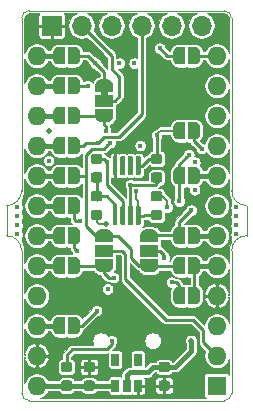
<source format=gbr>
%TF.GenerationSoftware,KiCad,Pcbnew,5.1.4-e60b266~84~ubuntu19.04.1*%
%TF.CreationDate,2020-03-25T19:35:05+00:00*%
%TF.ProjectId,ProMicro_UART,50726f4d-6963-4726-9f5f-554152542e6b,v1.2*%
%TF.SameCoordinates,Original*%
%TF.FileFunction,Copper,L4,Bot*%
%TF.FilePolarity,Positive*%
%FSLAX45Y45*%
G04 Gerber Fmt 4.5, Leading zero omitted, Abs format (unit mm)*
G04 Created by KiCad (PCBNEW 5.1.4-e60b266~84~ubuntu19.04.1) date 2020-03-25 19:35:05*
%MOMM*%
%LPD*%
G04 APERTURE LIST*
%ADD10C,0.100000*%
%ADD11C,0.150000*%
%ADD12C,0.875000*%
%ADD13C,0.500000*%
%ADD14C,0.400000*%
%ADD15R,1.500000X1.000000*%
%ADD16R,0.650000X1.060000*%
%ADD17O,1.700000X1.700000*%
%ADD18R,1.700000X1.700000*%
%ADD19O,1.600000X1.600000*%
%ADD20R,1.600000X1.600000*%
%ADD21C,0.450000*%
%ADD22C,0.400000*%
%ADD23C,0.200000*%
%ADD24C,0.250000*%
%ADD25C,0.125000*%
G04 APERTURE END LIST*
D10*
X10033000Y-7302500D02*
X10033000Y-8763000D01*
X10033000Y-9271000D02*
X10033000Y-10477500D01*
X9906000Y-9144000D02*
G75*
G02X10033000Y-9271000I0J-127000D01*
G01*
X10033000Y-8763000D02*
G75*
G02X9906000Y-8890000I-127000J0D01*
G01*
X9906000Y-9144000D02*
X9906000Y-8890000D01*
X11811000Y-7302500D02*
X11811000Y-8763000D01*
X11938000Y-8890000D02*
X11938000Y-9144000D01*
X11811000Y-9271000D02*
G75*
G02X11938000Y-9144000I127000J0D01*
G01*
X11938000Y-8890000D02*
G75*
G02X11811000Y-8763000I0J127000D01*
G01*
X10096500Y-10541000D02*
G75*
G02X10033000Y-10477500I0J63500D01*
G01*
X11811000Y-10477500D02*
G75*
G02X11747500Y-10541000I-63500J0D01*
G01*
X11747500Y-7239000D02*
G75*
G02X11811000Y-7302500I0J-63500D01*
G01*
X10033000Y-7302500D02*
G75*
G02X10096500Y-7239000I63500J0D01*
G01*
X11747500Y-10541000D02*
X10096500Y-10541000D01*
X11811000Y-9271000D02*
X11811000Y-10477500D01*
X10096500Y-7239000D02*
X11747500Y-7239000D01*
D11*
G36*
X10701500Y-7911000D02*
G01*
X10701500Y-7961000D01*
X10761500Y-7961000D01*
X10761500Y-7911000D01*
X10701500Y-7911000D01*
G37*
G36*
X10695769Y-8607605D02*
G01*
X10697893Y-8607920D01*
X10699975Y-8608442D01*
X10701996Y-8609165D01*
X10703937Y-8610083D01*
X10705778Y-8611187D01*
X10707502Y-8612465D01*
X10709093Y-8613907D01*
X10710535Y-8615498D01*
X10711813Y-8617222D01*
X10712917Y-8619063D01*
X10713835Y-8621004D01*
X10714558Y-8623025D01*
X10715080Y-8625107D01*
X10715395Y-8627231D01*
X10715500Y-8629375D01*
X10715500Y-8673125D01*
X10715395Y-8675269D01*
X10715080Y-8677393D01*
X10714558Y-8679475D01*
X10713835Y-8681496D01*
X10712917Y-8683437D01*
X10711813Y-8685278D01*
X10710535Y-8687002D01*
X10709093Y-8688593D01*
X10707502Y-8690035D01*
X10705778Y-8691313D01*
X10703937Y-8692417D01*
X10701996Y-8693335D01*
X10699975Y-8694058D01*
X10697893Y-8694580D01*
X10695769Y-8694895D01*
X10693625Y-8695000D01*
X10642375Y-8695000D01*
X10640231Y-8694895D01*
X10638107Y-8694580D01*
X10636025Y-8694058D01*
X10634004Y-8693335D01*
X10632063Y-8692417D01*
X10630222Y-8691313D01*
X10628498Y-8690035D01*
X10626907Y-8688593D01*
X10625465Y-8687002D01*
X10624187Y-8685278D01*
X10623083Y-8683437D01*
X10622165Y-8681496D01*
X10621442Y-8679475D01*
X10620920Y-8677393D01*
X10620605Y-8675269D01*
X10620500Y-8673125D01*
X10620500Y-8629375D01*
X10620605Y-8627231D01*
X10620920Y-8625107D01*
X10621442Y-8623025D01*
X10622165Y-8621004D01*
X10623083Y-8619063D01*
X10624187Y-8617222D01*
X10625465Y-8615498D01*
X10626907Y-8613907D01*
X10628498Y-8612465D01*
X10630222Y-8611187D01*
X10632063Y-8610083D01*
X10634004Y-8609165D01*
X10636025Y-8608442D01*
X10638107Y-8607920D01*
X10640231Y-8607605D01*
X10642375Y-8607500D01*
X10693625Y-8607500D01*
X10695769Y-8607605D01*
X10695769Y-8607605D01*
G37*
D12*
X10668000Y-8651250D03*
D11*
G36*
X10695769Y-8450105D02*
G01*
X10697893Y-8450420D01*
X10699975Y-8450942D01*
X10701996Y-8451665D01*
X10703937Y-8452583D01*
X10705778Y-8453687D01*
X10707502Y-8454965D01*
X10709093Y-8456407D01*
X10710535Y-8457998D01*
X10711813Y-8459722D01*
X10712917Y-8461563D01*
X10713835Y-8463504D01*
X10714558Y-8465525D01*
X10715080Y-8467607D01*
X10715395Y-8469731D01*
X10715500Y-8471875D01*
X10715500Y-8515625D01*
X10715395Y-8517769D01*
X10715080Y-8519893D01*
X10714558Y-8521975D01*
X10713835Y-8523996D01*
X10712917Y-8525937D01*
X10711813Y-8527778D01*
X10710535Y-8529502D01*
X10709093Y-8531093D01*
X10707502Y-8532535D01*
X10705778Y-8533813D01*
X10703937Y-8534917D01*
X10701996Y-8535835D01*
X10699975Y-8536558D01*
X10697893Y-8537080D01*
X10695769Y-8537395D01*
X10693625Y-8537500D01*
X10642375Y-8537500D01*
X10640231Y-8537395D01*
X10638107Y-8537080D01*
X10636025Y-8536558D01*
X10634004Y-8535835D01*
X10632063Y-8534917D01*
X10630222Y-8533813D01*
X10628498Y-8532535D01*
X10626907Y-8531093D01*
X10625465Y-8529502D01*
X10624187Y-8527778D01*
X10623083Y-8525937D01*
X10622165Y-8523996D01*
X10621442Y-8521975D01*
X10620920Y-8519893D01*
X10620605Y-8517769D01*
X10620500Y-8515625D01*
X10620500Y-8471875D01*
X10620605Y-8469731D01*
X10620920Y-8467607D01*
X10621442Y-8465525D01*
X10622165Y-8463504D01*
X10623083Y-8461563D01*
X10624187Y-8459722D01*
X10625465Y-8457998D01*
X10626907Y-8456407D01*
X10628498Y-8454965D01*
X10630222Y-8453687D01*
X10632063Y-8452583D01*
X10634004Y-8451665D01*
X10636025Y-8450942D01*
X10638107Y-8450420D01*
X10640231Y-8450105D01*
X10642375Y-8450000D01*
X10693625Y-8450000D01*
X10695769Y-8450105D01*
X10695769Y-8450105D01*
G37*
D12*
X10668000Y-8493750D03*
D11*
G36*
X10695769Y-8925105D02*
G01*
X10697893Y-8925420D01*
X10699975Y-8925942D01*
X10701996Y-8926665D01*
X10703937Y-8927583D01*
X10705778Y-8928687D01*
X10707502Y-8929965D01*
X10709093Y-8931407D01*
X10710535Y-8932998D01*
X10711813Y-8934722D01*
X10712917Y-8936563D01*
X10713835Y-8938504D01*
X10714558Y-8940525D01*
X10715080Y-8942607D01*
X10715395Y-8944731D01*
X10715500Y-8946875D01*
X10715500Y-8990625D01*
X10715395Y-8992769D01*
X10715080Y-8994893D01*
X10714558Y-8996975D01*
X10713835Y-8998996D01*
X10712917Y-9000937D01*
X10711813Y-9002778D01*
X10710535Y-9004502D01*
X10709093Y-9006093D01*
X10707502Y-9007535D01*
X10705778Y-9008813D01*
X10703937Y-9009917D01*
X10701996Y-9010835D01*
X10699975Y-9011558D01*
X10697893Y-9012080D01*
X10695769Y-9012395D01*
X10693625Y-9012500D01*
X10642375Y-9012500D01*
X10640231Y-9012395D01*
X10638107Y-9012080D01*
X10636025Y-9011558D01*
X10634004Y-9010835D01*
X10632063Y-9009917D01*
X10630222Y-9008813D01*
X10628498Y-9007535D01*
X10626907Y-9006093D01*
X10625465Y-9004502D01*
X10624187Y-9002778D01*
X10623083Y-9000937D01*
X10622165Y-8998996D01*
X10621442Y-8996975D01*
X10620920Y-8994893D01*
X10620605Y-8992769D01*
X10620500Y-8990625D01*
X10620500Y-8946875D01*
X10620605Y-8944731D01*
X10620920Y-8942607D01*
X10621442Y-8940525D01*
X10622165Y-8938504D01*
X10623083Y-8936563D01*
X10624187Y-8934722D01*
X10625465Y-8932998D01*
X10626907Y-8931407D01*
X10628498Y-8929965D01*
X10630222Y-8928687D01*
X10632063Y-8927583D01*
X10634004Y-8926665D01*
X10636025Y-8925942D01*
X10638107Y-8925420D01*
X10640231Y-8925105D01*
X10642375Y-8925000D01*
X10693625Y-8925000D01*
X10695769Y-8925105D01*
X10695769Y-8925105D01*
G37*
D12*
X10668000Y-8968750D03*
D11*
G36*
X10695769Y-8767605D02*
G01*
X10697893Y-8767920D01*
X10699975Y-8768442D01*
X10701996Y-8769165D01*
X10703937Y-8770083D01*
X10705778Y-8771187D01*
X10707502Y-8772465D01*
X10709093Y-8773907D01*
X10710535Y-8775498D01*
X10711813Y-8777222D01*
X10712917Y-8779063D01*
X10713835Y-8781004D01*
X10714558Y-8783025D01*
X10715080Y-8785107D01*
X10715395Y-8787231D01*
X10715500Y-8789375D01*
X10715500Y-8833125D01*
X10715395Y-8835269D01*
X10715080Y-8837393D01*
X10714558Y-8839475D01*
X10713835Y-8841496D01*
X10712917Y-8843437D01*
X10711813Y-8845278D01*
X10710535Y-8847002D01*
X10709093Y-8848593D01*
X10707502Y-8850035D01*
X10705778Y-8851313D01*
X10703937Y-8852417D01*
X10701996Y-8853335D01*
X10699975Y-8854058D01*
X10697893Y-8854580D01*
X10695769Y-8854895D01*
X10693625Y-8855000D01*
X10642375Y-8855000D01*
X10640231Y-8854895D01*
X10638107Y-8854580D01*
X10636025Y-8854058D01*
X10634004Y-8853335D01*
X10632063Y-8852417D01*
X10630222Y-8851313D01*
X10628498Y-8850035D01*
X10626907Y-8848593D01*
X10625465Y-8847002D01*
X10624187Y-8845278D01*
X10623083Y-8843437D01*
X10622165Y-8841496D01*
X10621442Y-8839475D01*
X10620920Y-8837393D01*
X10620605Y-8835269D01*
X10620500Y-8833125D01*
X10620500Y-8789375D01*
X10620605Y-8787231D01*
X10620920Y-8785107D01*
X10621442Y-8783025D01*
X10622165Y-8781004D01*
X10623083Y-8779063D01*
X10624187Y-8777222D01*
X10625465Y-8775498D01*
X10626907Y-8773907D01*
X10628498Y-8772465D01*
X10630222Y-8771187D01*
X10632063Y-8770083D01*
X10634004Y-8769165D01*
X10636025Y-8768442D01*
X10638107Y-8767920D01*
X10640231Y-8767605D01*
X10642375Y-8767500D01*
X10693625Y-8767500D01*
X10695769Y-8767605D01*
X10695769Y-8767605D01*
G37*
D12*
X10668000Y-8811250D03*
D11*
G36*
X11203769Y-8450105D02*
G01*
X11205893Y-8450420D01*
X11207975Y-8450942D01*
X11209996Y-8451665D01*
X11211937Y-8452583D01*
X11213778Y-8453687D01*
X11215502Y-8454965D01*
X11217093Y-8456407D01*
X11218535Y-8457998D01*
X11219813Y-8459722D01*
X11220917Y-8461563D01*
X11221835Y-8463504D01*
X11222558Y-8465525D01*
X11223080Y-8467607D01*
X11223395Y-8469731D01*
X11223500Y-8471875D01*
X11223500Y-8515625D01*
X11223395Y-8517769D01*
X11223080Y-8519893D01*
X11222558Y-8521975D01*
X11221835Y-8523996D01*
X11220917Y-8525937D01*
X11219813Y-8527778D01*
X11218535Y-8529502D01*
X11217093Y-8531093D01*
X11215502Y-8532535D01*
X11213778Y-8533813D01*
X11211937Y-8534917D01*
X11209996Y-8535835D01*
X11207975Y-8536558D01*
X11205893Y-8537080D01*
X11203769Y-8537395D01*
X11201625Y-8537500D01*
X11150375Y-8537500D01*
X11148231Y-8537395D01*
X11146107Y-8537080D01*
X11144025Y-8536558D01*
X11142004Y-8535835D01*
X11140063Y-8534917D01*
X11138222Y-8533813D01*
X11136498Y-8532535D01*
X11134907Y-8531093D01*
X11133465Y-8529502D01*
X11132187Y-8527778D01*
X11131083Y-8525937D01*
X11130165Y-8523996D01*
X11129442Y-8521975D01*
X11128920Y-8519893D01*
X11128605Y-8517769D01*
X11128500Y-8515625D01*
X11128500Y-8471875D01*
X11128605Y-8469731D01*
X11128920Y-8467607D01*
X11129442Y-8465525D01*
X11130165Y-8463504D01*
X11131083Y-8461563D01*
X11132187Y-8459722D01*
X11133465Y-8457998D01*
X11134907Y-8456407D01*
X11136498Y-8454965D01*
X11138222Y-8453687D01*
X11140063Y-8452583D01*
X11142004Y-8451665D01*
X11144025Y-8450942D01*
X11146107Y-8450420D01*
X11148231Y-8450105D01*
X11150375Y-8450000D01*
X11201625Y-8450000D01*
X11203769Y-8450105D01*
X11203769Y-8450105D01*
G37*
D12*
X11176000Y-8493750D03*
D11*
G36*
X11203769Y-8607605D02*
G01*
X11205893Y-8607920D01*
X11207975Y-8608442D01*
X11209996Y-8609165D01*
X11211937Y-8610083D01*
X11213778Y-8611187D01*
X11215502Y-8612465D01*
X11217093Y-8613907D01*
X11218535Y-8615498D01*
X11219813Y-8617222D01*
X11220917Y-8619063D01*
X11221835Y-8621004D01*
X11222558Y-8623025D01*
X11223080Y-8625107D01*
X11223395Y-8627231D01*
X11223500Y-8629375D01*
X11223500Y-8673125D01*
X11223395Y-8675269D01*
X11223080Y-8677393D01*
X11222558Y-8679475D01*
X11221835Y-8681496D01*
X11220917Y-8683437D01*
X11219813Y-8685278D01*
X11218535Y-8687002D01*
X11217093Y-8688593D01*
X11215502Y-8690035D01*
X11213778Y-8691313D01*
X11211937Y-8692417D01*
X11209996Y-8693335D01*
X11207975Y-8694058D01*
X11205893Y-8694580D01*
X11203769Y-8694895D01*
X11201625Y-8695000D01*
X11150375Y-8695000D01*
X11148231Y-8694895D01*
X11146107Y-8694580D01*
X11144025Y-8694058D01*
X11142004Y-8693335D01*
X11140063Y-8692417D01*
X11138222Y-8691313D01*
X11136498Y-8690035D01*
X11134907Y-8688593D01*
X11133465Y-8687002D01*
X11132187Y-8685278D01*
X11131083Y-8683437D01*
X11130165Y-8681496D01*
X11129442Y-8679475D01*
X11128920Y-8677393D01*
X11128605Y-8675269D01*
X11128500Y-8673125D01*
X11128500Y-8629375D01*
X11128605Y-8627231D01*
X11128920Y-8625107D01*
X11129442Y-8623025D01*
X11130165Y-8621004D01*
X11131083Y-8619063D01*
X11132187Y-8617222D01*
X11133465Y-8615498D01*
X11134907Y-8613907D01*
X11136498Y-8612465D01*
X11138222Y-8611187D01*
X11140063Y-8610083D01*
X11142004Y-8609165D01*
X11144025Y-8608442D01*
X11146107Y-8607920D01*
X11148231Y-8607605D01*
X11150375Y-8607500D01*
X11201625Y-8607500D01*
X11203769Y-8607605D01*
X11203769Y-8607605D01*
G37*
D12*
X11176000Y-8651250D03*
D11*
G36*
X11203769Y-8767605D02*
G01*
X11205893Y-8767920D01*
X11207975Y-8768442D01*
X11209996Y-8769165D01*
X11211937Y-8770083D01*
X11213778Y-8771187D01*
X11215502Y-8772465D01*
X11217093Y-8773907D01*
X11218535Y-8775498D01*
X11219813Y-8777222D01*
X11220917Y-8779063D01*
X11221835Y-8781004D01*
X11222558Y-8783025D01*
X11223080Y-8785107D01*
X11223395Y-8787231D01*
X11223500Y-8789375D01*
X11223500Y-8833125D01*
X11223395Y-8835269D01*
X11223080Y-8837393D01*
X11222558Y-8839475D01*
X11221835Y-8841496D01*
X11220917Y-8843437D01*
X11219813Y-8845278D01*
X11218535Y-8847002D01*
X11217093Y-8848593D01*
X11215502Y-8850035D01*
X11213778Y-8851313D01*
X11211937Y-8852417D01*
X11209996Y-8853335D01*
X11207975Y-8854058D01*
X11205893Y-8854580D01*
X11203769Y-8854895D01*
X11201625Y-8855000D01*
X11150375Y-8855000D01*
X11148231Y-8854895D01*
X11146107Y-8854580D01*
X11144025Y-8854058D01*
X11142004Y-8853335D01*
X11140063Y-8852417D01*
X11138222Y-8851313D01*
X11136498Y-8850035D01*
X11134907Y-8848593D01*
X11133465Y-8847002D01*
X11132187Y-8845278D01*
X11131083Y-8843437D01*
X11130165Y-8841496D01*
X11129442Y-8839475D01*
X11128920Y-8837393D01*
X11128605Y-8835269D01*
X11128500Y-8833125D01*
X11128500Y-8789375D01*
X11128605Y-8787231D01*
X11128920Y-8785107D01*
X11129442Y-8783025D01*
X11130165Y-8781004D01*
X11131083Y-8779063D01*
X11132187Y-8777222D01*
X11133465Y-8775498D01*
X11134907Y-8773907D01*
X11136498Y-8772465D01*
X11138222Y-8771187D01*
X11140063Y-8770083D01*
X11142004Y-8769165D01*
X11144025Y-8768442D01*
X11146107Y-8767920D01*
X11148231Y-8767605D01*
X11150375Y-8767500D01*
X11201625Y-8767500D01*
X11203769Y-8767605D01*
X11203769Y-8767605D01*
G37*
D12*
X11176000Y-8811250D03*
D11*
G36*
X11203769Y-8925105D02*
G01*
X11205893Y-8925420D01*
X11207975Y-8925942D01*
X11209996Y-8926665D01*
X11211937Y-8927583D01*
X11213778Y-8928687D01*
X11215502Y-8929965D01*
X11217093Y-8931407D01*
X11218535Y-8932998D01*
X11219813Y-8934722D01*
X11220917Y-8936563D01*
X11221835Y-8938504D01*
X11222558Y-8940525D01*
X11223080Y-8942607D01*
X11223395Y-8944731D01*
X11223500Y-8946875D01*
X11223500Y-8990625D01*
X11223395Y-8992769D01*
X11223080Y-8994893D01*
X11222558Y-8996975D01*
X11221835Y-8998996D01*
X11220917Y-9000937D01*
X11219813Y-9002778D01*
X11218535Y-9004502D01*
X11217093Y-9006093D01*
X11215502Y-9007535D01*
X11213778Y-9008813D01*
X11211937Y-9009917D01*
X11209996Y-9010835D01*
X11207975Y-9011558D01*
X11205893Y-9012080D01*
X11203769Y-9012395D01*
X11201625Y-9012500D01*
X11150375Y-9012500D01*
X11148231Y-9012395D01*
X11146107Y-9012080D01*
X11144025Y-9011558D01*
X11142004Y-9010835D01*
X11140063Y-9009917D01*
X11138222Y-9008813D01*
X11136498Y-9007535D01*
X11134907Y-9006093D01*
X11133465Y-9004502D01*
X11132187Y-9002778D01*
X11131083Y-9000937D01*
X11130165Y-8998996D01*
X11129442Y-8996975D01*
X11128920Y-8994893D01*
X11128605Y-8992769D01*
X11128500Y-8990625D01*
X11128500Y-8946875D01*
X11128605Y-8944731D01*
X11128920Y-8942607D01*
X11129442Y-8940525D01*
X11130165Y-8938504D01*
X11131083Y-8936563D01*
X11132187Y-8934722D01*
X11133465Y-8932998D01*
X11134907Y-8931407D01*
X11136498Y-8929965D01*
X11138222Y-8928687D01*
X11140063Y-8927583D01*
X11142004Y-8926665D01*
X11144025Y-8925942D01*
X11146107Y-8925420D01*
X11148231Y-8925105D01*
X11150375Y-8925000D01*
X11201625Y-8925000D01*
X11203769Y-8925105D01*
X11203769Y-8925105D01*
G37*
D12*
X11176000Y-8968750D03*
D13*
X11365000Y-8255000D03*
D11*
G36*
X11365000Y-8329940D02*
G01*
X11362547Y-8329940D01*
X11357663Y-8329459D01*
X11352851Y-8328502D01*
X11348155Y-8327077D01*
X11343622Y-8325199D01*
X11339295Y-8322886D01*
X11335215Y-8320160D01*
X11331422Y-8317048D01*
X11327952Y-8313578D01*
X11324840Y-8309785D01*
X11322114Y-8305705D01*
X11319800Y-8301378D01*
X11317923Y-8296844D01*
X11316498Y-8292149D01*
X11315541Y-8287336D01*
X11315060Y-8282453D01*
X11315060Y-8280000D01*
X11315000Y-8280000D01*
X11315000Y-8230000D01*
X11315060Y-8230000D01*
X11315060Y-8227547D01*
X11315541Y-8222663D01*
X11316498Y-8217851D01*
X11317923Y-8213155D01*
X11319800Y-8208622D01*
X11322114Y-8204295D01*
X11324840Y-8200215D01*
X11327952Y-8196422D01*
X11331422Y-8192952D01*
X11335215Y-8189840D01*
X11339295Y-8187114D01*
X11343622Y-8184800D01*
X11348155Y-8182923D01*
X11352851Y-8181498D01*
X11357663Y-8180541D01*
X11362547Y-8180060D01*
X11365000Y-8180060D01*
X11365000Y-8180000D01*
X11415000Y-8180000D01*
X11415000Y-8330000D01*
X11365000Y-8330000D01*
X11365000Y-8329940D01*
X11365000Y-8329940D01*
G37*
D13*
X11495000Y-8255000D03*
D11*
G36*
X11445000Y-8180000D02*
G01*
X11495000Y-8180000D01*
X11495000Y-8180060D01*
X11497453Y-8180060D01*
X11502336Y-8180541D01*
X11507149Y-8181498D01*
X11511844Y-8182923D01*
X11516378Y-8184800D01*
X11520705Y-8187114D01*
X11524785Y-8189840D01*
X11528578Y-8192952D01*
X11532048Y-8196422D01*
X11535160Y-8200215D01*
X11537886Y-8204295D01*
X11540199Y-8208622D01*
X11542077Y-8213155D01*
X11543502Y-8217851D01*
X11544459Y-8222663D01*
X11544940Y-8227547D01*
X11544940Y-8230000D01*
X11545000Y-8230000D01*
X11545000Y-8280000D01*
X11544940Y-8280000D01*
X11544940Y-8282453D01*
X11544459Y-8287336D01*
X11543502Y-8292149D01*
X11542077Y-8296844D01*
X11540199Y-8301378D01*
X11537886Y-8305705D01*
X11535160Y-8309785D01*
X11532048Y-8313578D01*
X11528578Y-8317048D01*
X11524785Y-8320160D01*
X11520705Y-8322886D01*
X11516378Y-8325199D01*
X11511844Y-8327077D01*
X11507149Y-8328502D01*
X11502336Y-8329459D01*
X11497453Y-8329940D01*
X11495000Y-8329940D01*
X11495000Y-8330000D01*
X11445000Y-8330000D01*
X11445000Y-8180000D01*
X11445000Y-8180000D01*
G37*
D13*
X10349000Y-9906000D03*
D11*
G36*
X10349000Y-9980940D02*
G01*
X10346547Y-9980940D01*
X10341664Y-9980459D01*
X10336851Y-9979502D01*
X10332156Y-9978077D01*
X10327622Y-9976200D01*
X10323295Y-9973886D01*
X10319215Y-9971160D01*
X10315422Y-9968048D01*
X10311952Y-9964578D01*
X10308840Y-9960785D01*
X10306114Y-9956705D01*
X10303801Y-9952378D01*
X10301923Y-9947845D01*
X10300498Y-9943149D01*
X10299541Y-9938337D01*
X10299060Y-9933453D01*
X10299060Y-9931000D01*
X10299000Y-9931000D01*
X10299000Y-9881000D01*
X10299060Y-9881000D01*
X10299060Y-9878547D01*
X10299541Y-9873664D01*
X10300498Y-9868851D01*
X10301923Y-9864156D01*
X10303801Y-9859622D01*
X10306114Y-9855295D01*
X10308840Y-9851215D01*
X10311952Y-9847422D01*
X10315422Y-9843952D01*
X10319215Y-9840840D01*
X10323295Y-9838114D01*
X10327622Y-9835801D01*
X10332156Y-9833923D01*
X10336851Y-9832498D01*
X10341664Y-9831541D01*
X10346547Y-9831060D01*
X10349000Y-9831060D01*
X10349000Y-9831000D01*
X10399000Y-9831000D01*
X10399000Y-9981000D01*
X10349000Y-9981000D01*
X10349000Y-9980940D01*
X10349000Y-9980940D01*
G37*
D13*
X10479000Y-9906000D03*
D11*
G36*
X10429000Y-9831000D02*
G01*
X10479000Y-9831000D01*
X10479000Y-9831060D01*
X10481453Y-9831060D01*
X10486337Y-9831541D01*
X10491149Y-9832498D01*
X10495845Y-9833923D01*
X10500378Y-9835801D01*
X10504705Y-9838114D01*
X10508785Y-9840840D01*
X10512578Y-9843952D01*
X10516048Y-9847422D01*
X10519160Y-9851215D01*
X10521886Y-9855295D01*
X10524200Y-9859622D01*
X10526077Y-9864156D01*
X10527502Y-9868851D01*
X10528459Y-9873664D01*
X10528940Y-9878547D01*
X10528940Y-9881000D01*
X10529000Y-9881000D01*
X10529000Y-9931000D01*
X10528940Y-9931000D01*
X10528940Y-9933453D01*
X10528459Y-9938337D01*
X10527502Y-9943149D01*
X10526077Y-9947845D01*
X10524200Y-9952378D01*
X10521886Y-9956705D01*
X10519160Y-9960785D01*
X10516048Y-9964578D01*
X10512578Y-9968048D01*
X10508785Y-9971160D01*
X10504705Y-9973886D01*
X10500378Y-9976200D01*
X10495845Y-9978077D01*
X10491149Y-9979502D01*
X10486337Y-9980459D01*
X10481453Y-9980940D01*
X10479000Y-9980940D01*
X10479000Y-9981000D01*
X10429000Y-9981000D01*
X10429000Y-9831000D01*
X10429000Y-9831000D01*
G37*
G36*
X11030480Y-8470548D02*
G01*
X11031451Y-8470692D01*
X11032403Y-8470931D01*
X11033327Y-8471261D01*
X11034214Y-8471681D01*
X11035056Y-8472185D01*
X11035844Y-8472770D01*
X11036571Y-8473429D01*
X11037230Y-8474156D01*
X11037815Y-8474944D01*
X11038319Y-8475786D01*
X11038739Y-8476673D01*
X11039069Y-8477597D01*
X11039308Y-8478549D01*
X11039452Y-8479520D01*
X11039500Y-8480500D01*
X11039500Y-8623000D01*
X11039452Y-8623980D01*
X11039308Y-8624951D01*
X11039069Y-8625903D01*
X11038739Y-8626827D01*
X11038319Y-8627714D01*
X11037815Y-8628556D01*
X11037230Y-8629344D01*
X11036571Y-8630071D01*
X11035844Y-8630730D01*
X11035056Y-8631315D01*
X11034214Y-8631819D01*
X11033327Y-8632239D01*
X11032403Y-8632569D01*
X11031451Y-8632808D01*
X11030480Y-8632952D01*
X11029500Y-8633000D01*
X11009500Y-8633000D01*
X11008520Y-8632952D01*
X11007549Y-8632808D01*
X11006597Y-8632569D01*
X11005673Y-8632239D01*
X11004786Y-8631819D01*
X11003944Y-8631315D01*
X11003156Y-8630730D01*
X11002429Y-8630071D01*
X11001770Y-8629344D01*
X11001185Y-8628556D01*
X11000681Y-8627714D01*
X11000261Y-8626827D01*
X10999931Y-8625903D01*
X10999692Y-8624951D01*
X10999548Y-8623980D01*
X10999500Y-8623000D01*
X10999500Y-8480500D01*
X10999548Y-8479520D01*
X10999692Y-8478549D01*
X10999931Y-8477597D01*
X11000261Y-8476673D01*
X11000681Y-8475786D01*
X11001185Y-8474944D01*
X11001770Y-8474156D01*
X11002429Y-8473429D01*
X11003156Y-8472770D01*
X11003944Y-8472185D01*
X11004786Y-8471681D01*
X11005673Y-8471261D01*
X11006597Y-8470931D01*
X11007549Y-8470692D01*
X11008520Y-8470548D01*
X11009500Y-8470500D01*
X11029500Y-8470500D01*
X11030480Y-8470548D01*
X11030480Y-8470548D01*
G37*
D14*
X11019500Y-8551750D03*
D11*
G36*
X10965480Y-8470548D02*
G01*
X10966451Y-8470692D01*
X10967403Y-8470931D01*
X10968327Y-8471261D01*
X10969214Y-8471681D01*
X10970056Y-8472185D01*
X10970844Y-8472770D01*
X10971571Y-8473429D01*
X10972230Y-8474156D01*
X10972815Y-8474944D01*
X10973319Y-8475786D01*
X10973739Y-8476673D01*
X10974069Y-8477597D01*
X10974308Y-8478549D01*
X10974452Y-8479520D01*
X10974500Y-8480500D01*
X10974500Y-8623000D01*
X10974452Y-8623980D01*
X10974308Y-8624951D01*
X10974069Y-8625903D01*
X10973739Y-8626827D01*
X10973319Y-8627714D01*
X10972815Y-8628556D01*
X10972230Y-8629344D01*
X10971571Y-8630071D01*
X10970844Y-8630730D01*
X10970056Y-8631315D01*
X10969214Y-8631819D01*
X10968327Y-8632239D01*
X10967403Y-8632569D01*
X10966451Y-8632808D01*
X10965480Y-8632952D01*
X10964500Y-8633000D01*
X10944500Y-8633000D01*
X10943520Y-8632952D01*
X10942549Y-8632808D01*
X10941597Y-8632569D01*
X10940673Y-8632239D01*
X10939786Y-8631819D01*
X10938944Y-8631315D01*
X10938156Y-8630730D01*
X10937429Y-8630071D01*
X10936770Y-8629344D01*
X10936185Y-8628556D01*
X10935681Y-8627714D01*
X10935261Y-8626827D01*
X10934931Y-8625903D01*
X10934692Y-8624951D01*
X10934548Y-8623980D01*
X10934500Y-8623000D01*
X10934500Y-8480500D01*
X10934548Y-8479520D01*
X10934692Y-8478549D01*
X10934931Y-8477597D01*
X10935261Y-8476673D01*
X10935681Y-8475786D01*
X10936185Y-8474944D01*
X10936770Y-8474156D01*
X10937429Y-8473429D01*
X10938156Y-8472770D01*
X10938944Y-8472185D01*
X10939786Y-8471681D01*
X10940673Y-8471261D01*
X10941597Y-8470931D01*
X10942549Y-8470692D01*
X10943520Y-8470548D01*
X10944500Y-8470500D01*
X10964500Y-8470500D01*
X10965480Y-8470548D01*
X10965480Y-8470548D01*
G37*
D14*
X10954500Y-8551750D03*
D11*
G36*
X10900480Y-8470548D02*
G01*
X10901451Y-8470692D01*
X10902403Y-8470931D01*
X10903327Y-8471261D01*
X10904214Y-8471681D01*
X10905056Y-8472185D01*
X10905844Y-8472770D01*
X10906571Y-8473429D01*
X10907230Y-8474156D01*
X10907815Y-8474944D01*
X10908319Y-8475786D01*
X10908739Y-8476673D01*
X10909069Y-8477597D01*
X10909308Y-8478549D01*
X10909452Y-8479520D01*
X10909500Y-8480500D01*
X10909500Y-8623000D01*
X10909452Y-8623980D01*
X10909308Y-8624951D01*
X10909069Y-8625903D01*
X10908739Y-8626827D01*
X10908319Y-8627714D01*
X10907815Y-8628556D01*
X10907230Y-8629344D01*
X10906571Y-8630071D01*
X10905844Y-8630730D01*
X10905056Y-8631315D01*
X10904214Y-8631819D01*
X10903327Y-8632239D01*
X10902403Y-8632569D01*
X10901451Y-8632808D01*
X10900480Y-8632952D01*
X10899500Y-8633000D01*
X10879500Y-8633000D01*
X10878520Y-8632952D01*
X10877549Y-8632808D01*
X10876597Y-8632569D01*
X10875673Y-8632239D01*
X10874786Y-8631819D01*
X10873944Y-8631315D01*
X10873156Y-8630730D01*
X10872429Y-8630071D01*
X10871770Y-8629344D01*
X10871185Y-8628556D01*
X10870681Y-8627714D01*
X10870261Y-8626827D01*
X10869931Y-8625903D01*
X10869692Y-8624951D01*
X10869548Y-8623980D01*
X10869500Y-8623000D01*
X10869500Y-8480500D01*
X10869548Y-8479520D01*
X10869692Y-8478549D01*
X10869931Y-8477597D01*
X10870261Y-8476673D01*
X10870681Y-8475786D01*
X10871185Y-8474944D01*
X10871770Y-8474156D01*
X10872429Y-8473429D01*
X10873156Y-8472770D01*
X10873944Y-8472185D01*
X10874786Y-8471681D01*
X10875673Y-8471261D01*
X10876597Y-8470931D01*
X10877549Y-8470692D01*
X10878520Y-8470548D01*
X10879500Y-8470500D01*
X10899500Y-8470500D01*
X10900480Y-8470548D01*
X10900480Y-8470548D01*
G37*
D14*
X10889500Y-8551750D03*
D11*
G36*
X10835480Y-8470548D02*
G01*
X10836451Y-8470692D01*
X10837403Y-8470931D01*
X10838327Y-8471261D01*
X10839214Y-8471681D01*
X10840056Y-8472185D01*
X10840844Y-8472770D01*
X10841571Y-8473429D01*
X10842230Y-8474156D01*
X10842815Y-8474944D01*
X10843319Y-8475786D01*
X10843739Y-8476673D01*
X10844069Y-8477597D01*
X10844308Y-8478549D01*
X10844452Y-8479520D01*
X10844500Y-8480500D01*
X10844500Y-8623000D01*
X10844452Y-8623980D01*
X10844308Y-8624951D01*
X10844069Y-8625903D01*
X10843739Y-8626827D01*
X10843319Y-8627714D01*
X10842815Y-8628556D01*
X10842230Y-8629344D01*
X10841571Y-8630071D01*
X10840844Y-8630730D01*
X10840056Y-8631315D01*
X10839214Y-8631819D01*
X10838327Y-8632239D01*
X10837403Y-8632569D01*
X10836451Y-8632808D01*
X10835480Y-8632952D01*
X10834500Y-8633000D01*
X10814500Y-8633000D01*
X10813520Y-8632952D01*
X10812549Y-8632808D01*
X10811597Y-8632569D01*
X10810673Y-8632239D01*
X10809786Y-8631819D01*
X10808944Y-8631315D01*
X10808156Y-8630730D01*
X10807429Y-8630071D01*
X10806770Y-8629344D01*
X10806185Y-8628556D01*
X10805681Y-8627714D01*
X10805261Y-8626827D01*
X10804931Y-8625903D01*
X10804692Y-8624951D01*
X10804548Y-8623980D01*
X10804500Y-8623000D01*
X10804500Y-8480500D01*
X10804548Y-8479520D01*
X10804692Y-8478549D01*
X10804931Y-8477597D01*
X10805261Y-8476673D01*
X10805681Y-8475786D01*
X10806185Y-8474944D01*
X10806770Y-8474156D01*
X10807429Y-8473429D01*
X10808156Y-8472770D01*
X10808944Y-8472185D01*
X10809786Y-8471681D01*
X10810673Y-8471261D01*
X10811597Y-8470931D01*
X10812549Y-8470692D01*
X10813520Y-8470548D01*
X10814500Y-8470500D01*
X10834500Y-8470500D01*
X10835480Y-8470548D01*
X10835480Y-8470548D01*
G37*
D14*
X10824500Y-8551750D03*
D11*
G36*
X10835480Y-8893048D02*
G01*
X10836451Y-8893192D01*
X10837403Y-8893431D01*
X10838327Y-8893761D01*
X10839214Y-8894181D01*
X10840056Y-8894685D01*
X10840844Y-8895270D01*
X10841571Y-8895929D01*
X10842230Y-8896656D01*
X10842815Y-8897444D01*
X10843319Y-8898286D01*
X10843739Y-8899173D01*
X10844069Y-8900097D01*
X10844308Y-8901049D01*
X10844452Y-8902020D01*
X10844500Y-8903000D01*
X10844500Y-9045500D01*
X10844452Y-9046480D01*
X10844308Y-9047451D01*
X10844069Y-9048403D01*
X10843739Y-9049327D01*
X10843319Y-9050214D01*
X10842815Y-9051056D01*
X10842230Y-9051844D01*
X10841571Y-9052571D01*
X10840844Y-9053230D01*
X10840056Y-9053815D01*
X10839214Y-9054319D01*
X10838327Y-9054739D01*
X10837403Y-9055069D01*
X10836451Y-9055308D01*
X10835480Y-9055452D01*
X10834500Y-9055500D01*
X10814500Y-9055500D01*
X10813520Y-9055452D01*
X10812549Y-9055308D01*
X10811597Y-9055069D01*
X10810673Y-9054739D01*
X10809786Y-9054319D01*
X10808944Y-9053815D01*
X10808156Y-9053230D01*
X10807429Y-9052571D01*
X10806770Y-9051844D01*
X10806185Y-9051056D01*
X10805681Y-9050214D01*
X10805261Y-9049327D01*
X10804931Y-9048403D01*
X10804692Y-9047451D01*
X10804548Y-9046480D01*
X10804500Y-9045500D01*
X10804500Y-8903000D01*
X10804548Y-8902020D01*
X10804692Y-8901049D01*
X10804931Y-8900097D01*
X10805261Y-8899173D01*
X10805681Y-8898286D01*
X10806185Y-8897444D01*
X10806770Y-8896656D01*
X10807429Y-8895929D01*
X10808156Y-8895270D01*
X10808944Y-8894685D01*
X10809786Y-8894181D01*
X10810673Y-8893761D01*
X10811597Y-8893431D01*
X10812549Y-8893192D01*
X10813520Y-8893048D01*
X10814500Y-8893000D01*
X10834500Y-8893000D01*
X10835480Y-8893048D01*
X10835480Y-8893048D01*
G37*
D14*
X10824500Y-8974250D03*
D11*
G36*
X10900480Y-8893048D02*
G01*
X10901451Y-8893192D01*
X10902403Y-8893431D01*
X10903327Y-8893761D01*
X10904214Y-8894181D01*
X10905056Y-8894685D01*
X10905844Y-8895270D01*
X10906571Y-8895929D01*
X10907230Y-8896656D01*
X10907815Y-8897444D01*
X10908319Y-8898286D01*
X10908739Y-8899173D01*
X10909069Y-8900097D01*
X10909308Y-8901049D01*
X10909452Y-8902020D01*
X10909500Y-8903000D01*
X10909500Y-9045500D01*
X10909452Y-9046480D01*
X10909308Y-9047451D01*
X10909069Y-9048403D01*
X10908739Y-9049327D01*
X10908319Y-9050214D01*
X10907815Y-9051056D01*
X10907230Y-9051844D01*
X10906571Y-9052571D01*
X10905844Y-9053230D01*
X10905056Y-9053815D01*
X10904214Y-9054319D01*
X10903327Y-9054739D01*
X10902403Y-9055069D01*
X10901451Y-9055308D01*
X10900480Y-9055452D01*
X10899500Y-9055500D01*
X10879500Y-9055500D01*
X10878520Y-9055452D01*
X10877549Y-9055308D01*
X10876597Y-9055069D01*
X10875673Y-9054739D01*
X10874786Y-9054319D01*
X10873944Y-9053815D01*
X10873156Y-9053230D01*
X10872429Y-9052571D01*
X10871770Y-9051844D01*
X10871185Y-9051056D01*
X10870681Y-9050214D01*
X10870261Y-9049327D01*
X10869931Y-9048403D01*
X10869692Y-9047451D01*
X10869548Y-9046480D01*
X10869500Y-9045500D01*
X10869500Y-8903000D01*
X10869548Y-8902020D01*
X10869692Y-8901049D01*
X10869931Y-8900097D01*
X10870261Y-8899173D01*
X10870681Y-8898286D01*
X10871185Y-8897444D01*
X10871770Y-8896656D01*
X10872429Y-8895929D01*
X10873156Y-8895270D01*
X10873944Y-8894685D01*
X10874786Y-8894181D01*
X10875673Y-8893761D01*
X10876597Y-8893431D01*
X10877549Y-8893192D01*
X10878520Y-8893048D01*
X10879500Y-8893000D01*
X10899500Y-8893000D01*
X10900480Y-8893048D01*
X10900480Y-8893048D01*
G37*
D14*
X10889500Y-8974250D03*
D11*
G36*
X10965480Y-8893048D02*
G01*
X10966451Y-8893192D01*
X10967403Y-8893431D01*
X10968327Y-8893761D01*
X10969214Y-8894181D01*
X10970056Y-8894685D01*
X10970844Y-8895270D01*
X10971571Y-8895929D01*
X10972230Y-8896656D01*
X10972815Y-8897444D01*
X10973319Y-8898286D01*
X10973739Y-8899173D01*
X10974069Y-8900097D01*
X10974308Y-8901049D01*
X10974452Y-8902020D01*
X10974500Y-8903000D01*
X10974500Y-9045500D01*
X10974452Y-9046480D01*
X10974308Y-9047451D01*
X10974069Y-9048403D01*
X10973739Y-9049327D01*
X10973319Y-9050214D01*
X10972815Y-9051056D01*
X10972230Y-9051844D01*
X10971571Y-9052571D01*
X10970844Y-9053230D01*
X10970056Y-9053815D01*
X10969214Y-9054319D01*
X10968327Y-9054739D01*
X10967403Y-9055069D01*
X10966451Y-9055308D01*
X10965480Y-9055452D01*
X10964500Y-9055500D01*
X10944500Y-9055500D01*
X10943520Y-9055452D01*
X10942549Y-9055308D01*
X10941597Y-9055069D01*
X10940673Y-9054739D01*
X10939786Y-9054319D01*
X10938944Y-9053815D01*
X10938156Y-9053230D01*
X10937429Y-9052571D01*
X10936770Y-9051844D01*
X10936185Y-9051056D01*
X10935681Y-9050214D01*
X10935261Y-9049327D01*
X10934931Y-9048403D01*
X10934692Y-9047451D01*
X10934548Y-9046480D01*
X10934500Y-9045500D01*
X10934500Y-8903000D01*
X10934548Y-8902020D01*
X10934692Y-8901049D01*
X10934931Y-8900097D01*
X10935261Y-8899173D01*
X10935681Y-8898286D01*
X10936185Y-8897444D01*
X10936770Y-8896656D01*
X10937429Y-8895929D01*
X10938156Y-8895270D01*
X10938944Y-8894685D01*
X10939786Y-8894181D01*
X10940673Y-8893761D01*
X10941597Y-8893431D01*
X10942549Y-8893192D01*
X10943520Y-8893048D01*
X10944500Y-8893000D01*
X10964500Y-8893000D01*
X10965480Y-8893048D01*
X10965480Y-8893048D01*
G37*
D14*
X10954500Y-8974250D03*
D11*
G36*
X11030480Y-8893048D02*
G01*
X11031451Y-8893192D01*
X11032403Y-8893431D01*
X11033327Y-8893761D01*
X11034214Y-8894181D01*
X11035056Y-8894685D01*
X11035844Y-8895270D01*
X11036571Y-8895929D01*
X11037230Y-8896656D01*
X11037815Y-8897444D01*
X11038319Y-8898286D01*
X11038739Y-8899173D01*
X11039069Y-8900097D01*
X11039308Y-8901049D01*
X11039452Y-8902020D01*
X11039500Y-8903000D01*
X11039500Y-9045500D01*
X11039452Y-9046480D01*
X11039308Y-9047451D01*
X11039069Y-9048403D01*
X11038739Y-9049327D01*
X11038319Y-9050214D01*
X11037815Y-9051056D01*
X11037230Y-9051844D01*
X11036571Y-9052571D01*
X11035844Y-9053230D01*
X11035056Y-9053815D01*
X11034214Y-9054319D01*
X11033327Y-9054739D01*
X11032403Y-9055069D01*
X11031451Y-9055308D01*
X11030480Y-9055452D01*
X11029500Y-9055500D01*
X11009500Y-9055500D01*
X11008520Y-9055452D01*
X11007549Y-9055308D01*
X11006597Y-9055069D01*
X11005673Y-9054739D01*
X11004786Y-9054319D01*
X11003944Y-9053815D01*
X11003156Y-9053230D01*
X11002429Y-9052571D01*
X11001770Y-9051844D01*
X11001185Y-9051056D01*
X11000681Y-9050214D01*
X11000261Y-9049327D01*
X10999931Y-9048403D01*
X10999692Y-9047451D01*
X10999548Y-9046480D01*
X10999500Y-9045500D01*
X10999500Y-8903000D01*
X10999548Y-8902020D01*
X10999692Y-8901049D01*
X10999931Y-8900097D01*
X11000261Y-8899173D01*
X11000681Y-8898286D01*
X11001185Y-8897444D01*
X11001770Y-8896656D01*
X11002429Y-8895929D01*
X11003156Y-8895270D01*
X11003944Y-8894685D01*
X11004786Y-8894181D01*
X11005673Y-8893761D01*
X11006597Y-8893431D01*
X11007549Y-8893192D01*
X11008520Y-8893048D01*
X11009500Y-8893000D01*
X11029500Y-8893000D01*
X11030480Y-8893048D01*
X11030480Y-8893048D01*
G37*
D14*
X11019500Y-8974250D03*
D15*
X10731500Y-9271000D03*
D13*
X10731500Y-9141000D03*
D11*
G36*
X10656560Y-9141000D02*
G01*
X10656560Y-9138547D01*
X10657041Y-9133664D01*
X10657998Y-9128851D01*
X10659423Y-9124156D01*
X10661301Y-9119622D01*
X10663614Y-9115295D01*
X10666340Y-9111215D01*
X10669452Y-9107422D01*
X10672922Y-9103952D01*
X10676715Y-9100840D01*
X10680795Y-9098114D01*
X10685122Y-9095801D01*
X10689656Y-9093923D01*
X10694351Y-9092498D01*
X10699164Y-9091541D01*
X10704047Y-9091060D01*
X10706500Y-9091060D01*
X10706500Y-9091000D01*
X10756500Y-9091000D01*
X10756500Y-9091060D01*
X10758953Y-9091060D01*
X10763837Y-9091541D01*
X10768649Y-9092498D01*
X10773345Y-9093923D01*
X10777878Y-9095801D01*
X10782205Y-9098114D01*
X10786285Y-9100840D01*
X10790078Y-9103952D01*
X10793548Y-9107422D01*
X10796660Y-9111215D01*
X10799386Y-9115295D01*
X10801700Y-9119622D01*
X10803577Y-9124156D01*
X10805002Y-9128851D01*
X10805959Y-9133664D01*
X10806440Y-9138547D01*
X10806440Y-9141000D01*
X10806500Y-9141000D01*
X10806500Y-9196000D01*
X10656500Y-9196000D01*
X10656500Y-9141000D01*
X10656560Y-9141000D01*
X10656560Y-9141000D01*
G37*
D13*
X10731500Y-9401000D03*
D11*
G36*
X10806500Y-9346000D02*
G01*
X10806500Y-9401000D01*
X10806440Y-9401000D01*
X10806440Y-9403453D01*
X10805959Y-9408337D01*
X10805002Y-9413149D01*
X10803577Y-9417845D01*
X10801700Y-9422378D01*
X10799386Y-9426705D01*
X10796660Y-9430785D01*
X10793548Y-9434578D01*
X10790078Y-9438048D01*
X10786285Y-9441160D01*
X10782205Y-9443886D01*
X10777878Y-9446200D01*
X10773345Y-9448077D01*
X10768649Y-9449502D01*
X10763837Y-9450459D01*
X10758953Y-9450940D01*
X10756500Y-9450940D01*
X10756500Y-9451000D01*
X10706500Y-9451000D01*
X10706500Y-9450940D01*
X10704047Y-9450940D01*
X10699164Y-9450459D01*
X10694351Y-9449502D01*
X10689656Y-9448077D01*
X10685122Y-9446200D01*
X10680795Y-9443886D01*
X10676715Y-9441160D01*
X10672922Y-9438048D01*
X10669452Y-9434578D01*
X10666340Y-9430785D01*
X10663614Y-9426705D01*
X10661301Y-9422378D01*
X10659423Y-9417845D01*
X10657998Y-9413149D01*
X10657041Y-9408337D01*
X10656560Y-9403453D01*
X10656560Y-9401000D01*
X10656500Y-9401000D01*
X10656500Y-9346000D01*
X10806500Y-9346000D01*
X10806500Y-9346000D01*
G37*
D15*
X11112500Y-9271000D03*
D13*
X11112500Y-9141000D03*
D11*
G36*
X11037560Y-9141000D02*
G01*
X11037560Y-9138547D01*
X11038041Y-9133664D01*
X11038998Y-9128851D01*
X11040423Y-9124156D01*
X11042301Y-9119622D01*
X11044614Y-9115295D01*
X11047340Y-9111215D01*
X11050452Y-9107422D01*
X11053922Y-9103952D01*
X11057715Y-9100840D01*
X11061795Y-9098114D01*
X11066122Y-9095801D01*
X11070656Y-9093923D01*
X11075351Y-9092498D01*
X11080164Y-9091541D01*
X11085047Y-9091060D01*
X11087500Y-9091060D01*
X11087500Y-9091000D01*
X11137500Y-9091000D01*
X11137500Y-9091060D01*
X11139953Y-9091060D01*
X11144837Y-9091541D01*
X11149649Y-9092498D01*
X11154345Y-9093923D01*
X11158878Y-9095801D01*
X11163205Y-9098114D01*
X11167285Y-9100840D01*
X11171078Y-9103952D01*
X11174548Y-9107422D01*
X11177660Y-9111215D01*
X11180386Y-9115295D01*
X11182700Y-9119622D01*
X11184577Y-9124156D01*
X11186002Y-9128851D01*
X11186959Y-9133664D01*
X11187440Y-9138547D01*
X11187440Y-9141000D01*
X11187500Y-9141000D01*
X11187500Y-9196000D01*
X11037500Y-9196000D01*
X11037500Y-9141000D01*
X11037560Y-9141000D01*
X11037560Y-9141000D01*
G37*
D13*
X11112500Y-9401000D03*
D11*
G36*
X11187500Y-9346000D02*
G01*
X11187500Y-9401000D01*
X11187440Y-9401000D01*
X11187440Y-9403453D01*
X11186959Y-9408337D01*
X11186002Y-9413149D01*
X11184577Y-9417845D01*
X11182700Y-9422378D01*
X11180386Y-9426705D01*
X11177660Y-9430785D01*
X11174548Y-9434578D01*
X11171078Y-9438048D01*
X11167285Y-9441160D01*
X11163205Y-9443886D01*
X11158878Y-9446200D01*
X11154345Y-9448077D01*
X11149649Y-9449502D01*
X11144837Y-9450459D01*
X11139953Y-9450940D01*
X11137500Y-9450940D01*
X11137500Y-9451000D01*
X11087500Y-9451000D01*
X11087500Y-9450940D01*
X11085047Y-9450940D01*
X11080164Y-9450459D01*
X11075351Y-9449502D01*
X11070656Y-9448077D01*
X11066122Y-9446200D01*
X11061795Y-9443886D01*
X11057715Y-9441160D01*
X11053922Y-9438048D01*
X11050452Y-9434578D01*
X11047340Y-9430785D01*
X11044614Y-9426705D01*
X11042301Y-9422378D01*
X11040423Y-9417845D01*
X11038998Y-9413149D01*
X11038041Y-9408337D01*
X11037560Y-9403453D01*
X11037560Y-9401000D01*
X11037500Y-9401000D01*
X11037500Y-9346000D01*
X11187500Y-9346000D01*
X11187500Y-9346000D01*
G37*
G36*
X11267269Y-10370355D02*
G01*
X11269393Y-10370670D01*
X11271475Y-10371192D01*
X11273496Y-10371915D01*
X11275437Y-10372833D01*
X11277278Y-10373937D01*
X11279002Y-10375215D01*
X11280593Y-10376657D01*
X11282035Y-10378248D01*
X11283313Y-10379972D01*
X11284417Y-10381813D01*
X11285335Y-10383754D01*
X11286058Y-10385775D01*
X11286580Y-10387857D01*
X11286895Y-10389981D01*
X11287000Y-10392125D01*
X11287000Y-10435875D01*
X11286895Y-10438019D01*
X11286580Y-10440143D01*
X11286058Y-10442225D01*
X11285335Y-10444246D01*
X11284417Y-10446187D01*
X11283313Y-10448028D01*
X11282035Y-10449752D01*
X11280593Y-10451343D01*
X11279002Y-10452785D01*
X11277278Y-10454063D01*
X11275437Y-10455167D01*
X11273496Y-10456085D01*
X11271475Y-10456808D01*
X11269393Y-10457330D01*
X11267269Y-10457645D01*
X11265125Y-10457750D01*
X11213875Y-10457750D01*
X11211731Y-10457645D01*
X11209607Y-10457330D01*
X11207525Y-10456808D01*
X11205504Y-10456085D01*
X11203563Y-10455167D01*
X11201722Y-10454063D01*
X11199998Y-10452785D01*
X11198407Y-10451343D01*
X11196965Y-10449752D01*
X11195687Y-10448028D01*
X11194583Y-10446187D01*
X11193665Y-10444246D01*
X11192942Y-10442225D01*
X11192420Y-10440143D01*
X11192105Y-10438019D01*
X11192000Y-10435875D01*
X11192000Y-10392125D01*
X11192105Y-10389981D01*
X11192420Y-10387857D01*
X11192942Y-10385775D01*
X11193665Y-10383754D01*
X11194583Y-10381813D01*
X11195687Y-10379972D01*
X11196965Y-10378248D01*
X11198407Y-10376657D01*
X11199998Y-10375215D01*
X11201722Y-10373937D01*
X11203563Y-10372833D01*
X11205504Y-10371915D01*
X11207525Y-10371192D01*
X11209607Y-10370670D01*
X11211731Y-10370355D01*
X11213875Y-10370250D01*
X11265125Y-10370250D01*
X11267269Y-10370355D01*
X11267269Y-10370355D01*
G37*
D12*
X11239500Y-10414000D03*
D11*
G36*
X11267269Y-10212855D02*
G01*
X11269393Y-10213170D01*
X11271475Y-10213692D01*
X11273496Y-10214415D01*
X11275437Y-10215333D01*
X11277278Y-10216437D01*
X11279002Y-10217715D01*
X11280593Y-10219157D01*
X11282035Y-10220748D01*
X11283313Y-10222472D01*
X11284417Y-10224313D01*
X11285335Y-10226254D01*
X11286058Y-10228275D01*
X11286580Y-10230357D01*
X11286895Y-10232481D01*
X11287000Y-10234625D01*
X11287000Y-10278375D01*
X11286895Y-10280519D01*
X11286580Y-10282643D01*
X11286058Y-10284725D01*
X11285335Y-10286746D01*
X11284417Y-10288687D01*
X11283313Y-10290528D01*
X11282035Y-10292252D01*
X11280593Y-10293843D01*
X11279002Y-10295285D01*
X11277278Y-10296563D01*
X11275437Y-10297667D01*
X11273496Y-10298585D01*
X11271475Y-10299308D01*
X11269393Y-10299830D01*
X11267269Y-10300145D01*
X11265125Y-10300250D01*
X11213875Y-10300250D01*
X11211731Y-10300145D01*
X11209607Y-10299830D01*
X11207525Y-10299308D01*
X11205504Y-10298585D01*
X11203563Y-10297667D01*
X11201722Y-10296563D01*
X11199998Y-10295285D01*
X11198407Y-10293843D01*
X11196965Y-10292252D01*
X11195687Y-10290528D01*
X11194583Y-10288687D01*
X11193665Y-10286746D01*
X11192942Y-10284725D01*
X11192420Y-10282643D01*
X11192105Y-10280519D01*
X11192000Y-10278375D01*
X11192000Y-10234625D01*
X11192105Y-10232481D01*
X11192420Y-10230357D01*
X11192942Y-10228275D01*
X11193665Y-10226254D01*
X11194583Y-10224313D01*
X11195687Y-10222472D01*
X11196965Y-10220748D01*
X11198407Y-10219157D01*
X11199998Y-10217715D01*
X11201722Y-10216437D01*
X11203563Y-10215333D01*
X11205504Y-10214415D01*
X11207525Y-10213692D01*
X11209607Y-10213170D01*
X11211731Y-10212855D01*
X11213875Y-10212750D01*
X11265125Y-10212750D01*
X11267269Y-10212855D01*
X11267269Y-10212855D01*
G37*
D12*
X11239500Y-10256500D03*
D11*
G36*
X10632269Y-10212855D02*
G01*
X10634393Y-10213170D01*
X10636475Y-10213692D01*
X10638496Y-10214415D01*
X10640437Y-10215333D01*
X10642278Y-10216437D01*
X10644002Y-10217715D01*
X10645593Y-10219157D01*
X10647035Y-10220748D01*
X10648313Y-10222472D01*
X10649417Y-10224313D01*
X10650335Y-10226254D01*
X10651058Y-10228275D01*
X10651580Y-10230357D01*
X10651895Y-10232481D01*
X10652000Y-10234625D01*
X10652000Y-10278375D01*
X10651895Y-10280519D01*
X10651580Y-10282643D01*
X10651058Y-10284725D01*
X10650335Y-10286746D01*
X10649417Y-10288687D01*
X10648313Y-10290528D01*
X10647035Y-10292252D01*
X10645593Y-10293843D01*
X10644002Y-10295285D01*
X10642278Y-10296563D01*
X10640437Y-10297667D01*
X10638496Y-10298585D01*
X10636475Y-10299308D01*
X10634393Y-10299830D01*
X10632269Y-10300145D01*
X10630125Y-10300250D01*
X10578875Y-10300250D01*
X10576731Y-10300145D01*
X10574607Y-10299830D01*
X10572525Y-10299308D01*
X10570504Y-10298585D01*
X10568563Y-10297667D01*
X10566722Y-10296563D01*
X10564998Y-10295285D01*
X10563407Y-10293843D01*
X10561965Y-10292252D01*
X10560687Y-10290528D01*
X10559583Y-10288687D01*
X10558665Y-10286746D01*
X10557942Y-10284725D01*
X10557420Y-10282643D01*
X10557105Y-10280519D01*
X10557000Y-10278375D01*
X10557000Y-10234625D01*
X10557105Y-10232481D01*
X10557420Y-10230357D01*
X10557942Y-10228275D01*
X10558665Y-10226254D01*
X10559583Y-10224313D01*
X10560687Y-10222472D01*
X10561965Y-10220748D01*
X10563407Y-10219157D01*
X10564998Y-10217715D01*
X10566722Y-10216437D01*
X10568563Y-10215333D01*
X10570504Y-10214415D01*
X10572525Y-10213692D01*
X10574607Y-10213170D01*
X10576731Y-10212855D01*
X10578875Y-10212750D01*
X10630125Y-10212750D01*
X10632269Y-10212855D01*
X10632269Y-10212855D01*
G37*
D12*
X10604500Y-10256500D03*
D11*
G36*
X10632269Y-10370355D02*
G01*
X10634393Y-10370670D01*
X10636475Y-10371192D01*
X10638496Y-10371915D01*
X10640437Y-10372833D01*
X10642278Y-10373937D01*
X10644002Y-10375215D01*
X10645593Y-10376657D01*
X10647035Y-10378248D01*
X10648313Y-10379972D01*
X10649417Y-10381813D01*
X10650335Y-10383754D01*
X10651058Y-10385775D01*
X10651580Y-10387857D01*
X10651895Y-10389981D01*
X10652000Y-10392125D01*
X10652000Y-10435875D01*
X10651895Y-10438019D01*
X10651580Y-10440143D01*
X10651058Y-10442225D01*
X10650335Y-10444246D01*
X10649417Y-10446187D01*
X10648313Y-10448028D01*
X10647035Y-10449752D01*
X10645593Y-10451343D01*
X10644002Y-10452785D01*
X10642278Y-10454063D01*
X10640437Y-10455167D01*
X10638496Y-10456085D01*
X10636475Y-10456808D01*
X10634393Y-10457330D01*
X10632269Y-10457645D01*
X10630125Y-10457750D01*
X10578875Y-10457750D01*
X10576731Y-10457645D01*
X10574607Y-10457330D01*
X10572525Y-10456808D01*
X10570504Y-10456085D01*
X10568563Y-10455167D01*
X10566722Y-10454063D01*
X10564998Y-10452785D01*
X10563407Y-10451343D01*
X10561965Y-10449752D01*
X10560687Y-10448028D01*
X10559583Y-10446187D01*
X10558665Y-10444246D01*
X10557942Y-10442225D01*
X10557420Y-10440143D01*
X10557105Y-10438019D01*
X10557000Y-10435875D01*
X10557000Y-10392125D01*
X10557105Y-10389981D01*
X10557420Y-10387857D01*
X10557942Y-10385775D01*
X10558665Y-10383754D01*
X10559583Y-10381813D01*
X10560687Y-10379972D01*
X10561965Y-10378248D01*
X10563407Y-10376657D01*
X10564998Y-10375215D01*
X10566722Y-10373937D01*
X10568563Y-10372833D01*
X10570504Y-10371915D01*
X10572525Y-10371192D01*
X10574607Y-10370670D01*
X10576731Y-10370355D01*
X10578875Y-10370250D01*
X10630125Y-10370250D01*
X10632269Y-10370355D01*
X10632269Y-10370355D01*
G37*
D12*
X10604500Y-10414000D03*
D13*
X10731500Y-7871000D03*
D11*
G36*
X10656500Y-7926000D02*
G01*
X10656500Y-7871000D01*
X10656560Y-7871000D01*
X10656560Y-7868547D01*
X10657041Y-7863663D01*
X10657998Y-7858851D01*
X10659423Y-7854155D01*
X10661301Y-7849622D01*
X10663614Y-7845295D01*
X10666340Y-7841215D01*
X10669452Y-7837422D01*
X10672922Y-7833952D01*
X10676715Y-7830840D01*
X10680795Y-7828114D01*
X10685122Y-7825800D01*
X10689656Y-7823923D01*
X10694351Y-7822498D01*
X10699164Y-7821541D01*
X10704047Y-7821060D01*
X10706500Y-7821060D01*
X10706500Y-7821000D01*
X10756500Y-7821000D01*
X10756500Y-7821060D01*
X10758953Y-7821060D01*
X10763837Y-7821541D01*
X10768649Y-7822498D01*
X10773345Y-7823923D01*
X10777878Y-7825800D01*
X10782205Y-7828114D01*
X10786285Y-7830840D01*
X10790078Y-7833952D01*
X10793548Y-7837422D01*
X10796660Y-7841215D01*
X10799386Y-7845295D01*
X10801700Y-7849622D01*
X10803577Y-7854155D01*
X10805002Y-7858851D01*
X10805959Y-7863663D01*
X10806440Y-7868547D01*
X10806440Y-7871000D01*
X10806500Y-7871000D01*
X10806500Y-7926000D01*
X10656500Y-7926000D01*
X10656500Y-7926000D01*
G37*
D15*
X10731500Y-8001000D03*
D13*
X10731500Y-8131000D03*
D11*
G36*
X10806440Y-8131000D02*
G01*
X10806440Y-8133453D01*
X10805959Y-8138336D01*
X10805002Y-8143149D01*
X10803577Y-8147844D01*
X10801700Y-8152378D01*
X10799386Y-8156705D01*
X10796660Y-8160785D01*
X10793548Y-8164578D01*
X10790078Y-8168048D01*
X10786285Y-8171160D01*
X10782205Y-8173886D01*
X10777878Y-8176199D01*
X10773345Y-8178077D01*
X10768649Y-8179502D01*
X10763837Y-8180459D01*
X10758953Y-8180940D01*
X10756500Y-8180940D01*
X10756500Y-8181000D01*
X10706500Y-8181000D01*
X10706500Y-8180940D01*
X10704047Y-8180940D01*
X10699164Y-8180459D01*
X10694351Y-8179502D01*
X10689656Y-8178077D01*
X10685122Y-8176199D01*
X10680795Y-8173886D01*
X10676715Y-8171160D01*
X10672922Y-8168048D01*
X10669452Y-8164578D01*
X10666340Y-8160785D01*
X10663614Y-8156705D01*
X10661301Y-8152378D01*
X10659423Y-8147844D01*
X10657998Y-8143149D01*
X10657041Y-8138336D01*
X10656560Y-8133453D01*
X10656560Y-8131000D01*
X10656500Y-8131000D01*
X10656500Y-8076000D01*
X10806500Y-8076000D01*
X10806500Y-8131000D01*
X10806440Y-8131000D01*
X10806440Y-8131000D01*
G37*
D16*
X11017000Y-10194000D03*
X10827000Y-10194000D03*
X10827000Y-10414000D03*
X10922000Y-10414000D03*
X11017000Y-10414000D03*
D11*
G36*
X10441769Y-10212855D02*
G01*
X10443893Y-10213170D01*
X10445975Y-10213692D01*
X10447996Y-10214415D01*
X10449937Y-10215333D01*
X10451778Y-10216437D01*
X10453502Y-10217715D01*
X10455093Y-10219157D01*
X10456535Y-10220748D01*
X10457813Y-10222472D01*
X10458917Y-10224313D01*
X10459835Y-10226254D01*
X10460558Y-10228275D01*
X10461080Y-10230357D01*
X10461395Y-10232481D01*
X10461500Y-10234625D01*
X10461500Y-10278375D01*
X10461395Y-10280519D01*
X10461080Y-10282643D01*
X10460558Y-10284725D01*
X10459835Y-10286746D01*
X10458917Y-10288687D01*
X10457813Y-10290528D01*
X10456535Y-10292252D01*
X10455093Y-10293843D01*
X10453502Y-10295285D01*
X10451778Y-10296563D01*
X10449937Y-10297667D01*
X10447996Y-10298585D01*
X10445975Y-10299308D01*
X10443893Y-10299830D01*
X10441769Y-10300145D01*
X10439625Y-10300250D01*
X10388375Y-10300250D01*
X10386231Y-10300145D01*
X10384107Y-10299830D01*
X10382025Y-10299308D01*
X10380004Y-10298585D01*
X10378063Y-10297667D01*
X10376222Y-10296563D01*
X10374498Y-10295285D01*
X10372907Y-10293843D01*
X10371465Y-10292252D01*
X10370187Y-10290528D01*
X10369083Y-10288687D01*
X10368165Y-10286746D01*
X10367442Y-10284725D01*
X10366920Y-10282643D01*
X10366605Y-10280519D01*
X10366500Y-10278375D01*
X10366500Y-10234625D01*
X10366605Y-10232481D01*
X10366920Y-10230357D01*
X10367442Y-10228275D01*
X10368165Y-10226254D01*
X10369083Y-10224313D01*
X10370187Y-10222472D01*
X10371465Y-10220748D01*
X10372907Y-10219157D01*
X10374498Y-10217715D01*
X10376222Y-10216437D01*
X10378063Y-10215333D01*
X10380004Y-10214415D01*
X10382025Y-10213692D01*
X10384107Y-10213170D01*
X10386231Y-10212855D01*
X10388375Y-10212750D01*
X10439625Y-10212750D01*
X10441769Y-10212855D01*
X10441769Y-10212855D01*
G37*
D12*
X10414000Y-10256500D03*
D11*
G36*
X10441769Y-10370355D02*
G01*
X10443893Y-10370670D01*
X10445975Y-10371192D01*
X10447996Y-10371915D01*
X10449937Y-10372833D01*
X10451778Y-10373937D01*
X10453502Y-10375215D01*
X10455093Y-10376657D01*
X10456535Y-10378248D01*
X10457813Y-10379972D01*
X10458917Y-10381813D01*
X10459835Y-10383754D01*
X10460558Y-10385775D01*
X10461080Y-10387857D01*
X10461395Y-10389981D01*
X10461500Y-10392125D01*
X10461500Y-10435875D01*
X10461395Y-10438019D01*
X10461080Y-10440143D01*
X10460558Y-10442225D01*
X10459835Y-10444246D01*
X10458917Y-10446187D01*
X10457813Y-10448028D01*
X10456535Y-10449752D01*
X10455093Y-10451343D01*
X10453502Y-10452785D01*
X10451778Y-10454063D01*
X10449937Y-10455167D01*
X10447996Y-10456085D01*
X10445975Y-10456808D01*
X10443893Y-10457330D01*
X10441769Y-10457645D01*
X10439625Y-10457750D01*
X10388375Y-10457750D01*
X10386231Y-10457645D01*
X10384107Y-10457330D01*
X10382025Y-10456808D01*
X10380004Y-10456085D01*
X10378063Y-10455167D01*
X10376222Y-10454063D01*
X10374498Y-10452785D01*
X10372907Y-10451343D01*
X10371465Y-10449752D01*
X10370187Y-10448028D01*
X10369083Y-10446187D01*
X10368165Y-10444246D01*
X10367442Y-10442225D01*
X10366920Y-10440143D01*
X10366605Y-10438019D01*
X10366500Y-10435875D01*
X10366500Y-10392125D01*
X10366605Y-10389981D01*
X10366920Y-10387857D01*
X10367442Y-10385775D01*
X10368165Y-10383754D01*
X10369083Y-10381813D01*
X10370187Y-10379972D01*
X10371465Y-10378248D01*
X10372907Y-10376657D01*
X10374498Y-10375215D01*
X10376222Y-10373937D01*
X10378063Y-10372833D01*
X10380004Y-10371915D01*
X10382025Y-10371192D01*
X10384107Y-10370670D01*
X10386231Y-10370355D01*
X10388375Y-10370250D01*
X10439625Y-10370250D01*
X10441769Y-10370355D01*
X10441769Y-10370355D01*
G37*
D12*
X10414000Y-10414000D03*
D13*
X11495000Y-9144000D03*
D11*
G36*
X11495000Y-9069060D02*
G01*
X11497453Y-9069060D01*
X11502336Y-9069541D01*
X11507149Y-9070498D01*
X11511844Y-9071923D01*
X11516378Y-9073801D01*
X11520705Y-9076114D01*
X11524785Y-9078840D01*
X11528578Y-9081952D01*
X11532048Y-9085422D01*
X11535160Y-9089215D01*
X11537886Y-9093295D01*
X11540199Y-9097622D01*
X11542077Y-9102156D01*
X11543502Y-9106851D01*
X11544459Y-9111664D01*
X11544940Y-9116547D01*
X11544940Y-9119000D01*
X11545000Y-9119000D01*
X11545000Y-9169000D01*
X11544940Y-9169000D01*
X11544940Y-9171453D01*
X11544459Y-9176337D01*
X11543502Y-9181149D01*
X11542077Y-9185845D01*
X11540199Y-9190378D01*
X11537886Y-9194705D01*
X11535160Y-9198785D01*
X11532048Y-9202578D01*
X11528578Y-9206048D01*
X11524785Y-9209160D01*
X11520705Y-9211886D01*
X11516378Y-9214200D01*
X11511844Y-9216077D01*
X11507149Y-9217502D01*
X11502336Y-9218459D01*
X11497453Y-9218940D01*
X11495000Y-9218940D01*
X11495000Y-9219000D01*
X11445000Y-9219000D01*
X11445000Y-9069000D01*
X11495000Y-9069000D01*
X11495000Y-9069060D01*
X11495000Y-9069060D01*
G37*
D13*
X11365000Y-9144000D03*
D11*
G36*
X11415000Y-9219000D02*
G01*
X11365000Y-9219000D01*
X11365000Y-9218940D01*
X11362547Y-9218940D01*
X11357663Y-9218459D01*
X11352851Y-9217502D01*
X11348155Y-9216077D01*
X11343622Y-9214200D01*
X11339295Y-9211886D01*
X11335215Y-9209160D01*
X11331422Y-9206048D01*
X11327952Y-9202578D01*
X11324840Y-9198785D01*
X11322114Y-9194705D01*
X11319800Y-9190378D01*
X11317923Y-9185845D01*
X11316498Y-9181149D01*
X11315541Y-9176337D01*
X11315060Y-9171453D01*
X11315060Y-9169000D01*
X11315000Y-9169000D01*
X11315000Y-9119000D01*
X11315060Y-9119000D01*
X11315060Y-9116547D01*
X11315541Y-9111664D01*
X11316498Y-9106851D01*
X11317923Y-9102156D01*
X11319800Y-9097622D01*
X11322114Y-9093295D01*
X11324840Y-9089215D01*
X11327952Y-9085422D01*
X11331422Y-9081952D01*
X11335215Y-9078840D01*
X11339295Y-9076114D01*
X11343622Y-9073801D01*
X11348155Y-9071923D01*
X11352851Y-9070498D01*
X11357663Y-9069541D01*
X11362547Y-9069060D01*
X11365000Y-9069060D01*
X11365000Y-9069000D01*
X11415000Y-9069000D01*
X11415000Y-9219000D01*
X11415000Y-9219000D01*
G37*
D13*
X11495000Y-9652000D03*
D11*
G36*
X11495000Y-9577060D02*
G01*
X11497453Y-9577060D01*
X11502336Y-9577541D01*
X11507149Y-9578498D01*
X11511844Y-9579923D01*
X11516378Y-9581801D01*
X11520705Y-9584114D01*
X11524785Y-9586840D01*
X11528578Y-9589952D01*
X11532048Y-9593422D01*
X11535160Y-9597215D01*
X11537886Y-9601295D01*
X11540199Y-9605622D01*
X11542077Y-9610156D01*
X11543502Y-9614851D01*
X11544459Y-9619664D01*
X11544940Y-9624547D01*
X11544940Y-9627000D01*
X11545000Y-9627000D01*
X11545000Y-9677000D01*
X11544940Y-9677000D01*
X11544940Y-9679453D01*
X11544459Y-9684337D01*
X11543502Y-9689149D01*
X11542077Y-9693845D01*
X11540199Y-9698378D01*
X11537886Y-9702705D01*
X11535160Y-9706785D01*
X11532048Y-9710578D01*
X11528578Y-9714048D01*
X11524785Y-9717160D01*
X11520705Y-9719886D01*
X11516378Y-9722200D01*
X11511844Y-9724077D01*
X11507149Y-9725502D01*
X11502336Y-9726459D01*
X11497453Y-9726940D01*
X11495000Y-9726940D01*
X11495000Y-9727000D01*
X11445000Y-9727000D01*
X11445000Y-9577000D01*
X11495000Y-9577000D01*
X11495000Y-9577060D01*
X11495000Y-9577060D01*
G37*
D13*
X11365000Y-9652000D03*
D11*
G36*
X11415000Y-9727000D02*
G01*
X11365000Y-9727000D01*
X11365000Y-9726940D01*
X11362547Y-9726940D01*
X11357663Y-9726459D01*
X11352851Y-9725502D01*
X11348155Y-9724077D01*
X11343622Y-9722200D01*
X11339295Y-9719886D01*
X11335215Y-9717160D01*
X11331422Y-9714048D01*
X11327952Y-9710578D01*
X11324840Y-9706785D01*
X11322114Y-9702705D01*
X11319800Y-9698378D01*
X11317923Y-9693845D01*
X11316498Y-9689149D01*
X11315541Y-9684337D01*
X11315060Y-9679453D01*
X11315060Y-9677000D01*
X11315000Y-9677000D01*
X11315000Y-9627000D01*
X11315060Y-9627000D01*
X11315060Y-9624547D01*
X11315541Y-9619664D01*
X11316498Y-9614851D01*
X11317923Y-9610156D01*
X11319800Y-9605622D01*
X11322114Y-9601295D01*
X11324840Y-9597215D01*
X11327952Y-9593422D01*
X11331422Y-9589952D01*
X11335215Y-9586840D01*
X11339295Y-9584114D01*
X11343622Y-9581801D01*
X11348155Y-9579923D01*
X11352851Y-9578498D01*
X11357663Y-9577541D01*
X11362547Y-9577060D01*
X11365000Y-9577060D01*
X11365000Y-9577000D01*
X11415000Y-9577000D01*
X11415000Y-9727000D01*
X11415000Y-9727000D01*
G37*
D13*
X11495000Y-9398000D03*
D11*
G36*
X11495000Y-9323060D02*
G01*
X11497453Y-9323060D01*
X11502336Y-9323541D01*
X11507149Y-9324498D01*
X11511844Y-9325923D01*
X11516378Y-9327801D01*
X11520705Y-9330114D01*
X11524785Y-9332840D01*
X11528578Y-9335952D01*
X11532048Y-9339422D01*
X11535160Y-9343215D01*
X11537886Y-9347295D01*
X11540199Y-9351622D01*
X11542077Y-9356156D01*
X11543502Y-9360851D01*
X11544459Y-9365664D01*
X11544940Y-9370547D01*
X11544940Y-9373000D01*
X11545000Y-9373000D01*
X11545000Y-9423000D01*
X11544940Y-9423000D01*
X11544940Y-9425453D01*
X11544459Y-9430337D01*
X11543502Y-9435149D01*
X11542077Y-9439845D01*
X11540199Y-9444378D01*
X11537886Y-9448705D01*
X11535160Y-9452785D01*
X11532048Y-9456578D01*
X11528578Y-9460048D01*
X11524785Y-9463160D01*
X11520705Y-9465886D01*
X11516378Y-9468200D01*
X11511844Y-9470077D01*
X11507149Y-9471502D01*
X11502336Y-9472459D01*
X11497453Y-9472940D01*
X11495000Y-9472940D01*
X11495000Y-9473000D01*
X11445000Y-9473000D01*
X11445000Y-9323000D01*
X11495000Y-9323000D01*
X11495000Y-9323060D01*
X11495000Y-9323060D01*
G37*
D13*
X11365000Y-9398000D03*
D11*
G36*
X11415000Y-9473000D02*
G01*
X11365000Y-9473000D01*
X11365000Y-9472940D01*
X11362547Y-9472940D01*
X11357663Y-9472459D01*
X11352851Y-9471502D01*
X11348155Y-9470077D01*
X11343622Y-9468200D01*
X11339295Y-9465886D01*
X11335215Y-9463160D01*
X11331422Y-9460048D01*
X11327952Y-9456578D01*
X11324840Y-9452785D01*
X11322114Y-9448705D01*
X11319800Y-9444378D01*
X11317923Y-9439845D01*
X11316498Y-9435149D01*
X11315541Y-9430337D01*
X11315060Y-9425453D01*
X11315060Y-9423000D01*
X11315000Y-9423000D01*
X11315000Y-9373000D01*
X11315060Y-9373000D01*
X11315060Y-9370547D01*
X11315541Y-9365664D01*
X11316498Y-9360851D01*
X11317923Y-9356156D01*
X11319800Y-9351622D01*
X11322114Y-9347295D01*
X11324840Y-9343215D01*
X11327952Y-9339422D01*
X11331422Y-9335952D01*
X11335215Y-9332840D01*
X11339295Y-9330114D01*
X11343622Y-9327801D01*
X11348155Y-9325923D01*
X11352851Y-9324498D01*
X11357663Y-9323541D01*
X11362547Y-9323060D01*
X11365000Y-9323060D01*
X11365000Y-9323000D01*
X11415000Y-9323000D01*
X11415000Y-9473000D01*
X11415000Y-9473000D01*
G37*
D13*
X11495000Y-8636000D03*
D11*
G36*
X11495000Y-8561060D02*
G01*
X11497453Y-8561060D01*
X11502336Y-8561541D01*
X11507149Y-8562498D01*
X11511844Y-8563923D01*
X11516378Y-8565801D01*
X11520705Y-8568114D01*
X11524785Y-8570840D01*
X11528578Y-8573952D01*
X11532048Y-8577422D01*
X11535160Y-8581215D01*
X11537886Y-8585295D01*
X11540199Y-8589622D01*
X11542077Y-8594156D01*
X11543502Y-8598851D01*
X11544459Y-8603664D01*
X11544940Y-8608547D01*
X11544940Y-8611000D01*
X11545000Y-8611000D01*
X11545000Y-8661000D01*
X11544940Y-8661000D01*
X11544940Y-8663453D01*
X11544459Y-8668337D01*
X11543502Y-8673149D01*
X11542077Y-8677845D01*
X11540199Y-8682378D01*
X11537886Y-8686705D01*
X11535160Y-8690785D01*
X11532048Y-8694578D01*
X11528578Y-8698048D01*
X11524785Y-8701160D01*
X11520705Y-8703886D01*
X11516378Y-8706200D01*
X11511844Y-8708077D01*
X11507149Y-8709502D01*
X11502336Y-8710459D01*
X11497453Y-8710940D01*
X11495000Y-8710940D01*
X11495000Y-8711000D01*
X11445000Y-8711000D01*
X11445000Y-8561000D01*
X11495000Y-8561000D01*
X11495000Y-8561060D01*
X11495000Y-8561060D01*
G37*
D13*
X11365000Y-8636000D03*
D11*
G36*
X11415000Y-8711000D02*
G01*
X11365000Y-8711000D01*
X11365000Y-8710940D01*
X11362547Y-8710940D01*
X11357663Y-8710459D01*
X11352851Y-8709502D01*
X11348155Y-8708077D01*
X11343622Y-8706200D01*
X11339295Y-8703886D01*
X11335215Y-8701160D01*
X11331422Y-8698048D01*
X11327952Y-8694578D01*
X11324840Y-8690785D01*
X11322114Y-8686705D01*
X11319800Y-8682378D01*
X11317923Y-8677845D01*
X11316498Y-8673149D01*
X11315541Y-8668337D01*
X11315060Y-8663453D01*
X11315060Y-8661000D01*
X11315000Y-8661000D01*
X11315000Y-8611000D01*
X11315060Y-8611000D01*
X11315060Y-8608547D01*
X11315541Y-8603664D01*
X11316498Y-8598851D01*
X11317923Y-8594156D01*
X11319800Y-8589622D01*
X11322114Y-8585295D01*
X11324840Y-8581215D01*
X11327952Y-8577422D01*
X11331422Y-8573952D01*
X11335215Y-8570840D01*
X11339295Y-8568114D01*
X11343622Y-8565801D01*
X11348155Y-8563923D01*
X11352851Y-8562498D01*
X11357663Y-8561541D01*
X11362547Y-8561060D01*
X11365000Y-8561060D01*
X11365000Y-8561000D01*
X11415000Y-8561000D01*
X11415000Y-8711000D01*
X11415000Y-8711000D01*
G37*
D13*
X10349000Y-9144000D03*
D11*
G36*
X10349000Y-9218940D02*
G01*
X10346547Y-9218940D01*
X10341664Y-9218459D01*
X10336851Y-9217502D01*
X10332156Y-9216077D01*
X10327622Y-9214200D01*
X10323295Y-9211886D01*
X10319215Y-9209160D01*
X10315422Y-9206048D01*
X10311952Y-9202578D01*
X10308840Y-9198785D01*
X10306114Y-9194705D01*
X10303801Y-9190378D01*
X10301923Y-9185845D01*
X10300498Y-9181149D01*
X10299541Y-9176337D01*
X10299060Y-9171453D01*
X10299060Y-9169000D01*
X10299000Y-9169000D01*
X10299000Y-9119000D01*
X10299060Y-9119000D01*
X10299060Y-9116547D01*
X10299541Y-9111664D01*
X10300498Y-9106851D01*
X10301923Y-9102156D01*
X10303801Y-9097622D01*
X10306114Y-9093295D01*
X10308840Y-9089215D01*
X10311952Y-9085422D01*
X10315422Y-9081952D01*
X10319215Y-9078840D01*
X10323295Y-9076114D01*
X10327622Y-9073801D01*
X10332156Y-9071923D01*
X10336851Y-9070498D01*
X10341664Y-9069541D01*
X10346547Y-9069060D01*
X10349000Y-9069060D01*
X10349000Y-9069000D01*
X10399000Y-9069000D01*
X10399000Y-9219000D01*
X10349000Y-9219000D01*
X10349000Y-9218940D01*
X10349000Y-9218940D01*
G37*
D13*
X10479000Y-9144000D03*
D11*
G36*
X10429000Y-9069000D02*
G01*
X10479000Y-9069000D01*
X10479000Y-9069060D01*
X10481453Y-9069060D01*
X10486337Y-9069541D01*
X10491149Y-9070498D01*
X10495845Y-9071923D01*
X10500378Y-9073801D01*
X10504705Y-9076114D01*
X10508785Y-9078840D01*
X10512578Y-9081952D01*
X10516048Y-9085422D01*
X10519160Y-9089215D01*
X10521886Y-9093295D01*
X10524200Y-9097622D01*
X10526077Y-9102156D01*
X10527502Y-9106851D01*
X10528459Y-9111664D01*
X10528940Y-9116547D01*
X10528940Y-9119000D01*
X10529000Y-9119000D01*
X10529000Y-9169000D01*
X10528940Y-9169000D01*
X10528940Y-9171453D01*
X10528459Y-9176337D01*
X10527502Y-9181149D01*
X10526077Y-9185845D01*
X10524200Y-9190378D01*
X10521886Y-9194705D01*
X10519160Y-9198785D01*
X10516048Y-9202578D01*
X10512578Y-9206048D01*
X10508785Y-9209160D01*
X10504705Y-9211886D01*
X10500378Y-9214200D01*
X10495845Y-9216077D01*
X10491149Y-9217502D01*
X10486337Y-9218459D01*
X10481453Y-9218940D01*
X10479000Y-9218940D01*
X10479000Y-9219000D01*
X10429000Y-9219000D01*
X10429000Y-9069000D01*
X10429000Y-9069000D01*
G37*
D13*
X10349000Y-8890000D03*
D11*
G36*
X10349000Y-8964940D02*
G01*
X10346547Y-8964940D01*
X10341664Y-8964459D01*
X10336851Y-8963502D01*
X10332156Y-8962077D01*
X10327622Y-8960200D01*
X10323295Y-8957886D01*
X10319215Y-8955160D01*
X10315422Y-8952048D01*
X10311952Y-8948578D01*
X10308840Y-8944785D01*
X10306114Y-8940705D01*
X10303801Y-8936378D01*
X10301923Y-8931845D01*
X10300498Y-8927149D01*
X10299541Y-8922337D01*
X10299060Y-8917453D01*
X10299060Y-8915000D01*
X10299000Y-8915000D01*
X10299000Y-8865000D01*
X10299060Y-8865000D01*
X10299060Y-8862547D01*
X10299541Y-8857664D01*
X10300498Y-8852851D01*
X10301923Y-8848156D01*
X10303801Y-8843622D01*
X10306114Y-8839295D01*
X10308840Y-8835215D01*
X10311952Y-8831422D01*
X10315422Y-8827952D01*
X10319215Y-8824840D01*
X10323295Y-8822114D01*
X10327622Y-8819801D01*
X10332156Y-8817923D01*
X10336851Y-8816498D01*
X10341664Y-8815541D01*
X10346547Y-8815060D01*
X10349000Y-8815060D01*
X10349000Y-8815000D01*
X10399000Y-8815000D01*
X10399000Y-8965000D01*
X10349000Y-8965000D01*
X10349000Y-8964940D01*
X10349000Y-8964940D01*
G37*
D13*
X10479000Y-8890000D03*
D11*
G36*
X10429000Y-8815000D02*
G01*
X10479000Y-8815000D01*
X10479000Y-8815060D01*
X10481453Y-8815060D01*
X10486337Y-8815541D01*
X10491149Y-8816498D01*
X10495845Y-8817923D01*
X10500378Y-8819801D01*
X10504705Y-8822114D01*
X10508785Y-8824840D01*
X10512578Y-8827952D01*
X10516048Y-8831422D01*
X10519160Y-8835215D01*
X10521886Y-8839295D01*
X10524200Y-8843622D01*
X10526077Y-8848156D01*
X10527502Y-8852851D01*
X10528459Y-8857664D01*
X10528940Y-8862547D01*
X10528940Y-8865000D01*
X10529000Y-8865000D01*
X10529000Y-8915000D01*
X10528940Y-8915000D01*
X10528940Y-8917453D01*
X10528459Y-8922337D01*
X10527502Y-8927149D01*
X10526077Y-8931845D01*
X10524200Y-8936378D01*
X10521886Y-8940705D01*
X10519160Y-8944785D01*
X10516048Y-8948578D01*
X10512578Y-8952048D01*
X10508785Y-8955160D01*
X10504705Y-8957886D01*
X10500378Y-8960200D01*
X10495845Y-8962077D01*
X10491149Y-8963502D01*
X10486337Y-8964459D01*
X10481453Y-8964940D01*
X10479000Y-8964940D01*
X10479000Y-8965000D01*
X10429000Y-8965000D01*
X10429000Y-8815000D01*
X10429000Y-8815000D01*
G37*
D13*
X10349000Y-8636000D03*
D11*
G36*
X10349000Y-8710940D02*
G01*
X10346547Y-8710940D01*
X10341664Y-8710459D01*
X10336851Y-8709502D01*
X10332156Y-8708077D01*
X10327622Y-8706200D01*
X10323295Y-8703886D01*
X10319215Y-8701160D01*
X10315422Y-8698048D01*
X10311952Y-8694578D01*
X10308840Y-8690785D01*
X10306114Y-8686705D01*
X10303801Y-8682378D01*
X10301923Y-8677845D01*
X10300498Y-8673149D01*
X10299541Y-8668337D01*
X10299060Y-8663453D01*
X10299060Y-8661000D01*
X10299000Y-8661000D01*
X10299000Y-8611000D01*
X10299060Y-8611000D01*
X10299060Y-8608547D01*
X10299541Y-8603664D01*
X10300498Y-8598851D01*
X10301923Y-8594156D01*
X10303801Y-8589622D01*
X10306114Y-8585295D01*
X10308840Y-8581215D01*
X10311952Y-8577422D01*
X10315422Y-8573952D01*
X10319215Y-8570840D01*
X10323295Y-8568114D01*
X10327622Y-8565801D01*
X10332156Y-8563923D01*
X10336851Y-8562498D01*
X10341664Y-8561541D01*
X10346547Y-8561060D01*
X10349000Y-8561060D01*
X10349000Y-8561000D01*
X10399000Y-8561000D01*
X10399000Y-8711000D01*
X10349000Y-8711000D01*
X10349000Y-8710940D01*
X10349000Y-8710940D01*
G37*
D13*
X10479000Y-8636000D03*
D11*
G36*
X10429000Y-8561000D02*
G01*
X10479000Y-8561000D01*
X10479000Y-8561060D01*
X10481453Y-8561060D01*
X10486337Y-8561541D01*
X10491149Y-8562498D01*
X10495845Y-8563923D01*
X10500378Y-8565801D01*
X10504705Y-8568114D01*
X10508785Y-8570840D01*
X10512578Y-8573952D01*
X10516048Y-8577422D01*
X10519160Y-8581215D01*
X10521886Y-8585295D01*
X10524200Y-8589622D01*
X10526077Y-8594156D01*
X10527502Y-8598851D01*
X10528459Y-8603664D01*
X10528940Y-8608547D01*
X10528940Y-8611000D01*
X10529000Y-8611000D01*
X10529000Y-8661000D01*
X10528940Y-8661000D01*
X10528940Y-8663453D01*
X10528459Y-8668337D01*
X10527502Y-8673149D01*
X10526077Y-8677845D01*
X10524200Y-8682378D01*
X10521886Y-8686705D01*
X10519160Y-8690785D01*
X10516048Y-8694578D01*
X10512578Y-8698048D01*
X10508785Y-8701160D01*
X10504705Y-8703886D01*
X10500378Y-8706200D01*
X10495845Y-8708077D01*
X10491149Y-8709502D01*
X10486337Y-8710459D01*
X10481453Y-8710940D01*
X10479000Y-8710940D01*
X10479000Y-8711000D01*
X10429000Y-8711000D01*
X10429000Y-8561000D01*
X10429000Y-8561000D01*
G37*
D13*
X10349000Y-9398000D03*
D11*
G36*
X10349000Y-9472940D02*
G01*
X10346547Y-9472940D01*
X10341664Y-9472459D01*
X10336851Y-9471502D01*
X10332156Y-9470077D01*
X10327622Y-9468200D01*
X10323295Y-9465886D01*
X10319215Y-9463160D01*
X10315422Y-9460048D01*
X10311952Y-9456578D01*
X10308840Y-9452785D01*
X10306114Y-9448705D01*
X10303801Y-9444378D01*
X10301923Y-9439845D01*
X10300498Y-9435149D01*
X10299541Y-9430337D01*
X10299060Y-9425453D01*
X10299060Y-9423000D01*
X10299000Y-9423000D01*
X10299000Y-9373000D01*
X10299060Y-9373000D01*
X10299060Y-9370547D01*
X10299541Y-9365664D01*
X10300498Y-9360851D01*
X10301923Y-9356156D01*
X10303801Y-9351622D01*
X10306114Y-9347295D01*
X10308840Y-9343215D01*
X10311952Y-9339422D01*
X10315422Y-9335952D01*
X10319215Y-9332840D01*
X10323295Y-9330114D01*
X10327622Y-9327801D01*
X10332156Y-9325923D01*
X10336851Y-9324498D01*
X10341664Y-9323541D01*
X10346547Y-9323060D01*
X10349000Y-9323060D01*
X10349000Y-9323000D01*
X10399000Y-9323000D01*
X10399000Y-9473000D01*
X10349000Y-9473000D01*
X10349000Y-9472940D01*
X10349000Y-9472940D01*
G37*
D13*
X10479000Y-9398000D03*
D11*
G36*
X10429000Y-9323000D02*
G01*
X10479000Y-9323000D01*
X10479000Y-9323060D01*
X10481453Y-9323060D01*
X10486337Y-9323541D01*
X10491149Y-9324498D01*
X10495845Y-9325923D01*
X10500378Y-9327801D01*
X10504705Y-9330114D01*
X10508785Y-9332840D01*
X10512578Y-9335952D01*
X10516048Y-9339422D01*
X10519160Y-9343215D01*
X10521886Y-9347295D01*
X10524200Y-9351622D01*
X10526077Y-9356156D01*
X10527502Y-9360851D01*
X10528459Y-9365664D01*
X10528940Y-9370547D01*
X10528940Y-9373000D01*
X10529000Y-9373000D01*
X10529000Y-9423000D01*
X10528940Y-9423000D01*
X10528940Y-9425453D01*
X10528459Y-9430337D01*
X10527502Y-9435149D01*
X10526077Y-9439845D01*
X10524200Y-9444378D01*
X10521886Y-9448705D01*
X10519160Y-9452785D01*
X10516048Y-9456578D01*
X10512578Y-9460048D01*
X10508785Y-9463160D01*
X10504705Y-9465886D01*
X10500378Y-9468200D01*
X10495845Y-9470077D01*
X10491149Y-9471502D01*
X10486337Y-9472459D01*
X10481453Y-9472940D01*
X10479000Y-9472940D01*
X10479000Y-9473000D01*
X10429000Y-9473000D01*
X10429000Y-9323000D01*
X10429000Y-9323000D01*
G37*
D13*
X10349000Y-7620000D03*
D11*
G36*
X10349000Y-7694940D02*
G01*
X10346547Y-7694940D01*
X10341664Y-7694459D01*
X10336851Y-7693502D01*
X10332156Y-7692077D01*
X10327622Y-7690199D01*
X10323295Y-7687886D01*
X10319215Y-7685160D01*
X10315422Y-7682048D01*
X10311952Y-7678578D01*
X10308840Y-7674785D01*
X10306114Y-7670705D01*
X10303801Y-7666378D01*
X10301923Y-7661844D01*
X10300498Y-7657149D01*
X10299541Y-7652336D01*
X10299060Y-7647453D01*
X10299060Y-7645000D01*
X10299000Y-7645000D01*
X10299000Y-7595000D01*
X10299060Y-7595000D01*
X10299060Y-7592547D01*
X10299541Y-7587663D01*
X10300498Y-7582851D01*
X10301923Y-7578155D01*
X10303801Y-7573622D01*
X10306114Y-7569295D01*
X10308840Y-7565215D01*
X10311952Y-7561422D01*
X10315422Y-7557952D01*
X10319215Y-7554840D01*
X10323295Y-7552114D01*
X10327622Y-7549800D01*
X10332156Y-7547923D01*
X10336851Y-7546498D01*
X10341664Y-7545541D01*
X10346547Y-7545060D01*
X10349000Y-7545060D01*
X10349000Y-7545000D01*
X10399000Y-7545000D01*
X10399000Y-7695000D01*
X10349000Y-7695000D01*
X10349000Y-7694940D01*
X10349000Y-7694940D01*
G37*
D13*
X10479000Y-7620000D03*
D11*
G36*
X10429000Y-7545000D02*
G01*
X10479000Y-7545000D01*
X10479000Y-7545060D01*
X10481453Y-7545060D01*
X10486337Y-7545541D01*
X10491149Y-7546498D01*
X10495845Y-7547923D01*
X10500378Y-7549800D01*
X10504705Y-7552114D01*
X10508785Y-7554840D01*
X10512578Y-7557952D01*
X10516048Y-7561422D01*
X10519160Y-7565215D01*
X10521886Y-7569295D01*
X10524200Y-7573622D01*
X10526077Y-7578155D01*
X10527502Y-7582851D01*
X10528459Y-7587663D01*
X10528940Y-7592547D01*
X10528940Y-7595000D01*
X10529000Y-7595000D01*
X10529000Y-7645000D01*
X10528940Y-7645000D01*
X10528940Y-7647453D01*
X10528459Y-7652336D01*
X10527502Y-7657149D01*
X10526077Y-7661844D01*
X10524200Y-7666378D01*
X10521886Y-7670705D01*
X10519160Y-7674785D01*
X10516048Y-7678578D01*
X10512578Y-7682048D01*
X10508785Y-7685160D01*
X10504705Y-7687886D01*
X10500378Y-7690199D01*
X10495845Y-7692077D01*
X10491149Y-7693502D01*
X10486337Y-7694459D01*
X10481453Y-7694940D01*
X10479000Y-7694940D01*
X10479000Y-7695000D01*
X10429000Y-7695000D01*
X10429000Y-7545000D01*
X10429000Y-7545000D01*
G37*
D13*
X11495000Y-7620000D03*
D11*
G36*
X11495000Y-7545060D02*
G01*
X11497453Y-7545060D01*
X11502336Y-7545541D01*
X11507149Y-7546498D01*
X11511844Y-7547923D01*
X11516378Y-7549800D01*
X11520705Y-7552114D01*
X11524785Y-7554840D01*
X11528578Y-7557952D01*
X11532048Y-7561422D01*
X11535160Y-7565215D01*
X11537886Y-7569295D01*
X11540199Y-7573622D01*
X11542077Y-7578155D01*
X11543502Y-7582851D01*
X11544459Y-7587663D01*
X11544940Y-7592547D01*
X11544940Y-7595000D01*
X11545000Y-7595000D01*
X11545000Y-7645000D01*
X11544940Y-7645000D01*
X11544940Y-7647453D01*
X11544459Y-7652336D01*
X11543502Y-7657149D01*
X11542077Y-7661844D01*
X11540199Y-7666378D01*
X11537886Y-7670705D01*
X11535160Y-7674785D01*
X11532048Y-7678578D01*
X11528578Y-7682048D01*
X11524785Y-7685160D01*
X11520705Y-7687886D01*
X11516378Y-7690199D01*
X11511844Y-7692077D01*
X11507149Y-7693502D01*
X11502336Y-7694459D01*
X11497453Y-7694940D01*
X11495000Y-7694940D01*
X11495000Y-7695000D01*
X11445000Y-7695000D01*
X11445000Y-7545000D01*
X11495000Y-7545000D01*
X11495000Y-7545060D01*
X11495000Y-7545060D01*
G37*
D13*
X11365000Y-7620000D03*
D11*
G36*
X11415000Y-7695000D02*
G01*
X11365000Y-7695000D01*
X11365000Y-7694940D01*
X11362547Y-7694940D01*
X11357663Y-7694459D01*
X11352851Y-7693502D01*
X11348155Y-7692077D01*
X11343622Y-7690199D01*
X11339295Y-7687886D01*
X11335215Y-7685160D01*
X11331422Y-7682048D01*
X11327952Y-7678578D01*
X11324840Y-7674785D01*
X11322114Y-7670705D01*
X11319800Y-7666378D01*
X11317923Y-7661844D01*
X11316498Y-7657149D01*
X11315541Y-7652336D01*
X11315060Y-7647453D01*
X11315060Y-7645000D01*
X11315000Y-7645000D01*
X11315000Y-7595000D01*
X11315060Y-7595000D01*
X11315060Y-7592547D01*
X11315541Y-7587663D01*
X11316498Y-7582851D01*
X11317923Y-7578155D01*
X11319800Y-7573622D01*
X11322114Y-7569295D01*
X11324840Y-7565215D01*
X11327952Y-7561422D01*
X11331422Y-7557952D01*
X11335215Y-7554840D01*
X11339295Y-7552114D01*
X11343622Y-7549800D01*
X11348155Y-7547923D01*
X11352851Y-7546498D01*
X11357663Y-7545541D01*
X11362547Y-7545060D01*
X11365000Y-7545060D01*
X11365000Y-7545000D01*
X11415000Y-7545000D01*
X11415000Y-7695000D01*
X11415000Y-7695000D01*
G37*
D13*
X10349000Y-8128000D03*
D11*
G36*
X10349000Y-8202940D02*
G01*
X10346547Y-8202940D01*
X10341664Y-8202459D01*
X10336851Y-8201502D01*
X10332156Y-8200077D01*
X10327622Y-8198199D01*
X10323295Y-8195886D01*
X10319215Y-8193160D01*
X10315422Y-8190048D01*
X10311952Y-8186578D01*
X10308840Y-8182785D01*
X10306114Y-8178705D01*
X10303801Y-8174378D01*
X10301923Y-8169844D01*
X10300498Y-8165149D01*
X10299541Y-8160336D01*
X10299060Y-8155453D01*
X10299060Y-8153000D01*
X10299000Y-8153000D01*
X10299000Y-8103000D01*
X10299060Y-8103000D01*
X10299060Y-8100547D01*
X10299541Y-8095663D01*
X10300498Y-8090851D01*
X10301923Y-8086155D01*
X10303801Y-8081622D01*
X10306114Y-8077295D01*
X10308840Y-8073215D01*
X10311952Y-8069422D01*
X10315422Y-8065952D01*
X10319215Y-8062840D01*
X10323295Y-8060114D01*
X10327622Y-8057800D01*
X10332156Y-8055923D01*
X10336851Y-8054498D01*
X10341664Y-8053541D01*
X10346547Y-8053060D01*
X10349000Y-8053060D01*
X10349000Y-8053000D01*
X10399000Y-8053000D01*
X10399000Y-8203000D01*
X10349000Y-8203000D01*
X10349000Y-8202940D01*
X10349000Y-8202940D01*
G37*
D13*
X10479000Y-8128000D03*
D11*
G36*
X10429000Y-8053000D02*
G01*
X10479000Y-8053000D01*
X10479000Y-8053060D01*
X10481453Y-8053060D01*
X10486337Y-8053541D01*
X10491149Y-8054498D01*
X10495845Y-8055923D01*
X10500378Y-8057800D01*
X10504705Y-8060114D01*
X10508785Y-8062840D01*
X10512578Y-8065952D01*
X10516048Y-8069422D01*
X10519160Y-8073215D01*
X10521886Y-8077295D01*
X10524200Y-8081622D01*
X10526077Y-8086155D01*
X10527502Y-8090851D01*
X10528459Y-8095663D01*
X10528940Y-8100547D01*
X10528940Y-8103000D01*
X10529000Y-8103000D01*
X10529000Y-8153000D01*
X10528940Y-8153000D01*
X10528940Y-8155453D01*
X10528459Y-8160336D01*
X10527502Y-8165149D01*
X10526077Y-8169844D01*
X10524200Y-8174378D01*
X10521886Y-8178705D01*
X10519160Y-8182785D01*
X10516048Y-8186578D01*
X10512578Y-8190048D01*
X10508785Y-8193160D01*
X10504705Y-8195886D01*
X10500378Y-8198199D01*
X10495845Y-8200077D01*
X10491149Y-8201502D01*
X10486337Y-8202459D01*
X10481453Y-8202940D01*
X10479000Y-8202940D01*
X10479000Y-8203000D01*
X10429000Y-8203000D01*
X10429000Y-8053000D01*
X10429000Y-8053000D01*
G37*
D13*
X10349000Y-7874000D03*
D11*
G36*
X10349000Y-7948940D02*
G01*
X10346547Y-7948940D01*
X10341664Y-7948459D01*
X10336851Y-7947502D01*
X10332156Y-7946077D01*
X10327622Y-7944199D01*
X10323295Y-7941886D01*
X10319215Y-7939160D01*
X10315422Y-7936048D01*
X10311952Y-7932578D01*
X10308840Y-7928785D01*
X10306114Y-7924705D01*
X10303801Y-7920378D01*
X10301923Y-7915844D01*
X10300498Y-7911149D01*
X10299541Y-7906336D01*
X10299060Y-7901453D01*
X10299060Y-7899000D01*
X10299000Y-7899000D01*
X10299000Y-7849000D01*
X10299060Y-7849000D01*
X10299060Y-7846547D01*
X10299541Y-7841663D01*
X10300498Y-7836851D01*
X10301923Y-7832155D01*
X10303801Y-7827622D01*
X10306114Y-7823295D01*
X10308840Y-7819215D01*
X10311952Y-7815422D01*
X10315422Y-7811952D01*
X10319215Y-7808840D01*
X10323295Y-7806114D01*
X10327622Y-7803800D01*
X10332156Y-7801923D01*
X10336851Y-7800498D01*
X10341664Y-7799541D01*
X10346547Y-7799060D01*
X10349000Y-7799060D01*
X10349000Y-7799000D01*
X10399000Y-7799000D01*
X10399000Y-7949000D01*
X10349000Y-7949000D01*
X10349000Y-7948940D01*
X10349000Y-7948940D01*
G37*
D13*
X10479000Y-7874000D03*
D11*
G36*
X10429000Y-7799000D02*
G01*
X10479000Y-7799000D01*
X10479000Y-7799060D01*
X10481453Y-7799060D01*
X10486337Y-7799541D01*
X10491149Y-7800498D01*
X10495845Y-7801923D01*
X10500378Y-7803800D01*
X10504705Y-7806114D01*
X10508785Y-7808840D01*
X10512578Y-7811952D01*
X10516048Y-7815422D01*
X10519160Y-7819215D01*
X10521886Y-7823295D01*
X10524200Y-7827622D01*
X10526077Y-7832155D01*
X10527502Y-7836851D01*
X10528459Y-7841663D01*
X10528940Y-7846547D01*
X10528940Y-7849000D01*
X10529000Y-7849000D01*
X10529000Y-7899000D01*
X10528940Y-7899000D01*
X10528940Y-7901453D01*
X10528459Y-7906336D01*
X10527502Y-7911149D01*
X10526077Y-7915844D01*
X10524200Y-7920378D01*
X10521886Y-7924705D01*
X10519160Y-7928785D01*
X10516048Y-7932578D01*
X10512578Y-7936048D01*
X10508785Y-7939160D01*
X10504705Y-7941886D01*
X10500378Y-7944199D01*
X10495845Y-7946077D01*
X10491149Y-7947502D01*
X10486337Y-7948459D01*
X10481453Y-7948940D01*
X10479000Y-7948940D01*
X10479000Y-7949000D01*
X10429000Y-7949000D01*
X10429000Y-7799000D01*
X10429000Y-7799000D01*
G37*
D13*
X10349000Y-8382000D03*
D11*
G36*
X10349000Y-8456940D02*
G01*
X10346547Y-8456940D01*
X10341664Y-8456459D01*
X10336851Y-8455502D01*
X10332156Y-8454077D01*
X10327622Y-8452200D01*
X10323295Y-8449886D01*
X10319215Y-8447160D01*
X10315422Y-8444048D01*
X10311952Y-8440578D01*
X10308840Y-8436785D01*
X10306114Y-8432705D01*
X10303801Y-8428378D01*
X10301923Y-8423845D01*
X10300498Y-8419149D01*
X10299541Y-8414337D01*
X10299060Y-8409453D01*
X10299060Y-8407000D01*
X10299000Y-8407000D01*
X10299000Y-8357000D01*
X10299060Y-8357000D01*
X10299060Y-8354547D01*
X10299541Y-8349663D01*
X10300498Y-8344851D01*
X10301923Y-8340155D01*
X10303801Y-8335622D01*
X10306114Y-8331295D01*
X10308840Y-8327215D01*
X10311952Y-8323422D01*
X10315422Y-8319952D01*
X10319215Y-8316840D01*
X10323295Y-8314114D01*
X10327622Y-8311800D01*
X10332156Y-8309923D01*
X10336851Y-8308498D01*
X10341664Y-8307541D01*
X10346547Y-8307060D01*
X10349000Y-8307060D01*
X10349000Y-8307000D01*
X10399000Y-8307000D01*
X10399000Y-8457000D01*
X10349000Y-8457000D01*
X10349000Y-8456940D01*
X10349000Y-8456940D01*
G37*
D13*
X10479000Y-8382000D03*
D11*
G36*
X10429000Y-8307000D02*
G01*
X10479000Y-8307000D01*
X10479000Y-8307060D01*
X10481453Y-8307060D01*
X10486337Y-8307541D01*
X10491149Y-8308498D01*
X10495845Y-8309923D01*
X10500378Y-8311800D01*
X10504705Y-8314114D01*
X10508785Y-8316840D01*
X10512578Y-8319952D01*
X10516048Y-8323422D01*
X10519160Y-8327215D01*
X10521886Y-8331295D01*
X10524200Y-8335622D01*
X10526077Y-8340155D01*
X10527502Y-8344851D01*
X10528459Y-8349663D01*
X10528940Y-8354547D01*
X10528940Y-8357000D01*
X10529000Y-8357000D01*
X10529000Y-8407000D01*
X10528940Y-8407000D01*
X10528940Y-8409453D01*
X10528459Y-8414337D01*
X10527502Y-8419149D01*
X10526077Y-8423845D01*
X10524200Y-8428378D01*
X10521886Y-8432705D01*
X10519160Y-8436785D01*
X10516048Y-8440578D01*
X10512578Y-8444048D01*
X10508785Y-8447160D01*
X10504705Y-8449886D01*
X10500378Y-8452200D01*
X10495845Y-8454077D01*
X10491149Y-8455502D01*
X10486337Y-8456459D01*
X10481453Y-8456940D01*
X10479000Y-8456940D01*
X10479000Y-8457000D01*
X10429000Y-8457000D01*
X10429000Y-8307000D01*
X10429000Y-8307000D01*
G37*
D17*
X11557000Y-7366000D03*
X11303000Y-7366000D03*
X11049000Y-7366000D03*
X10795000Y-7366000D03*
X10541000Y-7366000D03*
D18*
X10287000Y-7366000D03*
D19*
X10160000Y-10414000D03*
X10160000Y-10160000D03*
X10160000Y-9906000D03*
X11684000Y-7620000D03*
X10160000Y-9652000D03*
X11684000Y-7874000D03*
X10160000Y-9398000D03*
X11684000Y-8128000D03*
X10160000Y-9144000D03*
X11684000Y-8382000D03*
X10160000Y-8890000D03*
X11684000Y-8636000D03*
X10160000Y-8636000D03*
X11684000Y-8890000D03*
X10160000Y-8382000D03*
X11684000Y-9144000D03*
X10160000Y-8128000D03*
X11684000Y-9398000D03*
X10160000Y-7874000D03*
X11684000Y-9652000D03*
X10160000Y-7620000D03*
X11684000Y-9906000D03*
X11684000Y-10160000D03*
D20*
X11684000Y-10414000D03*
D21*
X11849100Y-9131300D03*
X11849100Y-8902700D03*
X11849100Y-8978900D03*
X11849100Y-9055100D03*
X9994900Y-8902700D03*
X9994900Y-9055100D03*
X9994900Y-9131300D03*
X9994900Y-8978900D03*
X11087100Y-9042400D03*
X11125200Y-10414000D03*
X10096500Y-8509000D03*
X10820400Y-8699500D03*
X11112500Y-9550400D03*
X10579100Y-7747000D03*
X11049000Y-8255000D03*
X10985500Y-7569200D03*
X11290300Y-8128000D03*
X10922000Y-10033000D03*
X11366500Y-9956800D03*
X11620500Y-10287000D03*
X10261600Y-9017000D03*
X11620500Y-9017000D03*
X11468100Y-9017000D03*
X10325100Y-9664700D03*
X10655300Y-7581900D03*
X11430000Y-7899400D03*
D13*
X11252200Y-7696200D03*
X11328400Y-8953500D03*
X10749218Y-9044249D03*
X10261600Y-8255000D03*
X11468100Y-10033000D03*
D21*
X11264900Y-8902700D03*
X11176000Y-8293100D03*
X11468100Y-8928101D03*
X10811255Y-9499600D03*
X10680700Y-8356600D03*
X10261600Y-8509000D03*
X10762000Y-9596100D03*
X10795000Y-10033000D03*
X11005101Y-8763000D03*
X10953750Y-8712200D03*
X10753725Y-8518525D03*
X10718800Y-10414000D03*
X10985500Y-7683500D03*
X11556201Y-8407400D03*
X11366500Y-8851900D03*
X10668000Y-9779000D03*
X11449498Y-8458200D03*
X11239500Y-9334500D03*
X11499499Y-8521700D03*
X10528300Y-9017000D03*
X11303000Y-9537700D03*
X11497855Y-8756419D03*
X10744201Y-8255000D03*
X11201400Y-7556500D03*
X10655300Y-7683500D03*
X10502900Y-9271000D03*
X11036300Y-8382000D03*
X10858500Y-7683500D03*
X10591800Y-7874000D03*
X10782300Y-8356600D03*
D22*
X10922000Y-10325100D02*
X10922000Y-10414000D01*
X10947400Y-10299700D02*
X10922000Y-10325100D01*
X11239500Y-10256500D02*
X11143000Y-10256500D01*
X11099800Y-10299700D02*
X10947400Y-10299700D01*
X11143000Y-10256500D02*
X11099800Y-10299700D01*
X11468100Y-10109200D02*
X11468100Y-10033000D01*
X11468100Y-10121900D02*
X11468100Y-10109200D01*
X11239500Y-10256500D02*
X11333500Y-10256500D01*
X11333500Y-10256500D02*
X11468100Y-10121900D01*
D23*
X10685200Y-9044249D02*
X10749218Y-9044249D01*
X10668000Y-8968750D02*
X10668000Y-9027049D01*
X10668000Y-9027049D02*
X10685200Y-9044249D01*
D24*
X11050700Y-8551750D02*
X11019500Y-8551750D01*
X11108700Y-8493750D02*
X11050700Y-8551750D01*
X11176000Y-8493750D02*
X11108700Y-8493750D01*
D23*
X11223500Y-8811250D02*
X11264900Y-8852650D01*
X11176000Y-8811250D02*
X11223500Y-8811250D01*
X11264900Y-8852650D02*
X11264900Y-8902700D01*
D24*
X11176000Y-8493750D02*
X11176000Y-8293100D01*
D23*
X11198500Y-8270600D02*
X11176000Y-8293100D01*
X11214100Y-8255000D02*
X11198500Y-8270600D01*
X11365000Y-8255000D02*
X11214100Y-8255000D01*
D24*
X10731500Y-9401000D02*
X10480500Y-9401000D01*
X11112500Y-9141000D02*
X11363500Y-9141000D01*
X11365000Y-9031201D02*
X11445600Y-8950601D01*
X11365000Y-9144000D02*
X11365000Y-9031201D01*
X11445600Y-8950601D02*
X11468100Y-8928101D01*
X10769600Y-9499600D02*
X10811255Y-9499600D01*
X10731500Y-9401000D02*
X10731500Y-9461500D01*
X10731500Y-9461500D02*
X10769600Y-9499600D01*
X10579100Y-8356600D02*
X10680700Y-8356600D01*
X10477500Y-8382000D02*
X10553700Y-8382000D01*
X10553700Y-8382000D02*
X10579100Y-8356600D01*
X11049000Y-8115300D02*
X11049000Y-7569200D01*
X10858500Y-8305800D02*
X11049000Y-8115300D01*
X11049000Y-7569200D02*
X11049000Y-7366000D01*
X10731500Y-8305800D02*
X10858500Y-8305800D01*
X10680700Y-8356600D02*
X10731500Y-8305800D01*
X10795000Y-10064820D02*
X10795000Y-10033000D01*
X10754320Y-10105500D02*
X10795000Y-10064820D01*
X10463125Y-10105500D02*
X10754320Y-10105500D01*
X10414000Y-10256500D02*
X10414000Y-10154625D01*
X10414000Y-10154625D02*
X10463125Y-10105500D01*
X11066350Y-8974250D02*
X11019500Y-8974250D01*
X11071850Y-8968750D02*
X11066350Y-8974250D01*
X11176000Y-8968750D02*
X11071850Y-8968750D01*
D11*
X11005101Y-8833401D02*
X11005101Y-8763000D01*
X11019500Y-8974250D02*
X11019500Y-8847800D01*
X11019500Y-8847800D02*
X11005101Y-8833401D01*
D24*
X10954500Y-8974250D02*
X10954500Y-8712950D01*
X10954500Y-8712950D02*
X10953750Y-8712200D01*
X10985570Y-8712200D02*
X10953750Y-8712200D01*
X11158800Y-8712200D02*
X10985570Y-8712200D01*
X11176000Y-8695000D02*
X11158800Y-8712200D01*
X11176000Y-8651250D02*
X11176000Y-8695000D01*
X10668000Y-8839200D02*
X10668000Y-8684500D01*
X10824464Y-8881364D02*
X10824464Y-8974214D01*
X10824464Y-8974214D02*
X10824500Y-8974250D01*
X10668000Y-8811250D02*
X10754350Y-8811250D01*
X10754350Y-8811250D02*
X10824464Y-8881364D01*
X10889488Y-8851138D02*
X10889488Y-8974238D01*
X10753725Y-8715375D02*
X10889488Y-8851138D01*
X10753725Y-8518525D02*
X10753725Y-8715375D01*
X10889488Y-8974238D02*
X10889500Y-8974250D01*
X10668000Y-8493750D02*
X10728950Y-8493750D01*
X10728950Y-8493750D02*
X10753725Y-8518525D01*
D22*
X10160000Y-10414000D02*
X10273137Y-10414000D01*
X10273137Y-10414000D02*
X10604500Y-10414000D01*
X10827000Y-10414000D02*
X10718800Y-10414000D01*
X10718800Y-10414000D02*
X10604500Y-10414000D01*
D24*
X11495000Y-8346199D02*
X11556201Y-8407400D01*
X11495000Y-8255000D02*
X11495000Y-8346199D01*
X10479000Y-9906000D02*
X10541000Y-9906000D01*
X10541000Y-9906000D02*
X10668000Y-9779000D01*
X11365000Y-8850400D02*
X11366500Y-8851900D01*
X11365000Y-8636000D02*
X11365000Y-8850400D01*
X11365000Y-8542698D02*
X11426998Y-8480700D01*
X11426998Y-8480700D02*
X11449498Y-8458200D01*
X11365000Y-8636000D02*
X11365000Y-8542698D01*
X11495000Y-7620000D02*
X11684000Y-7620000D01*
D22*
X10349000Y-9398000D02*
X10160000Y-9398000D01*
X10349000Y-9144000D02*
X10160000Y-9144000D01*
X10349000Y-8890000D02*
X10160000Y-8890000D01*
X11495000Y-8636000D02*
X11684000Y-8636000D01*
X10349000Y-8636000D02*
X10160000Y-8636000D01*
X10349000Y-8382000D02*
X10160000Y-8382000D01*
X11495000Y-9144000D02*
X11684000Y-9144000D01*
X10349000Y-8128000D02*
X10160000Y-8128000D01*
X11495000Y-9398000D02*
X11684000Y-9398000D01*
D24*
X11495000Y-9548900D02*
X11495000Y-9652000D01*
X11495000Y-9398000D02*
X11495000Y-9548900D01*
D22*
X10349000Y-7874000D02*
X10160000Y-7874000D01*
X10349000Y-7620000D02*
X10160000Y-7620000D01*
D24*
X10883900Y-9271000D02*
X10731500Y-9271000D01*
X10909300Y-9296400D02*
X10883900Y-9271000D01*
X10909300Y-9512300D02*
X10909300Y-9296400D01*
X11569700Y-10045700D02*
X11569700Y-9944100D01*
X11684000Y-10160000D02*
X11569700Y-10045700D01*
X11569700Y-9944100D02*
X11480800Y-9855200D01*
X11252200Y-9855200D02*
X10909300Y-9512300D01*
X11480800Y-9855200D02*
X11252200Y-9855200D01*
X11239500Y-9308000D02*
X11239500Y-9334500D01*
X11202500Y-9271000D02*
X11239500Y-9308000D01*
X11112500Y-9271000D02*
X11202500Y-9271000D01*
X10668000Y-7493000D02*
X10541000Y-7366000D01*
X10821500Y-8001000D02*
X10859050Y-7963450D01*
X10731500Y-8001000D02*
X10821500Y-8001000D01*
X10859050Y-7963450D02*
X10859050Y-7798350D01*
X10859050Y-7798350D02*
X10795000Y-7734300D01*
X10795000Y-7734300D02*
X10795000Y-7620000D01*
X10795000Y-7620000D02*
X10668000Y-7493000D01*
X10490200Y-9017000D02*
X10528300Y-9017000D01*
X10479000Y-8890000D02*
X10479000Y-9005800D01*
X10479000Y-9005800D02*
X10490200Y-9017000D01*
X11365000Y-9561600D02*
X11341100Y-9537700D01*
X11365000Y-9652000D02*
X11365000Y-9561600D01*
X11341100Y-9537700D02*
X11303000Y-9537700D01*
X10591800Y-8128000D02*
X10479000Y-8128000D01*
X10604500Y-8128000D02*
X10591800Y-8128000D01*
X10731500Y-8131000D02*
X10607500Y-8131000D01*
X10607500Y-8131000D02*
X10604500Y-8128000D01*
X10731500Y-8204200D02*
X10731500Y-8131000D01*
X10744200Y-8216900D02*
X10731500Y-8204200D01*
X10744201Y-8255000D02*
X10744200Y-8254999D01*
X10744200Y-8254999D02*
X10744200Y-8216900D01*
X10731500Y-7759700D02*
X10731500Y-7871000D01*
X10479000Y-7620000D02*
X10591800Y-7620000D01*
X11365000Y-7620000D02*
X11264900Y-7620000D01*
X11264900Y-7620000D02*
X11201400Y-7556500D01*
X10591800Y-7620000D02*
X10655300Y-7683500D01*
X10655300Y-7683500D02*
X10731500Y-7759700D01*
X10479000Y-9144000D02*
X10479000Y-9247100D01*
X10479000Y-9247100D02*
X10502900Y-9271000D01*
D22*
X10349000Y-9906000D02*
X10160000Y-9906000D01*
D24*
X11112500Y-9401000D02*
X11363500Y-9401000D01*
X10579100Y-8636000D02*
X10477500Y-8636000D01*
X10591800Y-7874000D02*
X10541000Y-7874000D01*
X10479000Y-7874000D02*
X10541000Y-7874000D01*
X10845800Y-9144000D02*
X10731500Y-9144000D01*
X11026600Y-9401000D02*
X10960100Y-9334500D01*
X11112500Y-9401000D02*
X11026600Y-9401000D01*
X10960100Y-9334500D02*
X10960100Y-9258300D01*
X10960100Y-9258300D02*
X10845800Y-9144000D01*
X10629900Y-8407400D02*
X10731500Y-8407400D01*
X10731500Y-8407400D02*
X10759800Y-8379100D01*
X10579100Y-8458200D02*
X10629900Y-8407400D01*
X10759800Y-8379100D02*
X10782300Y-8356600D01*
X10579100Y-9063359D02*
X10579100Y-8458200D01*
X10731500Y-9141000D02*
X10656741Y-9141000D01*
X10656741Y-9141000D02*
X10579100Y-9063359D01*
D25*
G36*
X10870550Y-9312451D02*
G01*
X10870550Y-9510397D01*
X10870363Y-9512300D01*
X10871111Y-9519896D01*
X10871557Y-9521367D01*
X10873327Y-9527201D01*
X10876925Y-9533932D01*
X10881767Y-9539833D01*
X10883246Y-9541046D01*
X11223454Y-9881255D01*
X11224667Y-9882733D01*
X11230567Y-9887575D01*
X11237299Y-9891174D01*
X11242388Y-9892717D01*
X11244604Y-9893389D01*
X11245381Y-9893466D01*
X11250297Y-9893950D01*
X11250298Y-9893950D01*
X11252200Y-9894137D01*
X11254102Y-9893950D01*
X11464749Y-9893950D01*
X11530950Y-9960151D01*
X11530950Y-10043797D01*
X11530763Y-10045700D01*
X11531511Y-10053296D01*
X11531658Y-10053783D01*
X11533726Y-10060601D01*
X11537325Y-10067332D01*
X11542167Y-10073233D01*
X11543645Y-10074446D01*
X11586629Y-10117430D01*
X11581833Y-10129008D01*
X11577750Y-10149535D01*
X11577750Y-10170465D01*
X11581833Y-10190992D01*
X11589842Y-10210328D01*
X11601470Y-10227730D01*
X11616270Y-10242530D01*
X11633672Y-10254158D01*
X11653008Y-10262167D01*
X11673535Y-10266250D01*
X11694465Y-10266250D01*
X11714992Y-10262167D01*
X11734328Y-10254158D01*
X11751730Y-10242530D01*
X11766530Y-10227730D01*
X11778157Y-10210328D01*
X11786167Y-10190992D01*
X11787250Y-10185547D01*
X11787250Y-10321812D01*
X11785932Y-10319346D01*
X11782651Y-10315349D01*
X11778654Y-10312068D01*
X11774094Y-10309631D01*
X11769146Y-10308130D01*
X11764000Y-10307623D01*
X11604000Y-10307623D01*
X11598854Y-10308130D01*
X11593906Y-10309631D01*
X11589346Y-10312068D01*
X11585349Y-10315349D01*
X11582068Y-10319346D01*
X11579631Y-10323906D01*
X11578130Y-10328854D01*
X11577623Y-10334000D01*
X11577623Y-10494000D01*
X11578130Y-10499146D01*
X11579631Y-10504094D01*
X11582068Y-10508654D01*
X11585349Y-10512651D01*
X11589346Y-10515932D01*
X11591812Y-10517250D01*
X10185547Y-10517250D01*
X10190992Y-10516167D01*
X10210328Y-10508158D01*
X10227730Y-10496530D01*
X10242530Y-10481730D01*
X10254158Y-10464328D01*
X10255847Y-10460250D01*
X10346955Y-10460250D01*
X10348255Y-10462682D01*
X10354256Y-10469994D01*
X10361568Y-10475995D01*
X10369910Y-10480454D01*
X10378962Y-10483200D01*
X10388375Y-10484127D01*
X10439625Y-10484127D01*
X10449039Y-10483200D01*
X10458090Y-10480454D01*
X10466432Y-10475995D01*
X10473744Y-10469994D01*
X10479745Y-10462682D01*
X10481045Y-10460250D01*
X10537455Y-10460250D01*
X10538755Y-10462682D01*
X10544756Y-10469994D01*
X10552068Y-10475995D01*
X10560410Y-10480454D01*
X10569462Y-10483200D01*
X10578875Y-10484127D01*
X10630125Y-10484127D01*
X10639539Y-10483200D01*
X10648590Y-10480454D01*
X10656932Y-10475995D01*
X10664244Y-10469994D01*
X10670245Y-10462682D01*
X10671545Y-10460250D01*
X10703067Y-10460250D01*
X10704580Y-10460877D01*
X10713999Y-10462750D01*
X10723602Y-10462750D01*
X10733020Y-10460877D01*
X10734533Y-10460250D01*
X10768123Y-10460250D01*
X10768123Y-10467000D01*
X10768630Y-10472146D01*
X10770131Y-10477094D01*
X10772568Y-10481654D01*
X10775849Y-10485651D01*
X10779846Y-10488932D01*
X10784406Y-10491369D01*
X10789354Y-10492870D01*
X10794500Y-10493377D01*
X10859500Y-10493377D01*
X10864646Y-10492870D01*
X10869594Y-10491369D01*
X10874154Y-10488932D01*
X10874500Y-10488648D01*
X10874846Y-10488932D01*
X10879406Y-10491369D01*
X10884354Y-10492870D01*
X10889500Y-10493377D01*
X10954500Y-10493377D01*
X10959646Y-10492870D01*
X10964594Y-10491369D01*
X10969154Y-10488932D01*
X10969500Y-10488648D01*
X10969846Y-10488932D01*
X10974406Y-10491369D01*
X10979354Y-10492870D01*
X10984500Y-10493377D01*
X11001688Y-10493250D01*
X11008250Y-10486688D01*
X11008250Y-10422750D01*
X11025750Y-10422750D01*
X11025750Y-10486688D01*
X11032313Y-10493250D01*
X11049500Y-10493377D01*
X11054646Y-10492870D01*
X11059594Y-10491369D01*
X11064154Y-10488932D01*
X11068151Y-10485651D01*
X11071432Y-10481654D01*
X11073869Y-10477094D01*
X11075370Y-10472146D01*
X11075877Y-10467000D01*
X11075846Y-10457750D01*
X11165623Y-10457750D01*
X11166130Y-10462896D01*
X11167631Y-10467844D01*
X11170068Y-10472404D01*
X11173349Y-10476401D01*
X11177346Y-10479682D01*
X11181906Y-10482119D01*
X11186854Y-10483620D01*
X11192000Y-10484127D01*
X11224187Y-10484000D01*
X11230750Y-10477438D01*
X11230750Y-10422750D01*
X11248250Y-10422750D01*
X11248250Y-10477438D01*
X11254812Y-10484000D01*
X11287000Y-10484127D01*
X11292146Y-10483620D01*
X11297094Y-10482119D01*
X11301654Y-10479682D01*
X11305651Y-10476401D01*
X11308932Y-10472404D01*
X11311369Y-10467844D01*
X11312870Y-10462896D01*
X11313377Y-10457750D01*
X11313250Y-10429313D01*
X11306687Y-10422750D01*
X11248250Y-10422750D01*
X11230750Y-10422750D01*
X11172313Y-10422750D01*
X11165750Y-10429313D01*
X11165623Y-10457750D01*
X11075846Y-10457750D01*
X11075750Y-10429313D01*
X11069188Y-10422750D01*
X11025750Y-10422750D01*
X11008250Y-10422750D01*
X11006250Y-10422750D01*
X11006250Y-10405250D01*
X11008250Y-10405250D01*
X11008250Y-10403250D01*
X11025750Y-10403250D01*
X11025750Y-10405250D01*
X11069188Y-10405250D01*
X11075750Y-10398688D01*
X11075846Y-10370250D01*
X11165623Y-10370250D01*
X11165750Y-10398688D01*
X11172313Y-10405250D01*
X11230750Y-10405250D01*
X11230750Y-10350563D01*
X11248250Y-10350563D01*
X11248250Y-10405250D01*
X11306687Y-10405250D01*
X11313250Y-10398688D01*
X11313377Y-10370250D01*
X11312870Y-10365104D01*
X11311369Y-10360156D01*
X11308932Y-10355596D01*
X11305651Y-10351599D01*
X11301654Y-10348318D01*
X11297094Y-10345881D01*
X11292146Y-10344380D01*
X11287000Y-10343873D01*
X11254812Y-10344000D01*
X11248250Y-10350563D01*
X11230750Y-10350563D01*
X11224187Y-10344000D01*
X11192000Y-10343873D01*
X11186854Y-10344380D01*
X11181906Y-10345881D01*
X11177346Y-10348318D01*
X11173349Y-10351599D01*
X11170068Y-10355596D01*
X11167631Y-10360156D01*
X11166130Y-10365104D01*
X11165623Y-10370250D01*
X11075846Y-10370250D01*
X11075877Y-10361000D01*
X11075370Y-10355854D01*
X11073869Y-10350906D01*
X11071432Y-10346346D01*
X11071107Y-10345950D01*
X11097529Y-10345950D01*
X11099800Y-10346174D01*
X11102071Y-10345950D01*
X11108867Y-10345281D01*
X11117585Y-10342636D01*
X11125619Y-10338342D01*
X11132662Y-10332562D01*
X11134110Y-10330797D01*
X11162157Y-10302750D01*
X11172455Y-10302750D01*
X11173755Y-10305182D01*
X11179756Y-10312494D01*
X11187068Y-10318495D01*
X11195410Y-10322954D01*
X11204461Y-10325700D01*
X11213875Y-10326627D01*
X11265125Y-10326627D01*
X11274538Y-10325700D01*
X11283590Y-10322954D01*
X11291932Y-10318495D01*
X11299244Y-10312494D01*
X11305245Y-10305182D01*
X11306545Y-10302750D01*
X11331229Y-10302750D01*
X11333500Y-10302974D01*
X11335771Y-10302750D01*
X11342567Y-10302081D01*
X11351285Y-10299436D01*
X11359319Y-10295142D01*
X11366362Y-10289362D01*
X11367810Y-10287597D01*
X11499198Y-10156210D01*
X11500962Y-10154762D01*
X11506741Y-10147719D01*
X11511036Y-10139685D01*
X11513681Y-10130967D01*
X11513874Y-10129008D01*
X11514574Y-10121900D01*
X11514350Y-10119629D01*
X11514350Y-10055265D01*
X11517380Y-10047949D01*
X11519350Y-10038048D01*
X11519350Y-10027952D01*
X11517380Y-10018051D01*
X11513517Y-10008724D01*
X11507908Y-10000330D01*
X11500770Y-9993192D01*
X11492376Y-9987583D01*
X11483049Y-9983720D01*
X11473148Y-9981750D01*
X11463052Y-9981750D01*
X11453151Y-9983720D01*
X11443824Y-9987583D01*
X11435430Y-9993192D01*
X11428291Y-10000330D01*
X11422683Y-10008724D01*
X11418819Y-10018051D01*
X11416850Y-10027952D01*
X11416850Y-10038048D01*
X11418819Y-10047949D01*
X11421850Y-10055266D01*
X11421850Y-10102743D01*
X11314343Y-10210250D01*
X11306545Y-10210250D01*
X11305245Y-10207818D01*
X11299244Y-10200506D01*
X11291932Y-10194505D01*
X11283590Y-10190046D01*
X11274538Y-10187300D01*
X11265125Y-10186373D01*
X11213875Y-10186373D01*
X11204461Y-10187300D01*
X11195410Y-10190046D01*
X11187068Y-10194505D01*
X11179756Y-10200506D01*
X11173755Y-10207818D01*
X11172455Y-10210250D01*
X11145271Y-10210250D01*
X11143000Y-10210026D01*
X11133933Y-10210919D01*
X11131289Y-10211722D01*
X11125215Y-10213564D01*
X11117181Y-10217859D01*
X11110138Y-10223638D01*
X11108690Y-10225402D01*
X11080643Y-10253450D01*
X11074975Y-10253450D01*
X11075370Y-10252146D01*
X11075877Y-10247000D01*
X11075877Y-10141000D01*
X11075370Y-10135854D01*
X11073869Y-10130906D01*
X11071432Y-10126346D01*
X11068151Y-10122349D01*
X11064154Y-10119068D01*
X11059594Y-10116631D01*
X11054646Y-10115130D01*
X11049500Y-10114623D01*
X10984500Y-10114623D01*
X10979354Y-10115130D01*
X10974406Y-10116631D01*
X10969846Y-10119068D01*
X10965849Y-10122349D01*
X10962568Y-10126346D01*
X10960131Y-10130906D01*
X10958630Y-10135854D01*
X10958123Y-10141000D01*
X10958123Y-10247000D01*
X10958630Y-10252146D01*
X10959025Y-10253450D01*
X10949671Y-10253450D01*
X10947400Y-10253226D01*
X10938333Y-10254119D01*
X10935689Y-10254922D01*
X10929615Y-10256764D01*
X10921581Y-10261059D01*
X10914538Y-10266838D01*
X10913090Y-10268603D01*
X10890903Y-10290790D01*
X10889138Y-10292238D01*
X10883359Y-10299281D01*
X10879064Y-10307315D01*
X10877493Y-10312494D01*
X10876419Y-10316034D01*
X10875526Y-10325100D01*
X10875750Y-10327371D01*
X10875750Y-10338585D01*
X10874846Y-10339068D01*
X10874500Y-10339352D01*
X10874154Y-10339068D01*
X10869594Y-10336631D01*
X10864646Y-10335130D01*
X10859500Y-10334623D01*
X10794500Y-10334623D01*
X10789354Y-10335130D01*
X10784406Y-10336631D01*
X10779846Y-10339068D01*
X10775849Y-10342349D01*
X10772568Y-10346346D01*
X10770131Y-10350906D01*
X10768630Y-10355854D01*
X10768123Y-10361000D01*
X10768123Y-10367750D01*
X10734533Y-10367750D01*
X10733020Y-10367123D01*
X10723602Y-10365250D01*
X10713999Y-10365250D01*
X10704580Y-10367123D01*
X10703067Y-10367750D01*
X10671545Y-10367750D01*
X10670245Y-10365318D01*
X10664244Y-10358006D01*
X10656932Y-10352005D01*
X10648590Y-10347546D01*
X10639539Y-10344800D01*
X10630125Y-10343873D01*
X10578875Y-10343873D01*
X10569462Y-10344800D01*
X10560410Y-10347546D01*
X10552068Y-10352005D01*
X10544756Y-10358006D01*
X10538755Y-10365318D01*
X10537455Y-10367750D01*
X10481045Y-10367750D01*
X10479745Y-10365318D01*
X10473744Y-10358006D01*
X10466432Y-10352005D01*
X10458090Y-10347546D01*
X10449039Y-10344800D01*
X10439625Y-10343873D01*
X10388375Y-10343873D01*
X10378962Y-10344800D01*
X10369910Y-10347546D01*
X10361568Y-10352005D01*
X10354256Y-10358006D01*
X10348255Y-10365318D01*
X10346955Y-10367750D01*
X10255847Y-10367750D01*
X10254158Y-10363672D01*
X10242530Y-10346270D01*
X10227730Y-10331470D01*
X10210328Y-10319843D01*
X10190992Y-10311833D01*
X10170465Y-10307750D01*
X10149535Y-10307750D01*
X10129008Y-10311833D01*
X10109672Y-10319843D01*
X10092270Y-10331470D01*
X10077470Y-10346270D01*
X10065843Y-10363672D01*
X10057833Y-10383008D01*
X10056750Y-10388453D01*
X10056750Y-10168750D01*
X10060697Y-10168750D01*
X10056783Y-10185207D01*
X10060174Y-10196385D01*
X10069190Y-10215161D01*
X10081697Y-10231818D01*
X10097212Y-10245714D01*
X10115141Y-10256316D01*
X10134793Y-10263217D01*
X10151250Y-10259327D01*
X10151250Y-10168750D01*
X10168750Y-10168750D01*
X10168750Y-10259327D01*
X10185207Y-10263217D01*
X10204859Y-10256316D01*
X10222788Y-10245714D01*
X10235169Y-10234625D01*
X10340123Y-10234625D01*
X10340123Y-10278375D01*
X10341050Y-10287789D01*
X10343796Y-10296840D01*
X10348255Y-10305182D01*
X10354256Y-10312494D01*
X10361568Y-10318495D01*
X10369910Y-10322954D01*
X10378962Y-10325700D01*
X10388375Y-10326627D01*
X10439625Y-10326627D01*
X10449039Y-10325700D01*
X10458090Y-10322954D01*
X10466432Y-10318495D01*
X10473744Y-10312494D01*
X10479745Y-10305182D01*
X10482381Y-10300250D01*
X10530623Y-10300250D01*
X10531130Y-10305396D01*
X10532631Y-10310344D01*
X10535068Y-10314904D01*
X10538349Y-10318901D01*
X10542346Y-10322182D01*
X10546906Y-10324619D01*
X10551854Y-10326120D01*
X10557000Y-10326627D01*
X10589188Y-10326500D01*
X10595750Y-10319938D01*
X10595750Y-10265250D01*
X10613250Y-10265250D01*
X10613250Y-10319938D01*
X10619813Y-10326500D01*
X10652000Y-10326627D01*
X10657146Y-10326120D01*
X10662094Y-10324619D01*
X10666654Y-10322182D01*
X10670651Y-10318901D01*
X10673932Y-10314904D01*
X10676369Y-10310344D01*
X10677870Y-10305396D01*
X10678377Y-10300250D01*
X10678250Y-10271813D01*
X10671688Y-10265250D01*
X10613250Y-10265250D01*
X10595750Y-10265250D01*
X10537313Y-10265250D01*
X10530750Y-10271813D01*
X10530623Y-10300250D01*
X10482381Y-10300250D01*
X10484204Y-10296840D01*
X10486950Y-10287789D01*
X10487877Y-10278375D01*
X10487877Y-10234625D01*
X10486950Y-10225212D01*
X10484204Y-10216160D01*
X10482382Y-10212750D01*
X10530623Y-10212750D01*
X10530750Y-10241188D01*
X10537313Y-10247750D01*
X10595750Y-10247750D01*
X10595750Y-10193063D01*
X10613250Y-10193063D01*
X10613250Y-10247750D01*
X10671688Y-10247750D01*
X10678250Y-10241188D01*
X10678377Y-10212750D01*
X10677870Y-10207604D01*
X10676369Y-10202656D01*
X10673932Y-10198096D01*
X10670651Y-10194099D01*
X10666654Y-10190818D01*
X10662094Y-10188381D01*
X10657146Y-10186880D01*
X10652000Y-10186373D01*
X10619813Y-10186500D01*
X10613250Y-10193063D01*
X10595750Y-10193063D01*
X10589188Y-10186500D01*
X10557000Y-10186373D01*
X10551854Y-10186880D01*
X10546906Y-10188381D01*
X10542346Y-10190818D01*
X10538349Y-10194099D01*
X10535068Y-10198096D01*
X10532631Y-10202656D01*
X10531130Y-10207604D01*
X10530623Y-10212750D01*
X10482382Y-10212750D01*
X10479745Y-10207818D01*
X10473744Y-10200506D01*
X10466432Y-10194505D01*
X10458090Y-10190046D01*
X10452750Y-10188426D01*
X10452750Y-10170676D01*
X10479176Y-10144250D01*
X10752417Y-10144250D01*
X10754320Y-10144438D01*
X10756222Y-10144250D01*
X10761916Y-10143689D01*
X10768123Y-10141807D01*
X10768123Y-10247000D01*
X10768630Y-10252146D01*
X10770131Y-10257094D01*
X10772568Y-10261654D01*
X10775849Y-10265651D01*
X10779846Y-10268932D01*
X10784406Y-10271369D01*
X10789354Y-10272870D01*
X10794500Y-10273377D01*
X10859500Y-10273377D01*
X10864646Y-10272870D01*
X10869594Y-10271369D01*
X10874154Y-10268932D01*
X10878151Y-10265651D01*
X10881432Y-10261654D01*
X10883869Y-10257094D01*
X10885370Y-10252146D01*
X10885877Y-10247000D01*
X10885877Y-10141000D01*
X10885370Y-10135854D01*
X10883869Y-10130906D01*
X10881432Y-10126346D01*
X10878151Y-10122349D01*
X10874154Y-10119068D01*
X10869594Y-10116631D01*
X10864646Y-10115130D01*
X10859500Y-10114623D01*
X10799998Y-10114623D01*
X10821055Y-10093566D01*
X10822533Y-10092353D01*
X10827375Y-10086452D01*
X10830974Y-10079721D01*
X10832622Y-10074286D01*
X10833189Y-10072416D01*
X10833692Y-10067311D01*
X10833750Y-10066722D01*
X10833750Y-10066722D01*
X10833937Y-10064820D01*
X10833750Y-10062918D01*
X10833750Y-10062754D01*
X10838202Y-10056092D01*
X10841877Y-10047220D01*
X10843750Y-10037802D01*
X10843750Y-10028199D01*
X10843309Y-10025983D01*
X11070750Y-10025983D01*
X11070750Y-10040018D01*
X11073488Y-10053783D01*
X11078859Y-10066750D01*
X11086657Y-10078419D01*
X11096581Y-10088344D01*
X11108251Y-10096141D01*
X11121217Y-10101512D01*
X11134983Y-10104250D01*
X11149018Y-10104250D01*
X11162783Y-10101512D01*
X11175750Y-10096141D01*
X11187419Y-10088344D01*
X11197343Y-10078419D01*
X11205141Y-10066750D01*
X11210512Y-10053783D01*
X11213250Y-10040018D01*
X11213250Y-10025983D01*
X11210512Y-10012217D01*
X11205141Y-9999251D01*
X11197343Y-9987581D01*
X11187419Y-9977657D01*
X11175750Y-9969859D01*
X11162783Y-9964488D01*
X11149018Y-9961750D01*
X11134983Y-9961750D01*
X11121217Y-9964488D01*
X11108251Y-9969859D01*
X11096581Y-9977657D01*
X11086657Y-9987581D01*
X11078859Y-9999251D01*
X11073488Y-10012217D01*
X11070750Y-10025983D01*
X10843309Y-10025983D01*
X10841877Y-10018780D01*
X10838202Y-10009908D01*
X10832867Y-10001924D01*
X10826076Y-9995133D01*
X10818092Y-9989798D01*
X10809220Y-9986123D01*
X10799802Y-9984250D01*
X10790199Y-9984250D01*
X10780780Y-9986123D01*
X10771908Y-9989798D01*
X10763924Y-9995133D01*
X10763004Y-9996053D01*
X10757344Y-9987581D01*
X10747419Y-9977657D01*
X10735750Y-9969859D01*
X10722783Y-9964488D01*
X10709018Y-9961750D01*
X10694983Y-9961750D01*
X10681217Y-9964488D01*
X10668251Y-9969859D01*
X10656581Y-9977657D01*
X10646657Y-9987581D01*
X10638859Y-9999251D01*
X10633488Y-10012217D01*
X10630750Y-10025983D01*
X10630750Y-10040018D01*
X10633488Y-10053783D01*
X10638859Y-10066750D01*
X10638860Y-10066750D01*
X10465028Y-10066750D01*
X10463125Y-10066563D01*
X10455529Y-10067311D01*
X10453313Y-10067983D01*
X10448224Y-10069527D01*
X10441492Y-10073125D01*
X10435592Y-10077967D01*
X10434379Y-10079445D01*
X10387945Y-10125879D01*
X10386467Y-10127092D01*
X10381625Y-10132993D01*
X10380542Y-10135019D01*
X10378027Y-10139724D01*
X10375811Y-10147029D01*
X10375063Y-10154625D01*
X10375250Y-10156529D01*
X10375250Y-10188426D01*
X10369910Y-10190046D01*
X10361568Y-10194505D01*
X10354256Y-10200506D01*
X10348255Y-10207818D01*
X10343796Y-10216160D01*
X10341050Y-10225212D01*
X10340123Y-10234625D01*
X10235169Y-10234625D01*
X10238303Y-10231818D01*
X10250810Y-10215161D01*
X10259826Y-10196385D01*
X10263217Y-10185207D01*
X10259303Y-10168750D01*
X10168750Y-10168750D01*
X10151250Y-10168750D01*
X10149250Y-10168750D01*
X10149250Y-10151250D01*
X10151250Y-10151250D01*
X10151250Y-10060673D01*
X10168750Y-10060673D01*
X10168750Y-10151250D01*
X10259303Y-10151250D01*
X10263217Y-10134793D01*
X10259826Y-10123615D01*
X10250810Y-10104839D01*
X10238303Y-10088182D01*
X10222788Y-10074286D01*
X10204859Y-10063684D01*
X10185207Y-10056783D01*
X10168750Y-10060673D01*
X10151250Y-10060673D01*
X10134793Y-10056783D01*
X10115141Y-10063684D01*
X10097212Y-10074286D01*
X10081697Y-10088182D01*
X10069190Y-10104839D01*
X10060174Y-10123615D01*
X10056783Y-10134793D01*
X10060697Y-10151250D01*
X10056750Y-10151250D01*
X10056750Y-9931547D01*
X10057833Y-9936992D01*
X10065843Y-9956328D01*
X10077470Y-9973730D01*
X10092270Y-9988530D01*
X10109672Y-10000158D01*
X10129008Y-10008167D01*
X10149535Y-10012250D01*
X10170465Y-10012250D01*
X10190992Y-10008167D01*
X10210328Y-10000158D01*
X10227730Y-9988530D01*
X10242530Y-9973730D01*
X10254158Y-9956328D01*
X10255847Y-9952250D01*
X10275765Y-9952250D01*
X10276784Y-9955608D01*
X10280535Y-9964664D01*
X10282972Y-9969224D01*
X10288418Y-9977374D01*
X10291698Y-9981371D01*
X10298629Y-9988302D01*
X10302626Y-9991582D01*
X10310776Y-9997028D01*
X10315336Y-9999465D01*
X10324392Y-10003216D01*
X10329340Y-10004717D01*
X10338953Y-10006629D01*
X10344099Y-10007136D01*
X10346555Y-10007136D01*
X10349000Y-10007377D01*
X10399000Y-10007377D01*
X10404146Y-10006870D01*
X10409094Y-10005369D01*
X10413654Y-10002932D01*
X10414000Y-10002648D01*
X10414346Y-10002932D01*
X10418906Y-10005369D01*
X10423854Y-10006870D01*
X10429000Y-10007377D01*
X10479000Y-10007377D01*
X10481445Y-10007136D01*
X10483901Y-10007136D01*
X10489047Y-10006629D01*
X10498660Y-10004717D01*
X10503608Y-10003216D01*
X10512664Y-9999465D01*
X10517224Y-9997028D01*
X10525374Y-9991582D01*
X10529371Y-9988302D01*
X10536302Y-9981371D01*
X10539582Y-9977374D01*
X10545028Y-9969224D01*
X10547465Y-9964664D01*
X10551216Y-9955608D01*
X10552717Y-9950660D01*
X10554352Y-9942443D01*
X10555901Y-9941974D01*
X10562633Y-9938375D01*
X10568533Y-9933533D01*
X10569746Y-9932055D01*
X10674361Y-9827440D01*
X10682220Y-9825877D01*
X10691092Y-9822202D01*
X10699076Y-9816867D01*
X10705867Y-9810076D01*
X10711202Y-9802092D01*
X10714877Y-9793220D01*
X10716750Y-9783802D01*
X10716750Y-9774199D01*
X10714877Y-9764780D01*
X10711202Y-9755908D01*
X10705867Y-9747924D01*
X10699076Y-9741133D01*
X10691092Y-9735798D01*
X10682220Y-9732123D01*
X10672802Y-9730250D01*
X10663199Y-9730250D01*
X10653780Y-9732123D01*
X10644908Y-9735798D01*
X10636924Y-9741133D01*
X10630133Y-9747924D01*
X10624798Y-9755908D01*
X10621123Y-9764780D01*
X10619560Y-9772639D01*
X10546559Y-9845640D01*
X10545028Y-9842776D01*
X10539582Y-9834626D01*
X10536302Y-9830629D01*
X10529371Y-9823698D01*
X10525374Y-9820418D01*
X10517224Y-9814972D01*
X10512664Y-9812535D01*
X10503608Y-9808784D01*
X10498660Y-9807283D01*
X10489047Y-9805371D01*
X10483901Y-9804864D01*
X10481445Y-9804864D01*
X10479000Y-9804623D01*
X10429000Y-9804623D01*
X10423854Y-9805130D01*
X10418906Y-9806631D01*
X10414346Y-9809068D01*
X10414000Y-9809352D01*
X10413654Y-9809068D01*
X10409094Y-9806631D01*
X10404146Y-9805130D01*
X10399000Y-9804623D01*
X10349000Y-9804623D01*
X10346555Y-9804864D01*
X10344099Y-9804864D01*
X10338953Y-9805371D01*
X10329340Y-9807283D01*
X10324392Y-9808784D01*
X10315336Y-9812535D01*
X10310776Y-9814972D01*
X10302626Y-9820418D01*
X10298629Y-9823698D01*
X10291698Y-9830629D01*
X10288418Y-9834626D01*
X10282972Y-9842776D01*
X10280535Y-9847336D01*
X10276784Y-9856392D01*
X10275765Y-9859750D01*
X10255847Y-9859750D01*
X10254158Y-9855672D01*
X10242530Y-9838270D01*
X10227730Y-9823470D01*
X10210328Y-9811843D01*
X10190992Y-9803833D01*
X10170465Y-9799750D01*
X10149535Y-9799750D01*
X10129008Y-9803833D01*
X10109672Y-9811843D01*
X10092270Y-9823470D01*
X10077470Y-9838270D01*
X10065843Y-9855672D01*
X10057833Y-9875008D01*
X10056750Y-9880453D01*
X10056750Y-9677547D01*
X10057833Y-9682992D01*
X10065843Y-9702328D01*
X10077470Y-9719730D01*
X10092270Y-9734530D01*
X10109672Y-9746158D01*
X10129008Y-9754167D01*
X10149535Y-9758250D01*
X10170465Y-9758250D01*
X10190992Y-9754167D01*
X10210328Y-9746158D01*
X10227730Y-9734530D01*
X10242530Y-9719730D01*
X10254158Y-9702328D01*
X10262167Y-9682992D01*
X10266250Y-9662465D01*
X10266250Y-9641535D01*
X10262167Y-9621008D01*
X10254158Y-9601672D01*
X10247226Y-9591299D01*
X10713250Y-9591299D01*
X10713250Y-9600902D01*
X10715123Y-9610320D01*
X10718798Y-9619192D01*
X10724133Y-9627176D01*
X10730924Y-9633967D01*
X10738908Y-9639302D01*
X10747780Y-9642977D01*
X10757199Y-9644850D01*
X10766802Y-9644850D01*
X10776220Y-9642977D01*
X10785092Y-9639302D01*
X10793076Y-9633967D01*
X10799867Y-9627176D01*
X10805202Y-9619192D01*
X10808877Y-9610320D01*
X10810750Y-9600902D01*
X10810750Y-9591299D01*
X10808877Y-9581880D01*
X10805202Y-9573008D01*
X10799867Y-9565024D01*
X10793076Y-9558233D01*
X10785092Y-9552898D01*
X10776220Y-9549223D01*
X10766802Y-9547350D01*
X10757199Y-9547350D01*
X10747780Y-9549223D01*
X10738908Y-9552898D01*
X10730924Y-9558233D01*
X10724133Y-9565024D01*
X10718798Y-9573008D01*
X10715123Y-9581880D01*
X10713250Y-9591299D01*
X10247226Y-9591299D01*
X10242530Y-9584270D01*
X10227730Y-9569470D01*
X10210328Y-9557843D01*
X10190992Y-9549833D01*
X10170465Y-9545750D01*
X10149535Y-9545750D01*
X10129008Y-9549833D01*
X10109672Y-9557843D01*
X10092270Y-9569470D01*
X10077470Y-9584270D01*
X10065843Y-9601672D01*
X10057833Y-9621008D01*
X10056750Y-9626453D01*
X10056750Y-9423547D01*
X10057833Y-9428992D01*
X10065843Y-9448328D01*
X10077470Y-9465730D01*
X10092270Y-9480530D01*
X10109672Y-9492158D01*
X10129008Y-9500167D01*
X10149535Y-9504250D01*
X10170465Y-9504250D01*
X10190992Y-9500167D01*
X10210328Y-9492158D01*
X10227730Y-9480530D01*
X10242530Y-9465730D01*
X10254158Y-9448328D01*
X10255847Y-9444250D01*
X10275765Y-9444250D01*
X10276784Y-9447608D01*
X10280535Y-9456664D01*
X10282972Y-9461224D01*
X10288418Y-9469374D01*
X10291698Y-9473371D01*
X10298629Y-9480302D01*
X10302626Y-9483582D01*
X10310776Y-9489028D01*
X10315336Y-9491465D01*
X10324392Y-9495216D01*
X10329340Y-9496717D01*
X10338953Y-9498629D01*
X10344099Y-9499136D01*
X10346555Y-9499136D01*
X10349000Y-9499377D01*
X10399000Y-9499377D01*
X10404146Y-9498870D01*
X10409094Y-9497369D01*
X10413654Y-9494932D01*
X10414000Y-9494648D01*
X10414346Y-9494932D01*
X10418906Y-9497369D01*
X10423854Y-9498870D01*
X10429000Y-9499377D01*
X10479000Y-9499377D01*
X10481445Y-9499136D01*
X10483901Y-9499136D01*
X10489047Y-9498629D01*
X10498660Y-9496717D01*
X10503608Y-9495216D01*
X10512664Y-9491465D01*
X10517224Y-9489028D01*
X10525374Y-9483582D01*
X10529371Y-9480302D01*
X10536302Y-9473371D01*
X10539582Y-9469374D01*
X10545028Y-9461224D01*
X10547465Y-9456664D01*
X10551216Y-9447608D01*
X10552717Y-9442660D01*
X10553296Y-9439750D01*
X10640824Y-9439750D01*
X10645918Y-9447374D01*
X10649198Y-9451371D01*
X10656129Y-9458302D01*
X10660126Y-9461582D01*
X10668276Y-9467028D01*
X10672836Y-9469465D01*
X10681892Y-9473216D01*
X10686840Y-9474717D01*
X10695553Y-9476450D01*
X10699125Y-9483133D01*
X10703967Y-9489033D01*
X10705445Y-9490246D01*
X10740854Y-9525655D01*
X10742067Y-9527133D01*
X10747968Y-9531975D01*
X10754699Y-9535574D01*
X10759788Y-9537117D01*
X10762004Y-9537789D01*
X10762781Y-9537866D01*
X10767697Y-9538350D01*
X10767698Y-9538350D01*
X10769600Y-9538537D01*
X10771502Y-9538350D01*
X10781500Y-9538350D01*
X10788163Y-9542802D01*
X10797035Y-9546477D01*
X10806453Y-9548350D01*
X10816056Y-9548350D01*
X10825474Y-9546477D01*
X10834346Y-9542802D01*
X10842331Y-9537467D01*
X10849121Y-9530676D01*
X10854456Y-9522692D01*
X10858131Y-9513820D01*
X10860005Y-9504402D01*
X10860005Y-9494799D01*
X10858131Y-9485380D01*
X10854456Y-9476508D01*
X10849121Y-9468524D01*
X10842331Y-9461733D01*
X10834346Y-9456398D01*
X10825474Y-9452723D01*
X10816056Y-9450850D01*
X10814230Y-9450850D01*
X10817082Y-9447374D01*
X10822528Y-9439224D01*
X10824965Y-9434664D01*
X10828716Y-9425608D01*
X10830217Y-9420660D01*
X10832129Y-9411047D01*
X10832636Y-9405901D01*
X10832636Y-9403445D01*
X10832877Y-9401000D01*
X10832877Y-9346000D01*
X10832370Y-9340854D01*
X10830869Y-9335906D01*
X10829583Y-9333500D01*
X10830869Y-9331094D01*
X10832370Y-9326146D01*
X10832877Y-9321000D01*
X10832877Y-9309750D01*
X10867849Y-9309750D01*
X10870550Y-9312451D01*
X10870550Y-9312451D01*
G37*
X10870550Y-9312451D02*
X10870550Y-9510397D01*
X10870363Y-9512300D01*
X10871111Y-9519896D01*
X10871557Y-9521367D01*
X10873327Y-9527201D01*
X10876925Y-9533932D01*
X10881767Y-9539833D01*
X10883246Y-9541046D01*
X11223454Y-9881255D01*
X11224667Y-9882733D01*
X11230567Y-9887575D01*
X11237299Y-9891174D01*
X11242388Y-9892717D01*
X11244604Y-9893389D01*
X11245381Y-9893466D01*
X11250297Y-9893950D01*
X11250298Y-9893950D01*
X11252200Y-9894137D01*
X11254102Y-9893950D01*
X11464749Y-9893950D01*
X11530950Y-9960151D01*
X11530950Y-10043797D01*
X11530763Y-10045700D01*
X11531511Y-10053296D01*
X11531658Y-10053783D01*
X11533726Y-10060601D01*
X11537325Y-10067332D01*
X11542167Y-10073233D01*
X11543645Y-10074446D01*
X11586629Y-10117430D01*
X11581833Y-10129008D01*
X11577750Y-10149535D01*
X11577750Y-10170465D01*
X11581833Y-10190992D01*
X11589842Y-10210328D01*
X11601470Y-10227730D01*
X11616270Y-10242530D01*
X11633672Y-10254158D01*
X11653008Y-10262167D01*
X11673535Y-10266250D01*
X11694465Y-10266250D01*
X11714992Y-10262167D01*
X11734328Y-10254158D01*
X11751730Y-10242530D01*
X11766530Y-10227730D01*
X11778157Y-10210328D01*
X11786167Y-10190992D01*
X11787250Y-10185547D01*
X11787250Y-10321812D01*
X11785932Y-10319346D01*
X11782651Y-10315349D01*
X11778654Y-10312068D01*
X11774094Y-10309631D01*
X11769146Y-10308130D01*
X11764000Y-10307623D01*
X11604000Y-10307623D01*
X11598854Y-10308130D01*
X11593906Y-10309631D01*
X11589346Y-10312068D01*
X11585349Y-10315349D01*
X11582068Y-10319346D01*
X11579631Y-10323906D01*
X11578130Y-10328854D01*
X11577623Y-10334000D01*
X11577623Y-10494000D01*
X11578130Y-10499146D01*
X11579631Y-10504094D01*
X11582068Y-10508654D01*
X11585349Y-10512651D01*
X11589346Y-10515932D01*
X11591812Y-10517250D01*
X10185547Y-10517250D01*
X10190992Y-10516167D01*
X10210328Y-10508158D01*
X10227730Y-10496530D01*
X10242530Y-10481730D01*
X10254158Y-10464328D01*
X10255847Y-10460250D01*
X10346955Y-10460250D01*
X10348255Y-10462682D01*
X10354256Y-10469994D01*
X10361568Y-10475995D01*
X10369910Y-10480454D01*
X10378962Y-10483200D01*
X10388375Y-10484127D01*
X10439625Y-10484127D01*
X10449039Y-10483200D01*
X10458090Y-10480454D01*
X10466432Y-10475995D01*
X10473744Y-10469994D01*
X10479745Y-10462682D01*
X10481045Y-10460250D01*
X10537455Y-10460250D01*
X10538755Y-10462682D01*
X10544756Y-10469994D01*
X10552068Y-10475995D01*
X10560410Y-10480454D01*
X10569462Y-10483200D01*
X10578875Y-10484127D01*
X10630125Y-10484127D01*
X10639539Y-10483200D01*
X10648590Y-10480454D01*
X10656932Y-10475995D01*
X10664244Y-10469994D01*
X10670245Y-10462682D01*
X10671545Y-10460250D01*
X10703067Y-10460250D01*
X10704580Y-10460877D01*
X10713999Y-10462750D01*
X10723602Y-10462750D01*
X10733020Y-10460877D01*
X10734533Y-10460250D01*
X10768123Y-10460250D01*
X10768123Y-10467000D01*
X10768630Y-10472146D01*
X10770131Y-10477094D01*
X10772568Y-10481654D01*
X10775849Y-10485651D01*
X10779846Y-10488932D01*
X10784406Y-10491369D01*
X10789354Y-10492870D01*
X10794500Y-10493377D01*
X10859500Y-10493377D01*
X10864646Y-10492870D01*
X10869594Y-10491369D01*
X10874154Y-10488932D01*
X10874500Y-10488648D01*
X10874846Y-10488932D01*
X10879406Y-10491369D01*
X10884354Y-10492870D01*
X10889500Y-10493377D01*
X10954500Y-10493377D01*
X10959646Y-10492870D01*
X10964594Y-10491369D01*
X10969154Y-10488932D01*
X10969500Y-10488648D01*
X10969846Y-10488932D01*
X10974406Y-10491369D01*
X10979354Y-10492870D01*
X10984500Y-10493377D01*
X11001688Y-10493250D01*
X11008250Y-10486688D01*
X11008250Y-10422750D01*
X11025750Y-10422750D01*
X11025750Y-10486688D01*
X11032313Y-10493250D01*
X11049500Y-10493377D01*
X11054646Y-10492870D01*
X11059594Y-10491369D01*
X11064154Y-10488932D01*
X11068151Y-10485651D01*
X11071432Y-10481654D01*
X11073869Y-10477094D01*
X11075370Y-10472146D01*
X11075877Y-10467000D01*
X11075846Y-10457750D01*
X11165623Y-10457750D01*
X11166130Y-10462896D01*
X11167631Y-10467844D01*
X11170068Y-10472404D01*
X11173349Y-10476401D01*
X11177346Y-10479682D01*
X11181906Y-10482119D01*
X11186854Y-10483620D01*
X11192000Y-10484127D01*
X11224187Y-10484000D01*
X11230750Y-10477438D01*
X11230750Y-10422750D01*
X11248250Y-10422750D01*
X11248250Y-10477438D01*
X11254812Y-10484000D01*
X11287000Y-10484127D01*
X11292146Y-10483620D01*
X11297094Y-10482119D01*
X11301654Y-10479682D01*
X11305651Y-10476401D01*
X11308932Y-10472404D01*
X11311369Y-10467844D01*
X11312870Y-10462896D01*
X11313377Y-10457750D01*
X11313250Y-10429313D01*
X11306687Y-10422750D01*
X11248250Y-10422750D01*
X11230750Y-10422750D01*
X11172313Y-10422750D01*
X11165750Y-10429313D01*
X11165623Y-10457750D01*
X11075846Y-10457750D01*
X11075750Y-10429313D01*
X11069188Y-10422750D01*
X11025750Y-10422750D01*
X11008250Y-10422750D01*
X11006250Y-10422750D01*
X11006250Y-10405250D01*
X11008250Y-10405250D01*
X11008250Y-10403250D01*
X11025750Y-10403250D01*
X11025750Y-10405250D01*
X11069188Y-10405250D01*
X11075750Y-10398688D01*
X11075846Y-10370250D01*
X11165623Y-10370250D01*
X11165750Y-10398688D01*
X11172313Y-10405250D01*
X11230750Y-10405250D01*
X11230750Y-10350563D01*
X11248250Y-10350563D01*
X11248250Y-10405250D01*
X11306687Y-10405250D01*
X11313250Y-10398688D01*
X11313377Y-10370250D01*
X11312870Y-10365104D01*
X11311369Y-10360156D01*
X11308932Y-10355596D01*
X11305651Y-10351599D01*
X11301654Y-10348318D01*
X11297094Y-10345881D01*
X11292146Y-10344380D01*
X11287000Y-10343873D01*
X11254812Y-10344000D01*
X11248250Y-10350563D01*
X11230750Y-10350563D01*
X11224187Y-10344000D01*
X11192000Y-10343873D01*
X11186854Y-10344380D01*
X11181906Y-10345881D01*
X11177346Y-10348318D01*
X11173349Y-10351599D01*
X11170068Y-10355596D01*
X11167631Y-10360156D01*
X11166130Y-10365104D01*
X11165623Y-10370250D01*
X11075846Y-10370250D01*
X11075877Y-10361000D01*
X11075370Y-10355854D01*
X11073869Y-10350906D01*
X11071432Y-10346346D01*
X11071107Y-10345950D01*
X11097529Y-10345950D01*
X11099800Y-10346174D01*
X11102071Y-10345950D01*
X11108867Y-10345281D01*
X11117585Y-10342636D01*
X11125619Y-10338342D01*
X11132662Y-10332562D01*
X11134110Y-10330797D01*
X11162157Y-10302750D01*
X11172455Y-10302750D01*
X11173755Y-10305182D01*
X11179756Y-10312494D01*
X11187068Y-10318495D01*
X11195410Y-10322954D01*
X11204461Y-10325700D01*
X11213875Y-10326627D01*
X11265125Y-10326627D01*
X11274538Y-10325700D01*
X11283590Y-10322954D01*
X11291932Y-10318495D01*
X11299244Y-10312494D01*
X11305245Y-10305182D01*
X11306545Y-10302750D01*
X11331229Y-10302750D01*
X11333500Y-10302974D01*
X11335771Y-10302750D01*
X11342567Y-10302081D01*
X11351285Y-10299436D01*
X11359319Y-10295142D01*
X11366362Y-10289362D01*
X11367810Y-10287597D01*
X11499198Y-10156210D01*
X11500962Y-10154762D01*
X11506741Y-10147719D01*
X11511036Y-10139685D01*
X11513681Y-10130967D01*
X11513874Y-10129008D01*
X11514574Y-10121900D01*
X11514350Y-10119629D01*
X11514350Y-10055265D01*
X11517380Y-10047949D01*
X11519350Y-10038048D01*
X11519350Y-10027952D01*
X11517380Y-10018051D01*
X11513517Y-10008724D01*
X11507908Y-10000330D01*
X11500770Y-9993192D01*
X11492376Y-9987583D01*
X11483049Y-9983720D01*
X11473148Y-9981750D01*
X11463052Y-9981750D01*
X11453151Y-9983720D01*
X11443824Y-9987583D01*
X11435430Y-9993192D01*
X11428291Y-10000330D01*
X11422683Y-10008724D01*
X11418819Y-10018051D01*
X11416850Y-10027952D01*
X11416850Y-10038048D01*
X11418819Y-10047949D01*
X11421850Y-10055266D01*
X11421850Y-10102743D01*
X11314343Y-10210250D01*
X11306545Y-10210250D01*
X11305245Y-10207818D01*
X11299244Y-10200506D01*
X11291932Y-10194505D01*
X11283590Y-10190046D01*
X11274538Y-10187300D01*
X11265125Y-10186373D01*
X11213875Y-10186373D01*
X11204461Y-10187300D01*
X11195410Y-10190046D01*
X11187068Y-10194505D01*
X11179756Y-10200506D01*
X11173755Y-10207818D01*
X11172455Y-10210250D01*
X11145271Y-10210250D01*
X11143000Y-10210026D01*
X11133933Y-10210919D01*
X11131289Y-10211722D01*
X11125215Y-10213564D01*
X11117181Y-10217859D01*
X11110138Y-10223638D01*
X11108690Y-10225402D01*
X11080643Y-10253450D01*
X11074975Y-10253450D01*
X11075370Y-10252146D01*
X11075877Y-10247000D01*
X11075877Y-10141000D01*
X11075370Y-10135854D01*
X11073869Y-10130906D01*
X11071432Y-10126346D01*
X11068151Y-10122349D01*
X11064154Y-10119068D01*
X11059594Y-10116631D01*
X11054646Y-10115130D01*
X11049500Y-10114623D01*
X10984500Y-10114623D01*
X10979354Y-10115130D01*
X10974406Y-10116631D01*
X10969846Y-10119068D01*
X10965849Y-10122349D01*
X10962568Y-10126346D01*
X10960131Y-10130906D01*
X10958630Y-10135854D01*
X10958123Y-10141000D01*
X10958123Y-10247000D01*
X10958630Y-10252146D01*
X10959025Y-10253450D01*
X10949671Y-10253450D01*
X10947400Y-10253226D01*
X10938333Y-10254119D01*
X10935689Y-10254922D01*
X10929615Y-10256764D01*
X10921581Y-10261059D01*
X10914538Y-10266838D01*
X10913090Y-10268603D01*
X10890903Y-10290790D01*
X10889138Y-10292238D01*
X10883359Y-10299281D01*
X10879064Y-10307315D01*
X10877493Y-10312494D01*
X10876419Y-10316034D01*
X10875526Y-10325100D01*
X10875750Y-10327371D01*
X10875750Y-10338585D01*
X10874846Y-10339068D01*
X10874500Y-10339352D01*
X10874154Y-10339068D01*
X10869594Y-10336631D01*
X10864646Y-10335130D01*
X10859500Y-10334623D01*
X10794500Y-10334623D01*
X10789354Y-10335130D01*
X10784406Y-10336631D01*
X10779846Y-10339068D01*
X10775849Y-10342349D01*
X10772568Y-10346346D01*
X10770131Y-10350906D01*
X10768630Y-10355854D01*
X10768123Y-10361000D01*
X10768123Y-10367750D01*
X10734533Y-10367750D01*
X10733020Y-10367123D01*
X10723602Y-10365250D01*
X10713999Y-10365250D01*
X10704580Y-10367123D01*
X10703067Y-10367750D01*
X10671545Y-10367750D01*
X10670245Y-10365318D01*
X10664244Y-10358006D01*
X10656932Y-10352005D01*
X10648590Y-10347546D01*
X10639539Y-10344800D01*
X10630125Y-10343873D01*
X10578875Y-10343873D01*
X10569462Y-10344800D01*
X10560410Y-10347546D01*
X10552068Y-10352005D01*
X10544756Y-10358006D01*
X10538755Y-10365318D01*
X10537455Y-10367750D01*
X10481045Y-10367750D01*
X10479745Y-10365318D01*
X10473744Y-10358006D01*
X10466432Y-10352005D01*
X10458090Y-10347546D01*
X10449039Y-10344800D01*
X10439625Y-10343873D01*
X10388375Y-10343873D01*
X10378962Y-10344800D01*
X10369910Y-10347546D01*
X10361568Y-10352005D01*
X10354256Y-10358006D01*
X10348255Y-10365318D01*
X10346955Y-10367750D01*
X10255847Y-10367750D01*
X10254158Y-10363672D01*
X10242530Y-10346270D01*
X10227730Y-10331470D01*
X10210328Y-10319843D01*
X10190992Y-10311833D01*
X10170465Y-10307750D01*
X10149535Y-10307750D01*
X10129008Y-10311833D01*
X10109672Y-10319843D01*
X10092270Y-10331470D01*
X10077470Y-10346270D01*
X10065843Y-10363672D01*
X10057833Y-10383008D01*
X10056750Y-10388453D01*
X10056750Y-10168750D01*
X10060697Y-10168750D01*
X10056783Y-10185207D01*
X10060174Y-10196385D01*
X10069190Y-10215161D01*
X10081697Y-10231818D01*
X10097212Y-10245714D01*
X10115141Y-10256316D01*
X10134793Y-10263217D01*
X10151250Y-10259327D01*
X10151250Y-10168750D01*
X10168750Y-10168750D01*
X10168750Y-10259327D01*
X10185207Y-10263217D01*
X10204859Y-10256316D01*
X10222788Y-10245714D01*
X10235169Y-10234625D01*
X10340123Y-10234625D01*
X10340123Y-10278375D01*
X10341050Y-10287789D01*
X10343796Y-10296840D01*
X10348255Y-10305182D01*
X10354256Y-10312494D01*
X10361568Y-10318495D01*
X10369910Y-10322954D01*
X10378962Y-10325700D01*
X10388375Y-10326627D01*
X10439625Y-10326627D01*
X10449039Y-10325700D01*
X10458090Y-10322954D01*
X10466432Y-10318495D01*
X10473744Y-10312494D01*
X10479745Y-10305182D01*
X10482381Y-10300250D01*
X10530623Y-10300250D01*
X10531130Y-10305396D01*
X10532631Y-10310344D01*
X10535068Y-10314904D01*
X10538349Y-10318901D01*
X10542346Y-10322182D01*
X10546906Y-10324619D01*
X10551854Y-10326120D01*
X10557000Y-10326627D01*
X10589188Y-10326500D01*
X10595750Y-10319938D01*
X10595750Y-10265250D01*
X10613250Y-10265250D01*
X10613250Y-10319938D01*
X10619813Y-10326500D01*
X10652000Y-10326627D01*
X10657146Y-10326120D01*
X10662094Y-10324619D01*
X10666654Y-10322182D01*
X10670651Y-10318901D01*
X10673932Y-10314904D01*
X10676369Y-10310344D01*
X10677870Y-10305396D01*
X10678377Y-10300250D01*
X10678250Y-10271813D01*
X10671688Y-10265250D01*
X10613250Y-10265250D01*
X10595750Y-10265250D01*
X10537313Y-10265250D01*
X10530750Y-10271813D01*
X10530623Y-10300250D01*
X10482381Y-10300250D01*
X10484204Y-10296840D01*
X10486950Y-10287789D01*
X10487877Y-10278375D01*
X10487877Y-10234625D01*
X10486950Y-10225212D01*
X10484204Y-10216160D01*
X10482382Y-10212750D01*
X10530623Y-10212750D01*
X10530750Y-10241188D01*
X10537313Y-10247750D01*
X10595750Y-10247750D01*
X10595750Y-10193063D01*
X10613250Y-10193063D01*
X10613250Y-10247750D01*
X10671688Y-10247750D01*
X10678250Y-10241188D01*
X10678377Y-10212750D01*
X10677870Y-10207604D01*
X10676369Y-10202656D01*
X10673932Y-10198096D01*
X10670651Y-10194099D01*
X10666654Y-10190818D01*
X10662094Y-10188381D01*
X10657146Y-10186880D01*
X10652000Y-10186373D01*
X10619813Y-10186500D01*
X10613250Y-10193063D01*
X10595750Y-10193063D01*
X10589188Y-10186500D01*
X10557000Y-10186373D01*
X10551854Y-10186880D01*
X10546906Y-10188381D01*
X10542346Y-10190818D01*
X10538349Y-10194099D01*
X10535068Y-10198096D01*
X10532631Y-10202656D01*
X10531130Y-10207604D01*
X10530623Y-10212750D01*
X10482382Y-10212750D01*
X10479745Y-10207818D01*
X10473744Y-10200506D01*
X10466432Y-10194505D01*
X10458090Y-10190046D01*
X10452750Y-10188426D01*
X10452750Y-10170676D01*
X10479176Y-10144250D01*
X10752417Y-10144250D01*
X10754320Y-10144438D01*
X10756222Y-10144250D01*
X10761916Y-10143689D01*
X10768123Y-10141807D01*
X10768123Y-10247000D01*
X10768630Y-10252146D01*
X10770131Y-10257094D01*
X10772568Y-10261654D01*
X10775849Y-10265651D01*
X10779846Y-10268932D01*
X10784406Y-10271369D01*
X10789354Y-10272870D01*
X10794500Y-10273377D01*
X10859500Y-10273377D01*
X10864646Y-10272870D01*
X10869594Y-10271369D01*
X10874154Y-10268932D01*
X10878151Y-10265651D01*
X10881432Y-10261654D01*
X10883869Y-10257094D01*
X10885370Y-10252146D01*
X10885877Y-10247000D01*
X10885877Y-10141000D01*
X10885370Y-10135854D01*
X10883869Y-10130906D01*
X10881432Y-10126346D01*
X10878151Y-10122349D01*
X10874154Y-10119068D01*
X10869594Y-10116631D01*
X10864646Y-10115130D01*
X10859500Y-10114623D01*
X10799998Y-10114623D01*
X10821055Y-10093566D01*
X10822533Y-10092353D01*
X10827375Y-10086452D01*
X10830974Y-10079721D01*
X10832622Y-10074286D01*
X10833189Y-10072416D01*
X10833692Y-10067311D01*
X10833750Y-10066722D01*
X10833750Y-10066722D01*
X10833937Y-10064820D01*
X10833750Y-10062918D01*
X10833750Y-10062754D01*
X10838202Y-10056092D01*
X10841877Y-10047220D01*
X10843750Y-10037802D01*
X10843750Y-10028199D01*
X10843309Y-10025983D01*
X11070750Y-10025983D01*
X11070750Y-10040018D01*
X11073488Y-10053783D01*
X11078859Y-10066750D01*
X11086657Y-10078419D01*
X11096581Y-10088344D01*
X11108251Y-10096141D01*
X11121217Y-10101512D01*
X11134983Y-10104250D01*
X11149018Y-10104250D01*
X11162783Y-10101512D01*
X11175750Y-10096141D01*
X11187419Y-10088344D01*
X11197343Y-10078419D01*
X11205141Y-10066750D01*
X11210512Y-10053783D01*
X11213250Y-10040018D01*
X11213250Y-10025983D01*
X11210512Y-10012217D01*
X11205141Y-9999251D01*
X11197343Y-9987581D01*
X11187419Y-9977657D01*
X11175750Y-9969859D01*
X11162783Y-9964488D01*
X11149018Y-9961750D01*
X11134983Y-9961750D01*
X11121217Y-9964488D01*
X11108251Y-9969859D01*
X11096581Y-9977657D01*
X11086657Y-9987581D01*
X11078859Y-9999251D01*
X11073488Y-10012217D01*
X11070750Y-10025983D01*
X10843309Y-10025983D01*
X10841877Y-10018780D01*
X10838202Y-10009908D01*
X10832867Y-10001924D01*
X10826076Y-9995133D01*
X10818092Y-9989798D01*
X10809220Y-9986123D01*
X10799802Y-9984250D01*
X10790199Y-9984250D01*
X10780780Y-9986123D01*
X10771908Y-9989798D01*
X10763924Y-9995133D01*
X10763004Y-9996053D01*
X10757344Y-9987581D01*
X10747419Y-9977657D01*
X10735750Y-9969859D01*
X10722783Y-9964488D01*
X10709018Y-9961750D01*
X10694983Y-9961750D01*
X10681217Y-9964488D01*
X10668251Y-9969859D01*
X10656581Y-9977657D01*
X10646657Y-9987581D01*
X10638859Y-9999251D01*
X10633488Y-10012217D01*
X10630750Y-10025983D01*
X10630750Y-10040018D01*
X10633488Y-10053783D01*
X10638859Y-10066750D01*
X10638860Y-10066750D01*
X10465028Y-10066750D01*
X10463125Y-10066563D01*
X10455529Y-10067311D01*
X10453313Y-10067983D01*
X10448224Y-10069527D01*
X10441492Y-10073125D01*
X10435592Y-10077967D01*
X10434379Y-10079445D01*
X10387945Y-10125879D01*
X10386467Y-10127092D01*
X10381625Y-10132993D01*
X10380542Y-10135019D01*
X10378027Y-10139724D01*
X10375811Y-10147029D01*
X10375063Y-10154625D01*
X10375250Y-10156529D01*
X10375250Y-10188426D01*
X10369910Y-10190046D01*
X10361568Y-10194505D01*
X10354256Y-10200506D01*
X10348255Y-10207818D01*
X10343796Y-10216160D01*
X10341050Y-10225212D01*
X10340123Y-10234625D01*
X10235169Y-10234625D01*
X10238303Y-10231818D01*
X10250810Y-10215161D01*
X10259826Y-10196385D01*
X10263217Y-10185207D01*
X10259303Y-10168750D01*
X10168750Y-10168750D01*
X10151250Y-10168750D01*
X10149250Y-10168750D01*
X10149250Y-10151250D01*
X10151250Y-10151250D01*
X10151250Y-10060673D01*
X10168750Y-10060673D01*
X10168750Y-10151250D01*
X10259303Y-10151250D01*
X10263217Y-10134793D01*
X10259826Y-10123615D01*
X10250810Y-10104839D01*
X10238303Y-10088182D01*
X10222788Y-10074286D01*
X10204859Y-10063684D01*
X10185207Y-10056783D01*
X10168750Y-10060673D01*
X10151250Y-10060673D01*
X10134793Y-10056783D01*
X10115141Y-10063684D01*
X10097212Y-10074286D01*
X10081697Y-10088182D01*
X10069190Y-10104839D01*
X10060174Y-10123615D01*
X10056783Y-10134793D01*
X10060697Y-10151250D01*
X10056750Y-10151250D01*
X10056750Y-9931547D01*
X10057833Y-9936992D01*
X10065843Y-9956328D01*
X10077470Y-9973730D01*
X10092270Y-9988530D01*
X10109672Y-10000158D01*
X10129008Y-10008167D01*
X10149535Y-10012250D01*
X10170465Y-10012250D01*
X10190992Y-10008167D01*
X10210328Y-10000158D01*
X10227730Y-9988530D01*
X10242530Y-9973730D01*
X10254158Y-9956328D01*
X10255847Y-9952250D01*
X10275765Y-9952250D01*
X10276784Y-9955608D01*
X10280535Y-9964664D01*
X10282972Y-9969224D01*
X10288418Y-9977374D01*
X10291698Y-9981371D01*
X10298629Y-9988302D01*
X10302626Y-9991582D01*
X10310776Y-9997028D01*
X10315336Y-9999465D01*
X10324392Y-10003216D01*
X10329340Y-10004717D01*
X10338953Y-10006629D01*
X10344099Y-10007136D01*
X10346555Y-10007136D01*
X10349000Y-10007377D01*
X10399000Y-10007377D01*
X10404146Y-10006870D01*
X10409094Y-10005369D01*
X10413654Y-10002932D01*
X10414000Y-10002648D01*
X10414346Y-10002932D01*
X10418906Y-10005369D01*
X10423854Y-10006870D01*
X10429000Y-10007377D01*
X10479000Y-10007377D01*
X10481445Y-10007136D01*
X10483901Y-10007136D01*
X10489047Y-10006629D01*
X10498660Y-10004717D01*
X10503608Y-10003216D01*
X10512664Y-9999465D01*
X10517224Y-9997028D01*
X10525374Y-9991582D01*
X10529371Y-9988302D01*
X10536302Y-9981371D01*
X10539582Y-9977374D01*
X10545028Y-9969224D01*
X10547465Y-9964664D01*
X10551216Y-9955608D01*
X10552717Y-9950660D01*
X10554352Y-9942443D01*
X10555901Y-9941974D01*
X10562633Y-9938375D01*
X10568533Y-9933533D01*
X10569746Y-9932055D01*
X10674361Y-9827440D01*
X10682220Y-9825877D01*
X10691092Y-9822202D01*
X10699076Y-9816867D01*
X10705867Y-9810076D01*
X10711202Y-9802092D01*
X10714877Y-9793220D01*
X10716750Y-9783802D01*
X10716750Y-9774199D01*
X10714877Y-9764780D01*
X10711202Y-9755908D01*
X10705867Y-9747924D01*
X10699076Y-9741133D01*
X10691092Y-9735798D01*
X10682220Y-9732123D01*
X10672802Y-9730250D01*
X10663199Y-9730250D01*
X10653780Y-9732123D01*
X10644908Y-9735798D01*
X10636924Y-9741133D01*
X10630133Y-9747924D01*
X10624798Y-9755908D01*
X10621123Y-9764780D01*
X10619560Y-9772639D01*
X10546559Y-9845640D01*
X10545028Y-9842776D01*
X10539582Y-9834626D01*
X10536302Y-9830629D01*
X10529371Y-9823698D01*
X10525374Y-9820418D01*
X10517224Y-9814972D01*
X10512664Y-9812535D01*
X10503608Y-9808784D01*
X10498660Y-9807283D01*
X10489047Y-9805371D01*
X10483901Y-9804864D01*
X10481445Y-9804864D01*
X10479000Y-9804623D01*
X10429000Y-9804623D01*
X10423854Y-9805130D01*
X10418906Y-9806631D01*
X10414346Y-9809068D01*
X10414000Y-9809352D01*
X10413654Y-9809068D01*
X10409094Y-9806631D01*
X10404146Y-9805130D01*
X10399000Y-9804623D01*
X10349000Y-9804623D01*
X10346555Y-9804864D01*
X10344099Y-9804864D01*
X10338953Y-9805371D01*
X10329340Y-9807283D01*
X10324392Y-9808784D01*
X10315336Y-9812535D01*
X10310776Y-9814972D01*
X10302626Y-9820418D01*
X10298629Y-9823698D01*
X10291698Y-9830629D01*
X10288418Y-9834626D01*
X10282972Y-9842776D01*
X10280535Y-9847336D01*
X10276784Y-9856392D01*
X10275765Y-9859750D01*
X10255847Y-9859750D01*
X10254158Y-9855672D01*
X10242530Y-9838270D01*
X10227730Y-9823470D01*
X10210328Y-9811843D01*
X10190992Y-9803833D01*
X10170465Y-9799750D01*
X10149535Y-9799750D01*
X10129008Y-9803833D01*
X10109672Y-9811843D01*
X10092270Y-9823470D01*
X10077470Y-9838270D01*
X10065843Y-9855672D01*
X10057833Y-9875008D01*
X10056750Y-9880453D01*
X10056750Y-9677547D01*
X10057833Y-9682992D01*
X10065843Y-9702328D01*
X10077470Y-9719730D01*
X10092270Y-9734530D01*
X10109672Y-9746158D01*
X10129008Y-9754167D01*
X10149535Y-9758250D01*
X10170465Y-9758250D01*
X10190992Y-9754167D01*
X10210328Y-9746158D01*
X10227730Y-9734530D01*
X10242530Y-9719730D01*
X10254158Y-9702328D01*
X10262167Y-9682992D01*
X10266250Y-9662465D01*
X10266250Y-9641535D01*
X10262167Y-9621008D01*
X10254158Y-9601672D01*
X10247226Y-9591299D01*
X10713250Y-9591299D01*
X10713250Y-9600902D01*
X10715123Y-9610320D01*
X10718798Y-9619192D01*
X10724133Y-9627176D01*
X10730924Y-9633967D01*
X10738908Y-9639302D01*
X10747780Y-9642977D01*
X10757199Y-9644850D01*
X10766802Y-9644850D01*
X10776220Y-9642977D01*
X10785092Y-9639302D01*
X10793076Y-9633967D01*
X10799867Y-9627176D01*
X10805202Y-9619192D01*
X10808877Y-9610320D01*
X10810750Y-9600902D01*
X10810750Y-9591299D01*
X10808877Y-9581880D01*
X10805202Y-9573008D01*
X10799867Y-9565024D01*
X10793076Y-9558233D01*
X10785092Y-9552898D01*
X10776220Y-9549223D01*
X10766802Y-9547350D01*
X10757199Y-9547350D01*
X10747780Y-9549223D01*
X10738908Y-9552898D01*
X10730924Y-9558233D01*
X10724133Y-9565024D01*
X10718798Y-9573008D01*
X10715123Y-9581880D01*
X10713250Y-9591299D01*
X10247226Y-9591299D01*
X10242530Y-9584270D01*
X10227730Y-9569470D01*
X10210328Y-9557843D01*
X10190992Y-9549833D01*
X10170465Y-9545750D01*
X10149535Y-9545750D01*
X10129008Y-9549833D01*
X10109672Y-9557843D01*
X10092270Y-9569470D01*
X10077470Y-9584270D01*
X10065843Y-9601672D01*
X10057833Y-9621008D01*
X10056750Y-9626453D01*
X10056750Y-9423547D01*
X10057833Y-9428992D01*
X10065843Y-9448328D01*
X10077470Y-9465730D01*
X10092270Y-9480530D01*
X10109672Y-9492158D01*
X10129008Y-9500167D01*
X10149535Y-9504250D01*
X10170465Y-9504250D01*
X10190992Y-9500167D01*
X10210328Y-9492158D01*
X10227730Y-9480530D01*
X10242530Y-9465730D01*
X10254158Y-9448328D01*
X10255847Y-9444250D01*
X10275765Y-9444250D01*
X10276784Y-9447608D01*
X10280535Y-9456664D01*
X10282972Y-9461224D01*
X10288418Y-9469374D01*
X10291698Y-9473371D01*
X10298629Y-9480302D01*
X10302626Y-9483582D01*
X10310776Y-9489028D01*
X10315336Y-9491465D01*
X10324392Y-9495216D01*
X10329340Y-9496717D01*
X10338953Y-9498629D01*
X10344099Y-9499136D01*
X10346555Y-9499136D01*
X10349000Y-9499377D01*
X10399000Y-9499377D01*
X10404146Y-9498870D01*
X10409094Y-9497369D01*
X10413654Y-9494932D01*
X10414000Y-9494648D01*
X10414346Y-9494932D01*
X10418906Y-9497369D01*
X10423854Y-9498870D01*
X10429000Y-9499377D01*
X10479000Y-9499377D01*
X10481445Y-9499136D01*
X10483901Y-9499136D01*
X10489047Y-9498629D01*
X10498660Y-9496717D01*
X10503608Y-9495216D01*
X10512664Y-9491465D01*
X10517224Y-9489028D01*
X10525374Y-9483582D01*
X10529371Y-9480302D01*
X10536302Y-9473371D01*
X10539582Y-9469374D01*
X10545028Y-9461224D01*
X10547465Y-9456664D01*
X10551216Y-9447608D01*
X10552717Y-9442660D01*
X10553296Y-9439750D01*
X10640824Y-9439750D01*
X10645918Y-9447374D01*
X10649198Y-9451371D01*
X10656129Y-9458302D01*
X10660126Y-9461582D01*
X10668276Y-9467028D01*
X10672836Y-9469465D01*
X10681892Y-9473216D01*
X10686840Y-9474717D01*
X10695553Y-9476450D01*
X10699125Y-9483133D01*
X10703967Y-9489033D01*
X10705445Y-9490246D01*
X10740854Y-9525655D01*
X10742067Y-9527133D01*
X10747968Y-9531975D01*
X10754699Y-9535574D01*
X10759788Y-9537117D01*
X10762004Y-9537789D01*
X10762781Y-9537866D01*
X10767697Y-9538350D01*
X10767698Y-9538350D01*
X10769600Y-9538537D01*
X10771502Y-9538350D01*
X10781500Y-9538350D01*
X10788163Y-9542802D01*
X10797035Y-9546477D01*
X10806453Y-9548350D01*
X10816056Y-9548350D01*
X10825474Y-9546477D01*
X10834346Y-9542802D01*
X10842331Y-9537467D01*
X10849121Y-9530676D01*
X10854456Y-9522692D01*
X10858131Y-9513820D01*
X10860005Y-9504402D01*
X10860005Y-9494799D01*
X10858131Y-9485380D01*
X10854456Y-9476508D01*
X10849121Y-9468524D01*
X10842331Y-9461733D01*
X10834346Y-9456398D01*
X10825474Y-9452723D01*
X10816056Y-9450850D01*
X10814230Y-9450850D01*
X10817082Y-9447374D01*
X10822528Y-9439224D01*
X10824965Y-9434664D01*
X10828716Y-9425608D01*
X10830217Y-9420660D01*
X10832129Y-9411047D01*
X10832636Y-9405901D01*
X10832636Y-9403445D01*
X10832877Y-9401000D01*
X10832877Y-9346000D01*
X10832370Y-9340854D01*
X10830869Y-9335906D01*
X10829583Y-9333500D01*
X10830869Y-9331094D01*
X10832370Y-9326146D01*
X10832877Y-9321000D01*
X10832877Y-9309750D01*
X10867849Y-9309750D01*
X10870550Y-9312451D01*
G36*
X10997854Y-9427055D02*
G01*
X10999067Y-9428533D01*
X11004968Y-9433375D01*
X11011699Y-9436974D01*
X11016788Y-9438517D01*
X11019004Y-9439189D01*
X11019358Y-9439224D01*
X11021621Y-9439447D01*
X11026918Y-9447374D01*
X11030198Y-9451371D01*
X11037129Y-9458302D01*
X11041126Y-9461582D01*
X11049276Y-9467028D01*
X11053836Y-9469465D01*
X11062892Y-9473216D01*
X11067840Y-9474717D01*
X11077453Y-9476629D01*
X11082599Y-9477136D01*
X11085055Y-9477136D01*
X11087500Y-9477377D01*
X11137500Y-9477377D01*
X11139945Y-9477136D01*
X11142401Y-9477136D01*
X11147547Y-9476629D01*
X11157160Y-9474717D01*
X11162108Y-9473216D01*
X11171164Y-9469465D01*
X11175724Y-9467028D01*
X11183874Y-9461582D01*
X11187871Y-9458302D01*
X11194802Y-9451371D01*
X11198082Y-9447374D01*
X11203176Y-9439750D01*
X11290704Y-9439750D01*
X11291283Y-9442660D01*
X11292784Y-9447608D01*
X11296535Y-9456664D01*
X11298972Y-9461224D01*
X11304418Y-9469374D01*
X11307698Y-9473371D01*
X11314629Y-9480302D01*
X11318626Y-9483582D01*
X11326776Y-9489028D01*
X11331336Y-9491465D01*
X11340392Y-9495216D01*
X11345340Y-9496717D01*
X11354953Y-9498629D01*
X11360099Y-9499136D01*
X11362555Y-9499136D01*
X11365000Y-9499377D01*
X11415000Y-9499377D01*
X11420146Y-9498870D01*
X11425094Y-9497369D01*
X11429654Y-9494932D01*
X11430000Y-9494648D01*
X11430346Y-9494932D01*
X11434906Y-9497369D01*
X11439854Y-9498870D01*
X11445000Y-9499377D01*
X11456250Y-9499377D01*
X11456250Y-9546997D01*
X11456250Y-9546998D01*
X11456250Y-9550623D01*
X11445000Y-9550623D01*
X11439854Y-9551130D01*
X11434906Y-9552631D01*
X11430346Y-9555068D01*
X11430000Y-9555352D01*
X11429654Y-9555068D01*
X11425094Y-9552631D01*
X11420146Y-9551130D01*
X11415000Y-9550623D01*
X11402164Y-9550623D01*
X11401924Y-9549833D01*
X11400973Y-9546699D01*
X11397375Y-9539968D01*
X11392533Y-9534067D01*
X11391054Y-9532854D01*
X11369846Y-9511646D01*
X11368633Y-9510167D01*
X11362732Y-9505325D01*
X11356001Y-9501727D01*
X11348696Y-9499511D01*
X11343003Y-9498950D01*
X11341100Y-9498763D01*
X11339197Y-9498950D01*
X11332754Y-9498950D01*
X11326092Y-9494498D01*
X11317220Y-9490823D01*
X11307801Y-9488950D01*
X11298198Y-9488950D01*
X11288780Y-9490823D01*
X11279908Y-9494498D01*
X11271924Y-9499833D01*
X11265133Y-9506624D01*
X11259798Y-9514608D01*
X11256123Y-9523480D01*
X11254250Y-9532899D01*
X11254250Y-9542502D01*
X11256123Y-9551920D01*
X11259798Y-9560792D01*
X11265133Y-9568776D01*
X11271924Y-9575567D01*
X11279908Y-9580902D01*
X11288780Y-9584577D01*
X11298198Y-9586450D01*
X11300526Y-9586450D01*
X11298972Y-9588776D01*
X11296535Y-9593336D01*
X11292784Y-9602392D01*
X11291283Y-9607340D01*
X11289371Y-9616953D01*
X11288864Y-9622099D01*
X11288864Y-9624555D01*
X11288623Y-9627000D01*
X11288623Y-9677000D01*
X11288864Y-9679445D01*
X11288864Y-9681901D01*
X11289371Y-9687047D01*
X11291283Y-9696660D01*
X11292784Y-9701608D01*
X11296535Y-9710664D01*
X11298972Y-9715224D01*
X11304418Y-9723374D01*
X11307698Y-9727371D01*
X11314629Y-9734302D01*
X11318626Y-9737582D01*
X11326776Y-9743028D01*
X11331336Y-9745465D01*
X11340392Y-9749216D01*
X11345340Y-9750717D01*
X11354953Y-9752629D01*
X11360099Y-9753136D01*
X11362555Y-9753136D01*
X11365000Y-9753377D01*
X11415000Y-9753377D01*
X11420146Y-9752870D01*
X11425094Y-9751369D01*
X11429654Y-9748932D01*
X11430000Y-9748648D01*
X11430346Y-9748932D01*
X11434906Y-9751369D01*
X11439854Y-9752870D01*
X11445000Y-9753377D01*
X11495000Y-9753377D01*
X11497445Y-9753136D01*
X11499901Y-9753136D01*
X11505047Y-9752629D01*
X11514660Y-9750717D01*
X11519608Y-9749216D01*
X11528664Y-9745465D01*
X11533224Y-9743028D01*
X11541374Y-9737582D01*
X11545371Y-9734302D01*
X11552302Y-9727371D01*
X11555582Y-9723374D01*
X11561028Y-9715224D01*
X11563465Y-9710664D01*
X11567216Y-9701608D01*
X11568717Y-9696660D01*
X11570629Y-9687047D01*
X11571136Y-9681901D01*
X11571136Y-9679445D01*
X11571357Y-9677207D01*
X11580783Y-9677207D01*
X11584174Y-9688385D01*
X11593190Y-9707161D01*
X11605697Y-9723818D01*
X11621212Y-9737714D01*
X11639141Y-9748316D01*
X11658793Y-9755217D01*
X11675250Y-9751327D01*
X11675250Y-9660750D01*
X11584697Y-9660750D01*
X11580783Y-9677207D01*
X11571357Y-9677207D01*
X11571377Y-9677000D01*
X11571377Y-9627000D01*
X11571357Y-9626793D01*
X11580783Y-9626793D01*
X11584697Y-9643250D01*
X11675250Y-9643250D01*
X11675250Y-9552673D01*
X11658793Y-9548783D01*
X11639141Y-9555684D01*
X11621212Y-9566286D01*
X11605697Y-9580182D01*
X11593190Y-9596839D01*
X11584174Y-9615615D01*
X11580783Y-9626793D01*
X11571357Y-9626793D01*
X11571136Y-9624555D01*
X11571136Y-9622099D01*
X11570629Y-9616953D01*
X11568717Y-9607340D01*
X11567216Y-9602392D01*
X11563465Y-9593336D01*
X11561028Y-9588776D01*
X11555582Y-9580626D01*
X11552302Y-9576629D01*
X11545371Y-9569698D01*
X11541374Y-9566418D01*
X11533750Y-9561324D01*
X11533750Y-9488676D01*
X11541374Y-9483582D01*
X11545371Y-9480302D01*
X11552302Y-9473371D01*
X11555582Y-9469374D01*
X11561028Y-9461224D01*
X11563465Y-9456664D01*
X11567216Y-9447608D01*
X11568235Y-9444250D01*
X11588153Y-9444250D01*
X11589842Y-9448328D01*
X11601470Y-9465730D01*
X11616270Y-9480530D01*
X11633672Y-9492158D01*
X11653008Y-9500167D01*
X11673535Y-9504250D01*
X11694465Y-9504250D01*
X11714992Y-9500167D01*
X11734328Y-9492158D01*
X11751730Y-9480530D01*
X11766530Y-9465730D01*
X11778157Y-9448328D01*
X11786167Y-9428992D01*
X11787250Y-9423547D01*
X11787250Y-9643250D01*
X11783303Y-9643250D01*
X11787217Y-9626793D01*
X11783826Y-9615615D01*
X11774810Y-9596839D01*
X11762303Y-9580182D01*
X11746788Y-9566286D01*
X11728859Y-9555684D01*
X11709207Y-9548783D01*
X11692750Y-9552673D01*
X11692750Y-9643250D01*
X11694750Y-9643250D01*
X11694750Y-9660750D01*
X11692750Y-9660750D01*
X11692750Y-9751327D01*
X11709207Y-9755217D01*
X11728859Y-9748316D01*
X11746788Y-9737714D01*
X11762303Y-9723818D01*
X11774810Y-9707161D01*
X11783826Y-9688385D01*
X11787217Y-9677207D01*
X11783303Y-9660750D01*
X11787250Y-9660750D01*
X11787250Y-9880453D01*
X11786167Y-9875008D01*
X11778157Y-9855672D01*
X11766530Y-9838270D01*
X11751730Y-9823470D01*
X11734328Y-9811843D01*
X11714992Y-9803833D01*
X11694465Y-9799750D01*
X11673535Y-9799750D01*
X11653008Y-9803833D01*
X11633672Y-9811843D01*
X11616270Y-9823470D01*
X11601470Y-9838270D01*
X11589842Y-9855672D01*
X11581833Y-9875008D01*
X11577750Y-9895535D01*
X11577750Y-9897349D01*
X11509546Y-9829146D01*
X11508333Y-9827667D01*
X11502432Y-9822825D01*
X11495701Y-9819227D01*
X11488396Y-9817011D01*
X11482703Y-9816450D01*
X11480800Y-9816263D01*
X11478897Y-9816450D01*
X11268251Y-9816450D01*
X10948050Y-9496249D01*
X10948050Y-9377251D01*
X10997854Y-9427055D01*
X10997854Y-9427055D01*
G37*
X10997854Y-9427055D02*
X10999067Y-9428533D01*
X11004968Y-9433375D01*
X11011699Y-9436974D01*
X11016788Y-9438517D01*
X11019004Y-9439189D01*
X11019358Y-9439224D01*
X11021621Y-9439447D01*
X11026918Y-9447374D01*
X11030198Y-9451371D01*
X11037129Y-9458302D01*
X11041126Y-9461582D01*
X11049276Y-9467028D01*
X11053836Y-9469465D01*
X11062892Y-9473216D01*
X11067840Y-9474717D01*
X11077453Y-9476629D01*
X11082599Y-9477136D01*
X11085055Y-9477136D01*
X11087500Y-9477377D01*
X11137500Y-9477377D01*
X11139945Y-9477136D01*
X11142401Y-9477136D01*
X11147547Y-9476629D01*
X11157160Y-9474717D01*
X11162108Y-9473216D01*
X11171164Y-9469465D01*
X11175724Y-9467028D01*
X11183874Y-9461582D01*
X11187871Y-9458302D01*
X11194802Y-9451371D01*
X11198082Y-9447374D01*
X11203176Y-9439750D01*
X11290704Y-9439750D01*
X11291283Y-9442660D01*
X11292784Y-9447608D01*
X11296535Y-9456664D01*
X11298972Y-9461224D01*
X11304418Y-9469374D01*
X11307698Y-9473371D01*
X11314629Y-9480302D01*
X11318626Y-9483582D01*
X11326776Y-9489028D01*
X11331336Y-9491465D01*
X11340392Y-9495216D01*
X11345340Y-9496717D01*
X11354953Y-9498629D01*
X11360099Y-9499136D01*
X11362555Y-9499136D01*
X11365000Y-9499377D01*
X11415000Y-9499377D01*
X11420146Y-9498870D01*
X11425094Y-9497369D01*
X11429654Y-9494932D01*
X11430000Y-9494648D01*
X11430346Y-9494932D01*
X11434906Y-9497369D01*
X11439854Y-9498870D01*
X11445000Y-9499377D01*
X11456250Y-9499377D01*
X11456250Y-9546997D01*
X11456250Y-9546998D01*
X11456250Y-9550623D01*
X11445000Y-9550623D01*
X11439854Y-9551130D01*
X11434906Y-9552631D01*
X11430346Y-9555068D01*
X11430000Y-9555352D01*
X11429654Y-9555068D01*
X11425094Y-9552631D01*
X11420146Y-9551130D01*
X11415000Y-9550623D01*
X11402164Y-9550623D01*
X11401924Y-9549833D01*
X11400973Y-9546699D01*
X11397375Y-9539968D01*
X11392533Y-9534067D01*
X11391054Y-9532854D01*
X11369846Y-9511646D01*
X11368633Y-9510167D01*
X11362732Y-9505325D01*
X11356001Y-9501727D01*
X11348696Y-9499511D01*
X11343003Y-9498950D01*
X11341100Y-9498763D01*
X11339197Y-9498950D01*
X11332754Y-9498950D01*
X11326092Y-9494498D01*
X11317220Y-9490823D01*
X11307801Y-9488950D01*
X11298198Y-9488950D01*
X11288780Y-9490823D01*
X11279908Y-9494498D01*
X11271924Y-9499833D01*
X11265133Y-9506624D01*
X11259798Y-9514608D01*
X11256123Y-9523480D01*
X11254250Y-9532899D01*
X11254250Y-9542502D01*
X11256123Y-9551920D01*
X11259798Y-9560792D01*
X11265133Y-9568776D01*
X11271924Y-9575567D01*
X11279908Y-9580902D01*
X11288780Y-9584577D01*
X11298198Y-9586450D01*
X11300526Y-9586450D01*
X11298972Y-9588776D01*
X11296535Y-9593336D01*
X11292784Y-9602392D01*
X11291283Y-9607340D01*
X11289371Y-9616953D01*
X11288864Y-9622099D01*
X11288864Y-9624555D01*
X11288623Y-9627000D01*
X11288623Y-9677000D01*
X11288864Y-9679445D01*
X11288864Y-9681901D01*
X11289371Y-9687047D01*
X11291283Y-9696660D01*
X11292784Y-9701608D01*
X11296535Y-9710664D01*
X11298972Y-9715224D01*
X11304418Y-9723374D01*
X11307698Y-9727371D01*
X11314629Y-9734302D01*
X11318626Y-9737582D01*
X11326776Y-9743028D01*
X11331336Y-9745465D01*
X11340392Y-9749216D01*
X11345340Y-9750717D01*
X11354953Y-9752629D01*
X11360099Y-9753136D01*
X11362555Y-9753136D01*
X11365000Y-9753377D01*
X11415000Y-9753377D01*
X11420146Y-9752870D01*
X11425094Y-9751369D01*
X11429654Y-9748932D01*
X11430000Y-9748648D01*
X11430346Y-9748932D01*
X11434906Y-9751369D01*
X11439854Y-9752870D01*
X11445000Y-9753377D01*
X11495000Y-9753377D01*
X11497445Y-9753136D01*
X11499901Y-9753136D01*
X11505047Y-9752629D01*
X11514660Y-9750717D01*
X11519608Y-9749216D01*
X11528664Y-9745465D01*
X11533224Y-9743028D01*
X11541374Y-9737582D01*
X11545371Y-9734302D01*
X11552302Y-9727371D01*
X11555582Y-9723374D01*
X11561028Y-9715224D01*
X11563465Y-9710664D01*
X11567216Y-9701608D01*
X11568717Y-9696660D01*
X11570629Y-9687047D01*
X11571136Y-9681901D01*
X11571136Y-9679445D01*
X11571357Y-9677207D01*
X11580783Y-9677207D01*
X11584174Y-9688385D01*
X11593190Y-9707161D01*
X11605697Y-9723818D01*
X11621212Y-9737714D01*
X11639141Y-9748316D01*
X11658793Y-9755217D01*
X11675250Y-9751327D01*
X11675250Y-9660750D01*
X11584697Y-9660750D01*
X11580783Y-9677207D01*
X11571357Y-9677207D01*
X11571377Y-9677000D01*
X11571377Y-9627000D01*
X11571357Y-9626793D01*
X11580783Y-9626793D01*
X11584697Y-9643250D01*
X11675250Y-9643250D01*
X11675250Y-9552673D01*
X11658793Y-9548783D01*
X11639141Y-9555684D01*
X11621212Y-9566286D01*
X11605697Y-9580182D01*
X11593190Y-9596839D01*
X11584174Y-9615615D01*
X11580783Y-9626793D01*
X11571357Y-9626793D01*
X11571136Y-9624555D01*
X11571136Y-9622099D01*
X11570629Y-9616953D01*
X11568717Y-9607340D01*
X11567216Y-9602392D01*
X11563465Y-9593336D01*
X11561028Y-9588776D01*
X11555582Y-9580626D01*
X11552302Y-9576629D01*
X11545371Y-9569698D01*
X11541374Y-9566418D01*
X11533750Y-9561324D01*
X11533750Y-9488676D01*
X11541374Y-9483582D01*
X11545371Y-9480302D01*
X11552302Y-9473371D01*
X11555582Y-9469374D01*
X11561028Y-9461224D01*
X11563465Y-9456664D01*
X11567216Y-9447608D01*
X11568235Y-9444250D01*
X11588153Y-9444250D01*
X11589842Y-9448328D01*
X11601470Y-9465730D01*
X11616270Y-9480530D01*
X11633672Y-9492158D01*
X11653008Y-9500167D01*
X11673535Y-9504250D01*
X11694465Y-9504250D01*
X11714992Y-9500167D01*
X11734328Y-9492158D01*
X11751730Y-9480530D01*
X11766530Y-9465730D01*
X11778157Y-9448328D01*
X11786167Y-9428992D01*
X11787250Y-9423547D01*
X11787250Y-9643250D01*
X11783303Y-9643250D01*
X11787217Y-9626793D01*
X11783826Y-9615615D01*
X11774810Y-9596839D01*
X11762303Y-9580182D01*
X11746788Y-9566286D01*
X11728859Y-9555684D01*
X11709207Y-9548783D01*
X11692750Y-9552673D01*
X11692750Y-9643250D01*
X11694750Y-9643250D01*
X11694750Y-9660750D01*
X11692750Y-9660750D01*
X11692750Y-9751327D01*
X11709207Y-9755217D01*
X11728859Y-9748316D01*
X11746788Y-9737714D01*
X11762303Y-9723818D01*
X11774810Y-9707161D01*
X11783826Y-9688385D01*
X11787217Y-9677207D01*
X11783303Y-9660750D01*
X11787250Y-9660750D01*
X11787250Y-9880453D01*
X11786167Y-9875008D01*
X11778157Y-9855672D01*
X11766530Y-9838270D01*
X11751730Y-9823470D01*
X11734328Y-9811843D01*
X11714992Y-9803833D01*
X11694465Y-9799750D01*
X11673535Y-9799750D01*
X11653008Y-9803833D01*
X11633672Y-9811843D01*
X11616270Y-9823470D01*
X11601470Y-9838270D01*
X11589842Y-9855672D01*
X11581833Y-9875008D01*
X11577750Y-9895535D01*
X11577750Y-9897349D01*
X11509546Y-9829146D01*
X11508333Y-9827667D01*
X11502432Y-9822825D01*
X11495701Y-9819227D01*
X11488396Y-9817011D01*
X11482703Y-9816450D01*
X11480800Y-9816263D01*
X11478897Y-9816450D01*
X11268251Y-9816450D01*
X10948050Y-9496249D01*
X10948050Y-9377251D01*
X10997854Y-9427055D01*
G36*
X10057833Y-8666992D02*
G01*
X10065843Y-8686328D01*
X10077470Y-8703730D01*
X10092270Y-8718530D01*
X10109672Y-8730158D01*
X10129008Y-8738167D01*
X10149535Y-8742250D01*
X10170465Y-8742250D01*
X10190992Y-8738167D01*
X10210328Y-8730158D01*
X10227730Y-8718530D01*
X10242530Y-8703730D01*
X10254158Y-8686328D01*
X10255847Y-8682250D01*
X10275765Y-8682250D01*
X10276784Y-8685608D01*
X10280535Y-8694664D01*
X10282972Y-8699224D01*
X10288418Y-8707374D01*
X10291698Y-8711371D01*
X10298629Y-8718302D01*
X10302626Y-8721582D01*
X10310776Y-8727028D01*
X10315336Y-8729465D01*
X10324392Y-8733216D01*
X10329340Y-8734717D01*
X10338953Y-8736629D01*
X10344099Y-8737136D01*
X10346555Y-8737136D01*
X10349000Y-8737377D01*
X10399000Y-8737377D01*
X10404146Y-8736870D01*
X10409094Y-8735369D01*
X10413654Y-8732932D01*
X10414000Y-8732648D01*
X10414346Y-8732932D01*
X10418906Y-8735369D01*
X10423854Y-8736870D01*
X10429000Y-8737377D01*
X10479000Y-8737377D01*
X10481445Y-8737136D01*
X10483901Y-8737136D01*
X10489047Y-8736629D01*
X10498660Y-8734717D01*
X10503608Y-8733216D01*
X10512664Y-8729465D01*
X10517224Y-8727028D01*
X10525374Y-8721582D01*
X10529371Y-8718302D01*
X10536302Y-8711371D01*
X10539582Y-8707374D01*
X10540350Y-8706225D01*
X10540350Y-8819775D01*
X10539582Y-8818626D01*
X10536302Y-8814629D01*
X10529371Y-8807698D01*
X10525374Y-8804418D01*
X10517224Y-8798972D01*
X10512664Y-8796535D01*
X10503608Y-8792784D01*
X10498660Y-8791283D01*
X10489047Y-8789371D01*
X10483901Y-8788864D01*
X10481445Y-8788864D01*
X10479000Y-8788623D01*
X10429000Y-8788623D01*
X10423854Y-8789130D01*
X10418906Y-8790631D01*
X10414346Y-8793068D01*
X10414000Y-8793352D01*
X10413654Y-8793068D01*
X10409094Y-8790631D01*
X10404146Y-8789130D01*
X10399000Y-8788623D01*
X10349000Y-8788623D01*
X10346555Y-8788864D01*
X10344099Y-8788864D01*
X10338953Y-8789371D01*
X10329340Y-8791283D01*
X10324392Y-8792784D01*
X10315336Y-8796535D01*
X10310776Y-8798972D01*
X10302626Y-8804418D01*
X10298629Y-8807698D01*
X10291698Y-8814629D01*
X10288418Y-8818626D01*
X10282972Y-8826776D01*
X10280535Y-8831336D01*
X10276784Y-8840392D01*
X10275765Y-8843750D01*
X10255847Y-8843750D01*
X10254158Y-8839672D01*
X10242530Y-8822270D01*
X10227730Y-8807470D01*
X10210328Y-8795843D01*
X10190992Y-8787833D01*
X10170465Y-8783750D01*
X10149535Y-8783750D01*
X10129008Y-8787833D01*
X10109672Y-8795843D01*
X10092270Y-8807470D01*
X10077470Y-8822270D01*
X10065843Y-8839672D01*
X10057833Y-8859008D01*
X10053750Y-8879535D01*
X10053750Y-8900465D01*
X10057833Y-8920992D01*
X10065843Y-8940328D01*
X10077470Y-8957730D01*
X10092270Y-8972530D01*
X10109672Y-8984158D01*
X10129008Y-8992167D01*
X10149535Y-8996250D01*
X10170465Y-8996250D01*
X10190992Y-8992167D01*
X10210328Y-8984158D01*
X10227730Y-8972530D01*
X10242530Y-8957730D01*
X10254158Y-8940328D01*
X10255847Y-8936250D01*
X10275765Y-8936250D01*
X10276784Y-8939608D01*
X10280535Y-8948664D01*
X10282972Y-8953224D01*
X10288418Y-8961374D01*
X10291698Y-8965371D01*
X10298629Y-8972302D01*
X10302626Y-8975582D01*
X10310776Y-8981028D01*
X10315336Y-8983465D01*
X10324392Y-8987216D01*
X10329340Y-8988717D01*
X10338953Y-8990629D01*
X10344099Y-8991136D01*
X10346555Y-8991136D01*
X10349000Y-8991377D01*
X10399000Y-8991377D01*
X10404146Y-8990870D01*
X10409094Y-8989369D01*
X10413654Y-8986932D01*
X10414000Y-8986648D01*
X10414346Y-8986932D01*
X10418906Y-8989369D01*
X10423854Y-8990870D01*
X10429000Y-8991377D01*
X10440250Y-8991377D01*
X10440250Y-9003896D01*
X10440063Y-9005800D01*
X10440811Y-9013396D01*
X10441692Y-9016300D01*
X10443027Y-9020701D01*
X10446625Y-9027433D01*
X10451467Y-9033333D01*
X10452945Y-9034546D01*
X10461022Y-9042623D01*
X10429000Y-9042623D01*
X10423854Y-9043130D01*
X10418906Y-9044631D01*
X10414346Y-9047068D01*
X10414000Y-9047352D01*
X10413654Y-9047068D01*
X10409094Y-9044631D01*
X10404146Y-9043130D01*
X10399000Y-9042623D01*
X10349000Y-9042623D01*
X10346555Y-9042864D01*
X10344099Y-9042864D01*
X10338953Y-9043371D01*
X10329340Y-9045283D01*
X10324392Y-9046784D01*
X10315336Y-9050535D01*
X10310776Y-9052972D01*
X10302626Y-9058418D01*
X10298629Y-9061698D01*
X10291698Y-9068629D01*
X10288418Y-9072626D01*
X10282972Y-9080776D01*
X10280535Y-9085336D01*
X10276784Y-9094392D01*
X10275765Y-9097750D01*
X10255847Y-9097750D01*
X10254158Y-9093672D01*
X10242530Y-9076270D01*
X10227730Y-9061470D01*
X10210328Y-9049843D01*
X10190992Y-9041833D01*
X10170465Y-9037750D01*
X10149535Y-9037750D01*
X10129008Y-9041833D01*
X10109672Y-9049843D01*
X10092270Y-9061470D01*
X10077470Y-9076270D01*
X10065843Y-9093672D01*
X10057833Y-9113008D01*
X10053750Y-9133535D01*
X10053750Y-9154465D01*
X10057833Y-9174992D01*
X10065843Y-9194328D01*
X10077470Y-9211730D01*
X10092270Y-9226530D01*
X10109672Y-9238158D01*
X10129008Y-9246167D01*
X10149535Y-9250250D01*
X10170465Y-9250250D01*
X10190992Y-9246167D01*
X10210328Y-9238158D01*
X10227730Y-9226530D01*
X10242530Y-9211730D01*
X10254158Y-9194328D01*
X10255847Y-9190250D01*
X10275765Y-9190250D01*
X10276784Y-9193608D01*
X10280535Y-9202664D01*
X10282972Y-9207224D01*
X10288418Y-9215374D01*
X10291698Y-9219371D01*
X10298629Y-9226302D01*
X10302626Y-9229582D01*
X10310776Y-9235028D01*
X10315336Y-9237465D01*
X10324392Y-9241216D01*
X10329340Y-9242717D01*
X10338953Y-9244629D01*
X10344099Y-9245136D01*
X10346555Y-9245136D01*
X10349000Y-9245377D01*
X10399000Y-9245377D01*
X10404146Y-9244870D01*
X10409094Y-9243369D01*
X10413654Y-9240932D01*
X10414000Y-9240648D01*
X10414346Y-9240932D01*
X10418906Y-9243369D01*
X10423854Y-9244870D01*
X10429000Y-9245377D01*
X10440232Y-9245377D01*
X10440063Y-9247100D01*
X10440811Y-9254696D01*
X10441904Y-9258300D01*
X10443027Y-9262001D01*
X10446625Y-9268733D01*
X10451467Y-9274633D01*
X10452945Y-9275846D01*
X10454460Y-9277361D01*
X10456023Y-9285220D01*
X10459698Y-9294092D01*
X10461390Y-9296623D01*
X10429000Y-9296623D01*
X10423854Y-9297130D01*
X10418906Y-9298631D01*
X10414346Y-9301068D01*
X10414000Y-9301352D01*
X10413654Y-9301068D01*
X10409094Y-9298631D01*
X10404146Y-9297130D01*
X10399000Y-9296623D01*
X10349000Y-9296623D01*
X10346555Y-9296864D01*
X10344099Y-9296864D01*
X10338953Y-9297371D01*
X10329340Y-9299283D01*
X10324392Y-9300784D01*
X10315336Y-9304535D01*
X10310776Y-9306972D01*
X10302626Y-9312418D01*
X10298629Y-9315698D01*
X10291698Y-9322629D01*
X10288418Y-9326626D01*
X10282972Y-9334776D01*
X10280535Y-9339336D01*
X10276784Y-9348392D01*
X10275765Y-9351750D01*
X10255847Y-9351750D01*
X10254158Y-9347672D01*
X10242530Y-9330270D01*
X10227730Y-9315470D01*
X10210328Y-9303843D01*
X10190992Y-9295833D01*
X10170465Y-9291750D01*
X10149535Y-9291750D01*
X10129008Y-9295833D01*
X10109672Y-9303843D01*
X10092270Y-9315470D01*
X10077470Y-9330270D01*
X10065843Y-9347672D01*
X10057833Y-9367008D01*
X10056750Y-9372453D01*
X10056750Y-9269834D01*
X10056644Y-9268754D01*
X10056649Y-9267961D01*
X10056617Y-9267631D01*
X10054026Y-9242981D01*
X10053593Y-9240870D01*
X10053190Y-9238757D01*
X10053094Y-9238441D01*
X10053094Y-9238440D01*
X10053094Y-9238439D01*
X10045764Y-9214762D01*
X10044932Y-9212782D01*
X10044124Y-9210782D01*
X10043968Y-9210489D01*
X10039250Y-9201763D01*
X10039250Y-9151620D01*
X10041777Y-9145520D01*
X10043650Y-9136102D01*
X10043650Y-9126499D01*
X10041777Y-9117080D01*
X10039250Y-9110980D01*
X10039250Y-9075420D01*
X10041777Y-9069320D01*
X10043650Y-9059902D01*
X10043650Y-9050299D01*
X10041777Y-9040880D01*
X10039250Y-9034780D01*
X10039250Y-8999220D01*
X10041777Y-8993120D01*
X10043650Y-8983702D01*
X10043650Y-8974099D01*
X10041777Y-8964680D01*
X10039250Y-8958580D01*
X10039250Y-8923020D01*
X10041777Y-8916920D01*
X10043650Y-8907502D01*
X10043650Y-8897899D01*
X10041777Y-8888480D01*
X10039250Y-8882380D01*
X10039250Y-8832208D01*
X10044387Y-8822546D01*
X10045207Y-8820557D01*
X10046056Y-8818577D01*
X10046153Y-8818261D01*
X10046154Y-8818260D01*
X10046154Y-8818260D01*
X10053318Y-8794532D01*
X10053736Y-8792421D01*
X10054183Y-8790315D01*
X10054218Y-8789985D01*
X10056637Y-8765318D01*
X10056637Y-8765317D01*
X10056750Y-8764167D01*
X10056750Y-8661547D01*
X10057833Y-8666992D01*
X10057833Y-8666992D01*
G37*
X10057833Y-8666992D02*
X10065843Y-8686328D01*
X10077470Y-8703730D01*
X10092270Y-8718530D01*
X10109672Y-8730158D01*
X10129008Y-8738167D01*
X10149535Y-8742250D01*
X10170465Y-8742250D01*
X10190992Y-8738167D01*
X10210328Y-8730158D01*
X10227730Y-8718530D01*
X10242530Y-8703730D01*
X10254158Y-8686328D01*
X10255847Y-8682250D01*
X10275765Y-8682250D01*
X10276784Y-8685608D01*
X10280535Y-8694664D01*
X10282972Y-8699224D01*
X10288418Y-8707374D01*
X10291698Y-8711371D01*
X10298629Y-8718302D01*
X10302626Y-8721582D01*
X10310776Y-8727028D01*
X10315336Y-8729465D01*
X10324392Y-8733216D01*
X10329340Y-8734717D01*
X10338953Y-8736629D01*
X10344099Y-8737136D01*
X10346555Y-8737136D01*
X10349000Y-8737377D01*
X10399000Y-8737377D01*
X10404146Y-8736870D01*
X10409094Y-8735369D01*
X10413654Y-8732932D01*
X10414000Y-8732648D01*
X10414346Y-8732932D01*
X10418906Y-8735369D01*
X10423854Y-8736870D01*
X10429000Y-8737377D01*
X10479000Y-8737377D01*
X10481445Y-8737136D01*
X10483901Y-8737136D01*
X10489047Y-8736629D01*
X10498660Y-8734717D01*
X10503608Y-8733216D01*
X10512664Y-8729465D01*
X10517224Y-8727028D01*
X10525374Y-8721582D01*
X10529371Y-8718302D01*
X10536302Y-8711371D01*
X10539582Y-8707374D01*
X10540350Y-8706225D01*
X10540350Y-8819775D01*
X10539582Y-8818626D01*
X10536302Y-8814629D01*
X10529371Y-8807698D01*
X10525374Y-8804418D01*
X10517224Y-8798972D01*
X10512664Y-8796535D01*
X10503608Y-8792784D01*
X10498660Y-8791283D01*
X10489047Y-8789371D01*
X10483901Y-8788864D01*
X10481445Y-8788864D01*
X10479000Y-8788623D01*
X10429000Y-8788623D01*
X10423854Y-8789130D01*
X10418906Y-8790631D01*
X10414346Y-8793068D01*
X10414000Y-8793352D01*
X10413654Y-8793068D01*
X10409094Y-8790631D01*
X10404146Y-8789130D01*
X10399000Y-8788623D01*
X10349000Y-8788623D01*
X10346555Y-8788864D01*
X10344099Y-8788864D01*
X10338953Y-8789371D01*
X10329340Y-8791283D01*
X10324392Y-8792784D01*
X10315336Y-8796535D01*
X10310776Y-8798972D01*
X10302626Y-8804418D01*
X10298629Y-8807698D01*
X10291698Y-8814629D01*
X10288418Y-8818626D01*
X10282972Y-8826776D01*
X10280535Y-8831336D01*
X10276784Y-8840392D01*
X10275765Y-8843750D01*
X10255847Y-8843750D01*
X10254158Y-8839672D01*
X10242530Y-8822270D01*
X10227730Y-8807470D01*
X10210328Y-8795843D01*
X10190992Y-8787833D01*
X10170465Y-8783750D01*
X10149535Y-8783750D01*
X10129008Y-8787833D01*
X10109672Y-8795843D01*
X10092270Y-8807470D01*
X10077470Y-8822270D01*
X10065843Y-8839672D01*
X10057833Y-8859008D01*
X10053750Y-8879535D01*
X10053750Y-8900465D01*
X10057833Y-8920992D01*
X10065843Y-8940328D01*
X10077470Y-8957730D01*
X10092270Y-8972530D01*
X10109672Y-8984158D01*
X10129008Y-8992167D01*
X10149535Y-8996250D01*
X10170465Y-8996250D01*
X10190992Y-8992167D01*
X10210328Y-8984158D01*
X10227730Y-8972530D01*
X10242530Y-8957730D01*
X10254158Y-8940328D01*
X10255847Y-8936250D01*
X10275765Y-8936250D01*
X10276784Y-8939608D01*
X10280535Y-8948664D01*
X10282972Y-8953224D01*
X10288418Y-8961374D01*
X10291698Y-8965371D01*
X10298629Y-8972302D01*
X10302626Y-8975582D01*
X10310776Y-8981028D01*
X10315336Y-8983465D01*
X10324392Y-8987216D01*
X10329340Y-8988717D01*
X10338953Y-8990629D01*
X10344099Y-8991136D01*
X10346555Y-8991136D01*
X10349000Y-8991377D01*
X10399000Y-8991377D01*
X10404146Y-8990870D01*
X10409094Y-8989369D01*
X10413654Y-8986932D01*
X10414000Y-8986648D01*
X10414346Y-8986932D01*
X10418906Y-8989369D01*
X10423854Y-8990870D01*
X10429000Y-8991377D01*
X10440250Y-8991377D01*
X10440250Y-9003896D01*
X10440063Y-9005800D01*
X10440811Y-9013396D01*
X10441692Y-9016300D01*
X10443027Y-9020701D01*
X10446625Y-9027433D01*
X10451467Y-9033333D01*
X10452945Y-9034546D01*
X10461022Y-9042623D01*
X10429000Y-9042623D01*
X10423854Y-9043130D01*
X10418906Y-9044631D01*
X10414346Y-9047068D01*
X10414000Y-9047352D01*
X10413654Y-9047068D01*
X10409094Y-9044631D01*
X10404146Y-9043130D01*
X10399000Y-9042623D01*
X10349000Y-9042623D01*
X10346555Y-9042864D01*
X10344099Y-9042864D01*
X10338953Y-9043371D01*
X10329340Y-9045283D01*
X10324392Y-9046784D01*
X10315336Y-9050535D01*
X10310776Y-9052972D01*
X10302626Y-9058418D01*
X10298629Y-9061698D01*
X10291698Y-9068629D01*
X10288418Y-9072626D01*
X10282972Y-9080776D01*
X10280535Y-9085336D01*
X10276784Y-9094392D01*
X10275765Y-9097750D01*
X10255847Y-9097750D01*
X10254158Y-9093672D01*
X10242530Y-9076270D01*
X10227730Y-9061470D01*
X10210328Y-9049843D01*
X10190992Y-9041833D01*
X10170465Y-9037750D01*
X10149535Y-9037750D01*
X10129008Y-9041833D01*
X10109672Y-9049843D01*
X10092270Y-9061470D01*
X10077470Y-9076270D01*
X10065843Y-9093672D01*
X10057833Y-9113008D01*
X10053750Y-9133535D01*
X10053750Y-9154465D01*
X10057833Y-9174992D01*
X10065843Y-9194328D01*
X10077470Y-9211730D01*
X10092270Y-9226530D01*
X10109672Y-9238158D01*
X10129008Y-9246167D01*
X10149535Y-9250250D01*
X10170465Y-9250250D01*
X10190992Y-9246167D01*
X10210328Y-9238158D01*
X10227730Y-9226530D01*
X10242530Y-9211730D01*
X10254158Y-9194328D01*
X10255847Y-9190250D01*
X10275765Y-9190250D01*
X10276784Y-9193608D01*
X10280535Y-9202664D01*
X10282972Y-9207224D01*
X10288418Y-9215374D01*
X10291698Y-9219371D01*
X10298629Y-9226302D01*
X10302626Y-9229582D01*
X10310776Y-9235028D01*
X10315336Y-9237465D01*
X10324392Y-9241216D01*
X10329340Y-9242717D01*
X10338953Y-9244629D01*
X10344099Y-9245136D01*
X10346555Y-9245136D01*
X10349000Y-9245377D01*
X10399000Y-9245377D01*
X10404146Y-9244870D01*
X10409094Y-9243369D01*
X10413654Y-9240932D01*
X10414000Y-9240648D01*
X10414346Y-9240932D01*
X10418906Y-9243369D01*
X10423854Y-9244870D01*
X10429000Y-9245377D01*
X10440232Y-9245377D01*
X10440063Y-9247100D01*
X10440811Y-9254696D01*
X10441904Y-9258300D01*
X10443027Y-9262001D01*
X10446625Y-9268733D01*
X10451467Y-9274633D01*
X10452945Y-9275846D01*
X10454460Y-9277361D01*
X10456023Y-9285220D01*
X10459698Y-9294092D01*
X10461390Y-9296623D01*
X10429000Y-9296623D01*
X10423854Y-9297130D01*
X10418906Y-9298631D01*
X10414346Y-9301068D01*
X10414000Y-9301352D01*
X10413654Y-9301068D01*
X10409094Y-9298631D01*
X10404146Y-9297130D01*
X10399000Y-9296623D01*
X10349000Y-9296623D01*
X10346555Y-9296864D01*
X10344099Y-9296864D01*
X10338953Y-9297371D01*
X10329340Y-9299283D01*
X10324392Y-9300784D01*
X10315336Y-9304535D01*
X10310776Y-9306972D01*
X10302626Y-9312418D01*
X10298629Y-9315698D01*
X10291698Y-9322629D01*
X10288418Y-9326626D01*
X10282972Y-9334776D01*
X10280535Y-9339336D01*
X10276784Y-9348392D01*
X10275765Y-9351750D01*
X10255847Y-9351750D01*
X10254158Y-9347672D01*
X10242530Y-9330270D01*
X10227730Y-9315470D01*
X10210328Y-9303843D01*
X10190992Y-9295833D01*
X10170465Y-9291750D01*
X10149535Y-9291750D01*
X10129008Y-9295833D01*
X10109672Y-9303843D01*
X10092270Y-9315470D01*
X10077470Y-9330270D01*
X10065843Y-9347672D01*
X10057833Y-9367008D01*
X10056750Y-9372453D01*
X10056750Y-9269834D01*
X10056644Y-9268754D01*
X10056649Y-9267961D01*
X10056617Y-9267631D01*
X10054026Y-9242981D01*
X10053593Y-9240870D01*
X10053190Y-9238757D01*
X10053094Y-9238441D01*
X10053094Y-9238440D01*
X10053094Y-9238439D01*
X10045764Y-9214762D01*
X10044932Y-9212782D01*
X10044124Y-9210782D01*
X10043968Y-9210489D01*
X10039250Y-9201763D01*
X10039250Y-9151620D01*
X10041777Y-9145520D01*
X10043650Y-9136102D01*
X10043650Y-9126499D01*
X10041777Y-9117080D01*
X10039250Y-9110980D01*
X10039250Y-9075420D01*
X10041777Y-9069320D01*
X10043650Y-9059902D01*
X10043650Y-9050299D01*
X10041777Y-9040880D01*
X10039250Y-9034780D01*
X10039250Y-8999220D01*
X10041777Y-8993120D01*
X10043650Y-8983702D01*
X10043650Y-8974099D01*
X10041777Y-8964680D01*
X10039250Y-8958580D01*
X10039250Y-8923020D01*
X10041777Y-8916920D01*
X10043650Y-8907502D01*
X10043650Y-8897899D01*
X10041777Y-8888480D01*
X10039250Y-8882380D01*
X10039250Y-8832208D01*
X10044387Y-8822546D01*
X10045207Y-8820557D01*
X10046056Y-8818577D01*
X10046153Y-8818261D01*
X10046154Y-8818260D01*
X10046154Y-8818260D01*
X10053318Y-8794532D01*
X10053736Y-8792421D01*
X10054183Y-8790315D01*
X10054218Y-8789985D01*
X10056637Y-8765318D01*
X10056637Y-8765317D01*
X10056750Y-8764167D01*
X10056750Y-8661547D01*
X10057833Y-8666992D01*
G36*
X11250303Y-7267411D02*
G01*
X11232082Y-7279586D01*
X11216586Y-7295082D01*
X11204411Y-7313303D01*
X11196025Y-7333550D01*
X11191750Y-7355043D01*
X11191750Y-7376957D01*
X11196025Y-7398450D01*
X11204411Y-7418697D01*
X11216586Y-7436918D01*
X11232082Y-7452413D01*
X11250303Y-7464588D01*
X11270550Y-7472975D01*
X11292043Y-7477250D01*
X11313957Y-7477250D01*
X11335450Y-7472975D01*
X11355697Y-7464588D01*
X11373918Y-7452413D01*
X11389413Y-7436918D01*
X11401588Y-7418697D01*
X11409975Y-7398450D01*
X11414250Y-7376957D01*
X11414250Y-7355043D01*
X11409975Y-7333550D01*
X11401588Y-7313303D01*
X11389413Y-7295082D01*
X11373918Y-7279586D01*
X11355697Y-7267411D01*
X11344443Y-7262750D01*
X11515557Y-7262750D01*
X11504303Y-7267411D01*
X11486082Y-7279586D01*
X11470586Y-7295082D01*
X11458411Y-7313303D01*
X11450025Y-7333550D01*
X11445750Y-7355043D01*
X11445750Y-7376957D01*
X11450025Y-7398450D01*
X11458411Y-7418697D01*
X11470586Y-7436918D01*
X11486082Y-7452413D01*
X11504303Y-7464588D01*
X11524550Y-7472975D01*
X11546043Y-7477250D01*
X11567957Y-7477250D01*
X11589450Y-7472975D01*
X11609697Y-7464588D01*
X11627918Y-7452413D01*
X11643413Y-7436918D01*
X11655588Y-7418697D01*
X11663975Y-7398450D01*
X11668250Y-7376957D01*
X11668250Y-7355043D01*
X11663975Y-7333550D01*
X11655588Y-7313303D01*
X11643413Y-7295082D01*
X11627918Y-7279586D01*
X11609697Y-7267411D01*
X11598443Y-7262750D01*
X11746338Y-7262750D01*
X11755199Y-7263619D01*
X11762604Y-7265854D01*
X11769434Y-7269486D01*
X11775429Y-7274376D01*
X11780360Y-7280336D01*
X11784039Y-7287140D01*
X11786326Y-7294530D01*
X11787250Y-7303316D01*
X11787250Y-7594453D01*
X11786167Y-7589008D01*
X11778157Y-7569672D01*
X11766530Y-7552270D01*
X11751730Y-7537470D01*
X11734328Y-7525842D01*
X11714992Y-7517833D01*
X11694465Y-7513750D01*
X11673535Y-7513750D01*
X11653008Y-7517833D01*
X11633672Y-7525842D01*
X11616270Y-7537470D01*
X11601470Y-7552270D01*
X11589842Y-7569672D01*
X11585047Y-7581250D01*
X11569893Y-7581250D01*
X11568717Y-7575340D01*
X11567216Y-7570392D01*
X11563465Y-7561336D01*
X11561028Y-7556776D01*
X11555582Y-7548626D01*
X11552302Y-7544629D01*
X11545371Y-7537698D01*
X11541374Y-7534418D01*
X11533224Y-7528972D01*
X11528664Y-7526535D01*
X11519608Y-7522784D01*
X11514660Y-7521283D01*
X11505047Y-7519371D01*
X11499901Y-7518864D01*
X11497445Y-7518864D01*
X11495000Y-7518623D01*
X11445000Y-7518623D01*
X11439854Y-7519130D01*
X11434906Y-7520631D01*
X11430346Y-7523068D01*
X11430000Y-7523352D01*
X11429654Y-7523068D01*
X11425094Y-7520631D01*
X11420146Y-7519130D01*
X11415000Y-7518623D01*
X11365000Y-7518623D01*
X11362555Y-7518864D01*
X11360099Y-7518864D01*
X11354953Y-7519371D01*
X11345340Y-7521283D01*
X11340392Y-7522784D01*
X11331336Y-7526535D01*
X11326776Y-7528972D01*
X11318626Y-7534418D01*
X11314629Y-7537698D01*
X11307698Y-7544629D01*
X11304418Y-7548626D01*
X11298972Y-7556776D01*
X11296535Y-7561336D01*
X11292784Y-7570392D01*
X11291283Y-7575340D01*
X11290107Y-7581250D01*
X11280951Y-7581250D01*
X11249840Y-7550139D01*
X11248277Y-7542280D01*
X11244602Y-7533408D01*
X11239267Y-7525424D01*
X11232476Y-7518633D01*
X11224492Y-7513298D01*
X11215620Y-7509623D01*
X11206201Y-7507750D01*
X11196598Y-7507750D01*
X11187180Y-7509623D01*
X11178308Y-7513298D01*
X11170324Y-7518633D01*
X11163533Y-7525424D01*
X11158198Y-7533408D01*
X11154523Y-7542280D01*
X11152650Y-7551698D01*
X11152650Y-7561301D01*
X11154523Y-7570720D01*
X11158198Y-7579592D01*
X11163533Y-7587576D01*
X11170324Y-7594367D01*
X11178308Y-7599702D01*
X11187180Y-7603377D01*
X11195039Y-7604940D01*
X11236154Y-7646055D01*
X11237367Y-7647533D01*
X11243267Y-7652375D01*
X11248266Y-7655047D01*
X11249999Y-7655973D01*
X11257304Y-7658189D01*
X11264900Y-7658937D01*
X11266803Y-7658750D01*
X11290107Y-7658750D01*
X11291283Y-7664660D01*
X11292784Y-7669608D01*
X11296535Y-7678664D01*
X11298972Y-7683224D01*
X11304418Y-7691374D01*
X11307698Y-7695371D01*
X11314629Y-7702302D01*
X11318626Y-7705582D01*
X11326776Y-7711028D01*
X11331336Y-7713465D01*
X11340392Y-7717216D01*
X11345340Y-7718717D01*
X11354953Y-7720629D01*
X11360099Y-7721136D01*
X11362555Y-7721136D01*
X11365000Y-7721377D01*
X11415000Y-7721377D01*
X11420146Y-7720870D01*
X11425094Y-7719369D01*
X11429654Y-7716932D01*
X11430000Y-7716648D01*
X11430346Y-7716932D01*
X11434906Y-7719369D01*
X11439854Y-7720870D01*
X11445000Y-7721377D01*
X11495000Y-7721377D01*
X11497445Y-7721136D01*
X11499901Y-7721136D01*
X11505047Y-7720629D01*
X11514660Y-7718717D01*
X11519608Y-7717216D01*
X11528664Y-7713465D01*
X11533224Y-7711028D01*
X11541374Y-7705582D01*
X11545371Y-7702302D01*
X11552302Y-7695371D01*
X11555582Y-7691374D01*
X11561028Y-7683224D01*
X11563465Y-7678664D01*
X11567216Y-7669608D01*
X11568717Y-7664660D01*
X11569893Y-7658750D01*
X11585047Y-7658750D01*
X11589842Y-7670328D01*
X11601470Y-7687730D01*
X11616270Y-7702530D01*
X11633672Y-7714157D01*
X11653008Y-7722167D01*
X11673535Y-7726250D01*
X11694465Y-7726250D01*
X11714992Y-7722167D01*
X11734328Y-7714157D01*
X11751730Y-7702530D01*
X11766530Y-7687730D01*
X11778157Y-7670328D01*
X11786167Y-7650992D01*
X11787250Y-7645547D01*
X11787250Y-7848453D01*
X11786167Y-7843008D01*
X11778157Y-7823672D01*
X11766530Y-7806270D01*
X11751730Y-7791470D01*
X11734328Y-7779842D01*
X11714992Y-7771833D01*
X11694465Y-7767750D01*
X11673535Y-7767750D01*
X11653008Y-7771833D01*
X11633672Y-7779842D01*
X11616270Y-7791470D01*
X11601470Y-7806270D01*
X11589842Y-7823672D01*
X11581833Y-7843008D01*
X11577750Y-7863535D01*
X11577750Y-7884465D01*
X11581833Y-7904992D01*
X11589842Y-7924328D01*
X11601470Y-7941730D01*
X11616270Y-7956530D01*
X11633672Y-7968157D01*
X11653008Y-7976167D01*
X11673535Y-7980250D01*
X11694465Y-7980250D01*
X11714992Y-7976167D01*
X11734328Y-7968157D01*
X11751730Y-7956530D01*
X11766530Y-7941730D01*
X11778157Y-7924328D01*
X11786167Y-7904992D01*
X11787250Y-7899547D01*
X11787250Y-8102453D01*
X11786167Y-8097008D01*
X11778157Y-8077672D01*
X11766530Y-8060270D01*
X11751730Y-8045470D01*
X11734328Y-8033842D01*
X11714992Y-8025833D01*
X11694465Y-8021750D01*
X11673535Y-8021750D01*
X11653008Y-8025833D01*
X11633672Y-8033842D01*
X11616270Y-8045470D01*
X11601470Y-8060270D01*
X11589842Y-8077672D01*
X11581833Y-8097008D01*
X11577750Y-8117535D01*
X11577750Y-8138465D01*
X11581833Y-8158992D01*
X11589842Y-8178328D01*
X11601470Y-8195730D01*
X11616270Y-8210530D01*
X11633672Y-8222157D01*
X11653008Y-8230167D01*
X11673535Y-8234250D01*
X11694465Y-8234250D01*
X11714992Y-8230167D01*
X11734328Y-8222157D01*
X11751730Y-8210530D01*
X11766530Y-8195730D01*
X11778157Y-8178328D01*
X11786167Y-8158992D01*
X11787250Y-8153547D01*
X11787250Y-8356453D01*
X11786167Y-8351008D01*
X11778157Y-8331672D01*
X11766530Y-8314270D01*
X11751730Y-8299470D01*
X11734328Y-8287842D01*
X11714992Y-8279833D01*
X11694465Y-8275750D01*
X11673535Y-8275750D01*
X11653008Y-8279833D01*
X11633672Y-8287842D01*
X11616270Y-8299470D01*
X11601470Y-8314270D01*
X11589842Y-8331672D01*
X11581833Y-8351008D01*
X11579216Y-8364166D01*
X11570421Y-8360523D01*
X11562562Y-8358960D01*
X11542917Y-8339316D01*
X11545371Y-8337302D01*
X11552302Y-8330371D01*
X11555582Y-8326374D01*
X11561028Y-8318224D01*
X11563465Y-8313664D01*
X11567216Y-8304608D01*
X11568717Y-8299660D01*
X11570629Y-8290047D01*
X11571136Y-8284901D01*
X11571136Y-8282445D01*
X11571377Y-8280000D01*
X11571377Y-8230000D01*
X11571136Y-8227555D01*
X11571136Y-8225099D01*
X11570629Y-8219953D01*
X11568717Y-8210340D01*
X11567216Y-8205392D01*
X11563465Y-8196336D01*
X11561028Y-8191776D01*
X11555582Y-8183626D01*
X11552302Y-8179629D01*
X11545371Y-8172698D01*
X11541374Y-8169418D01*
X11533224Y-8163972D01*
X11528664Y-8161535D01*
X11519608Y-8157784D01*
X11514660Y-8156283D01*
X11505047Y-8154371D01*
X11499901Y-8153864D01*
X11497445Y-8153864D01*
X11495000Y-8153623D01*
X11445000Y-8153623D01*
X11439854Y-8154130D01*
X11434906Y-8155631D01*
X11430346Y-8158068D01*
X11430000Y-8158352D01*
X11429654Y-8158068D01*
X11425094Y-8155631D01*
X11420146Y-8154130D01*
X11415000Y-8153623D01*
X11365000Y-8153623D01*
X11362555Y-8153864D01*
X11360099Y-8153864D01*
X11354953Y-8154371D01*
X11345340Y-8156283D01*
X11340392Y-8157784D01*
X11331336Y-8161535D01*
X11326776Y-8163972D01*
X11318626Y-8169418D01*
X11314629Y-8172698D01*
X11307698Y-8179629D01*
X11304418Y-8183626D01*
X11298972Y-8191776D01*
X11296535Y-8196336D01*
X11292784Y-8205392D01*
X11291283Y-8210340D01*
X11289610Y-8218750D01*
X11215880Y-8218750D01*
X11214100Y-8218575D01*
X11212320Y-8218750D01*
X11212320Y-8218750D01*
X11206994Y-8219275D01*
X11200161Y-8221347D01*
X11193863Y-8224713D01*
X11188343Y-8229243D01*
X11187208Y-8230627D01*
X11173485Y-8244350D01*
X11171199Y-8244350D01*
X11161780Y-8246223D01*
X11152908Y-8249898D01*
X11144924Y-8255233D01*
X11138133Y-8262024D01*
X11132798Y-8270008D01*
X11129123Y-8278880D01*
X11127250Y-8288298D01*
X11127250Y-8297901D01*
X11129123Y-8307320D01*
X11132798Y-8316192D01*
X11137250Y-8322854D01*
X11137250Y-8425676D01*
X11131910Y-8427296D01*
X11123568Y-8431755D01*
X11116256Y-8437756D01*
X11110255Y-8445068D01*
X11105796Y-8453410D01*
X11105268Y-8455151D01*
X11101104Y-8455561D01*
X11093799Y-8457777D01*
X11091454Y-8459030D01*
X11087068Y-8461375D01*
X11081167Y-8466217D01*
X11079954Y-8467695D01*
X11065877Y-8481772D01*
X11065877Y-8480500D01*
X11065178Y-8473403D01*
X11063108Y-8466579D01*
X11059746Y-8460290D01*
X11055222Y-8454778D01*
X11049710Y-8450254D01*
X11043421Y-8446892D01*
X11036597Y-8444822D01*
X11029500Y-8444123D01*
X11009500Y-8444123D01*
X11002403Y-8444822D01*
X10995579Y-8446892D01*
X10989290Y-8450254D01*
X10987000Y-8452133D01*
X10984710Y-8450254D01*
X10978421Y-8446892D01*
X10971597Y-8444822D01*
X10964500Y-8444123D01*
X10944500Y-8444123D01*
X10937403Y-8444822D01*
X10930579Y-8446892D01*
X10924290Y-8450254D01*
X10922000Y-8452133D01*
X10919710Y-8450254D01*
X10913421Y-8446892D01*
X10906597Y-8444822D01*
X10899500Y-8444123D01*
X10879500Y-8444123D01*
X10872403Y-8444822D01*
X10865579Y-8446892D01*
X10860451Y-8449633D01*
X10859154Y-8448568D01*
X10854594Y-8446131D01*
X10849646Y-8444630D01*
X10844500Y-8444123D01*
X10839813Y-8444250D01*
X10833250Y-8450813D01*
X10833250Y-8543000D01*
X10835250Y-8543000D01*
X10835250Y-8560500D01*
X10833250Y-8560500D01*
X10833250Y-8652688D01*
X10839813Y-8659250D01*
X10844500Y-8659377D01*
X10849646Y-8658870D01*
X10854594Y-8657369D01*
X10859154Y-8654932D01*
X10860451Y-8653867D01*
X10865579Y-8656608D01*
X10872403Y-8658678D01*
X10879500Y-8659377D01*
X10899500Y-8659377D01*
X10906597Y-8658678D01*
X10913421Y-8656608D01*
X10919710Y-8653246D01*
X10922000Y-8651367D01*
X10924290Y-8653246D01*
X10930579Y-8656608D01*
X10937403Y-8658678D01*
X10944500Y-8659377D01*
X10964500Y-8659377D01*
X10971597Y-8658678D01*
X10978421Y-8656608D01*
X10984710Y-8653246D01*
X10987000Y-8651367D01*
X10989290Y-8653246D01*
X10995579Y-8656608D01*
X11002403Y-8658678D01*
X11009500Y-8659377D01*
X11029500Y-8659377D01*
X11036597Y-8658678D01*
X11043421Y-8656608D01*
X11049710Y-8653246D01*
X11055222Y-8648722D01*
X11059746Y-8643210D01*
X11063108Y-8636921D01*
X11065178Y-8630097D01*
X11065877Y-8623000D01*
X11065877Y-8587576D01*
X11072333Y-8584125D01*
X11078233Y-8579283D01*
X11079446Y-8577805D01*
X11112312Y-8544939D01*
X11116256Y-8549744D01*
X11123568Y-8555745D01*
X11131910Y-8560204D01*
X11140962Y-8562950D01*
X11150375Y-8563877D01*
X11201625Y-8563877D01*
X11211038Y-8562950D01*
X11220090Y-8560204D01*
X11228432Y-8555745D01*
X11235744Y-8549744D01*
X11241745Y-8542432D01*
X11246204Y-8534090D01*
X11248950Y-8525039D01*
X11249877Y-8515625D01*
X11249877Y-8471875D01*
X11248950Y-8462462D01*
X11246204Y-8453410D01*
X11241745Y-8445068D01*
X11235744Y-8437756D01*
X11228432Y-8431755D01*
X11220090Y-8427296D01*
X11214750Y-8425676D01*
X11214750Y-8322854D01*
X11219202Y-8316192D01*
X11222877Y-8307320D01*
X11224750Y-8297901D01*
X11224750Y-8295615D01*
X11229115Y-8291250D01*
X11289610Y-8291250D01*
X11291283Y-8299660D01*
X11292784Y-8304608D01*
X11296535Y-8313664D01*
X11298972Y-8318224D01*
X11304418Y-8326374D01*
X11307698Y-8330371D01*
X11314629Y-8337302D01*
X11318626Y-8340582D01*
X11326776Y-8346028D01*
X11331336Y-8348465D01*
X11340392Y-8352216D01*
X11345340Y-8353717D01*
X11354953Y-8355629D01*
X11360099Y-8356136D01*
X11362555Y-8356136D01*
X11365000Y-8356377D01*
X11415000Y-8356377D01*
X11420146Y-8355870D01*
X11425094Y-8354369D01*
X11429654Y-8351932D01*
X11430000Y-8351648D01*
X11430346Y-8351932D01*
X11434906Y-8354369D01*
X11439854Y-8355870D01*
X11445000Y-8356377D01*
X11457594Y-8356377D01*
X11457783Y-8357000D01*
X11459027Y-8361100D01*
X11462625Y-8367831D01*
X11467467Y-8373732D01*
X11468945Y-8374945D01*
X11507761Y-8413761D01*
X11509324Y-8421620D01*
X11512999Y-8430492D01*
X11518334Y-8438476D01*
X11525125Y-8445267D01*
X11533109Y-8450602D01*
X11541981Y-8454277D01*
X11551399Y-8456150D01*
X11561002Y-8456150D01*
X11570421Y-8454277D01*
X11579293Y-8450602D01*
X11587277Y-8445267D01*
X11593997Y-8438547D01*
X11601470Y-8449730D01*
X11616270Y-8464530D01*
X11633672Y-8476158D01*
X11653008Y-8484167D01*
X11673535Y-8488250D01*
X11694465Y-8488250D01*
X11714992Y-8484167D01*
X11734328Y-8476158D01*
X11751730Y-8464530D01*
X11766530Y-8449730D01*
X11778157Y-8432328D01*
X11786167Y-8412992D01*
X11787250Y-8407547D01*
X11787250Y-8610454D01*
X11786167Y-8605008D01*
X11778157Y-8585672D01*
X11766530Y-8568270D01*
X11751730Y-8553470D01*
X11734328Y-8541843D01*
X11714992Y-8533833D01*
X11694465Y-8529750D01*
X11673535Y-8529750D01*
X11653008Y-8533833D01*
X11633672Y-8541843D01*
X11616270Y-8553470D01*
X11601470Y-8568270D01*
X11589842Y-8585672D01*
X11588153Y-8589750D01*
X11568235Y-8589750D01*
X11567216Y-8586392D01*
X11563465Y-8577336D01*
X11561028Y-8572776D01*
X11555582Y-8564626D01*
X11552302Y-8560629D01*
X11545371Y-8553698D01*
X11541374Y-8550418D01*
X11539692Y-8549294D01*
X11542701Y-8544792D01*
X11546376Y-8535920D01*
X11548249Y-8526502D01*
X11548249Y-8516899D01*
X11546376Y-8507480D01*
X11542701Y-8498608D01*
X11537366Y-8490624D01*
X11530575Y-8483833D01*
X11522591Y-8478498D01*
X11513719Y-8474823D01*
X11504300Y-8472950D01*
X11496155Y-8472950D01*
X11496375Y-8472420D01*
X11498248Y-8463002D01*
X11498248Y-8453399D01*
X11496375Y-8443980D01*
X11492700Y-8435108D01*
X11487365Y-8427124D01*
X11480574Y-8420333D01*
X11472590Y-8414998D01*
X11463718Y-8411323D01*
X11454299Y-8409450D01*
X11444696Y-8409450D01*
X11435278Y-8411323D01*
X11426406Y-8414998D01*
X11418422Y-8420333D01*
X11411631Y-8427124D01*
X11406296Y-8435108D01*
X11402621Y-8443980D01*
X11401058Y-8451839D01*
X11400944Y-8451954D01*
X11400943Y-8451954D01*
X11338945Y-8513952D01*
X11337467Y-8515165D01*
X11332625Y-8521066D01*
X11330501Y-8525039D01*
X11329027Y-8527797D01*
X11326811Y-8535102D01*
X11326063Y-8542698D01*
X11326250Y-8544602D01*
X11326250Y-8545324D01*
X11318626Y-8550418D01*
X11314629Y-8553698D01*
X11307698Y-8560629D01*
X11304418Y-8564626D01*
X11298972Y-8572776D01*
X11296535Y-8577336D01*
X11292784Y-8586392D01*
X11291283Y-8591340D01*
X11289371Y-8600953D01*
X11288864Y-8606099D01*
X11288864Y-8608555D01*
X11288623Y-8611000D01*
X11288623Y-8661000D01*
X11288864Y-8663445D01*
X11288864Y-8665901D01*
X11289371Y-8671047D01*
X11291283Y-8680660D01*
X11292784Y-8685608D01*
X11296535Y-8694664D01*
X11298972Y-8699224D01*
X11304418Y-8707374D01*
X11307698Y-8711371D01*
X11314629Y-8718302D01*
X11318626Y-8721582D01*
X11326250Y-8726676D01*
X11326250Y-8824391D01*
X11323298Y-8828808D01*
X11319623Y-8837680D01*
X11317750Y-8847099D01*
X11317750Y-8856702D01*
X11319623Y-8866120D01*
X11323298Y-8874992D01*
X11328633Y-8882976D01*
X11335424Y-8889767D01*
X11343408Y-8895102D01*
X11352280Y-8898777D01*
X11361698Y-8900650D01*
X11371301Y-8900650D01*
X11380720Y-8898777D01*
X11389592Y-8895102D01*
X11397576Y-8889767D01*
X11404367Y-8882976D01*
X11409702Y-8874992D01*
X11413377Y-8866120D01*
X11415250Y-8856702D01*
X11415250Y-8847099D01*
X11413377Y-8837680D01*
X11409702Y-8828808D01*
X11404367Y-8820824D01*
X11403750Y-8820207D01*
X11403750Y-8737377D01*
X11415000Y-8737377D01*
X11420146Y-8736870D01*
X11425094Y-8735369D01*
X11429654Y-8732932D01*
X11430000Y-8732648D01*
X11430346Y-8732932D01*
X11434906Y-8735369D01*
X11439854Y-8736870D01*
X11445000Y-8737377D01*
X11452976Y-8737377D01*
X11450979Y-8742199D01*
X11449105Y-8751617D01*
X11449105Y-8761220D01*
X11450979Y-8770639D01*
X11454653Y-8779511D01*
X11459989Y-8787495D01*
X11466779Y-8794285D01*
X11474763Y-8799621D01*
X11483635Y-8803295D01*
X11493054Y-8805169D01*
X11502657Y-8805169D01*
X11512075Y-8803295D01*
X11520947Y-8799621D01*
X11528931Y-8794285D01*
X11535722Y-8787495D01*
X11541057Y-8779511D01*
X11544732Y-8770639D01*
X11546605Y-8761220D01*
X11546605Y-8751617D01*
X11544732Y-8742199D01*
X11541057Y-8733327D01*
X11535729Y-8725354D01*
X11541374Y-8721582D01*
X11545371Y-8718302D01*
X11552302Y-8711371D01*
X11555582Y-8707374D01*
X11561028Y-8699224D01*
X11563465Y-8694664D01*
X11567216Y-8685608D01*
X11568235Y-8682250D01*
X11588153Y-8682250D01*
X11589842Y-8686328D01*
X11601470Y-8703730D01*
X11616270Y-8718530D01*
X11633672Y-8730158D01*
X11653008Y-8738167D01*
X11673535Y-8742250D01*
X11694465Y-8742250D01*
X11714992Y-8738167D01*
X11734328Y-8730158D01*
X11751730Y-8718530D01*
X11766530Y-8703730D01*
X11778157Y-8686328D01*
X11786167Y-8666992D01*
X11787250Y-8661546D01*
X11787250Y-8764167D01*
X11787356Y-8765245D01*
X11787351Y-8766039D01*
X11787383Y-8766369D01*
X11789974Y-8791019D01*
X11790407Y-8793130D01*
X11790810Y-8795243D01*
X11790906Y-8795559D01*
X11790906Y-8795560D01*
X11790906Y-8795561D01*
X11798236Y-8819238D01*
X11799068Y-8821218D01*
X11799876Y-8823218D01*
X11800032Y-8823511D01*
X11804750Y-8832237D01*
X11804750Y-8882380D01*
X11802223Y-8888480D01*
X11800350Y-8897899D01*
X11800350Y-8907502D01*
X11802223Y-8916920D01*
X11804750Y-8923020D01*
X11804750Y-8958580D01*
X11802223Y-8964680D01*
X11800350Y-8974099D01*
X11800350Y-8983702D01*
X11802223Y-8993120D01*
X11804750Y-8999220D01*
X11804750Y-9034780D01*
X11802223Y-9040880D01*
X11800350Y-9050299D01*
X11800350Y-9059902D01*
X11802223Y-9069320D01*
X11804750Y-9075420D01*
X11804750Y-9110980D01*
X11802223Y-9117080D01*
X11800350Y-9126499D01*
X11800350Y-9136102D01*
X11802223Y-9145520D01*
X11804750Y-9151620D01*
X11804750Y-9201792D01*
X11799613Y-9211454D01*
X11798792Y-9213445D01*
X11797944Y-9215423D01*
X11797846Y-9215740D01*
X11790682Y-9239468D01*
X11790264Y-9241579D01*
X11789817Y-9243685D01*
X11789782Y-9244015D01*
X11787363Y-9268682D01*
X11787363Y-9268683D01*
X11787250Y-9269834D01*
X11787250Y-9372453D01*
X11786167Y-9367008D01*
X11778157Y-9347672D01*
X11766530Y-9330270D01*
X11751730Y-9315470D01*
X11734328Y-9303843D01*
X11714992Y-9295833D01*
X11694465Y-9291750D01*
X11673535Y-9291750D01*
X11653008Y-9295833D01*
X11633672Y-9303843D01*
X11616270Y-9315470D01*
X11601470Y-9330270D01*
X11589842Y-9347672D01*
X11588153Y-9351750D01*
X11568235Y-9351750D01*
X11567216Y-9348392D01*
X11563465Y-9339336D01*
X11561028Y-9334776D01*
X11555582Y-9326626D01*
X11552302Y-9322629D01*
X11545371Y-9315698D01*
X11541374Y-9312418D01*
X11533224Y-9306972D01*
X11528664Y-9304535D01*
X11519608Y-9300784D01*
X11514660Y-9299283D01*
X11505047Y-9297371D01*
X11499901Y-9296864D01*
X11497445Y-9296864D01*
X11495000Y-9296623D01*
X11445000Y-9296623D01*
X11439854Y-9297130D01*
X11434906Y-9298631D01*
X11430346Y-9301068D01*
X11430000Y-9301352D01*
X11429654Y-9301068D01*
X11425094Y-9298631D01*
X11420146Y-9297130D01*
X11415000Y-9296623D01*
X11365000Y-9296623D01*
X11362555Y-9296864D01*
X11360099Y-9296864D01*
X11354953Y-9297371D01*
X11345340Y-9299283D01*
X11340392Y-9300784D01*
X11331336Y-9304535D01*
X11326776Y-9306972D01*
X11318626Y-9312418D01*
X11314629Y-9315698D01*
X11307698Y-9322629D01*
X11304418Y-9326626D01*
X11298972Y-9334776D01*
X11296535Y-9339336D01*
X11292784Y-9348392D01*
X11291283Y-9353340D01*
X11289510Y-9362250D01*
X11279589Y-9362250D01*
X11282702Y-9357592D01*
X11286377Y-9348720D01*
X11288250Y-9339302D01*
X11288250Y-9329699D01*
X11286377Y-9320280D01*
X11282702Y-9311408D01*
X11278094Y-9304512D01*
X11277689Y-9300404D01*
X11275473Y-9293099D01*
X11271875Y-9286368D01*
X11267033Y-9280467D01*
X11265555Y-9279254D01*
X11231246Y-9244946D01*
X11230033Y-9243467D01*
X11224132Y-9238625D01*
X11217401Y-9235027D01*
X11213877Y-9233958D01*
X11213877Y-9221000D01*
X11213370Y-9215854D01*
X11211869Y-9210906D01*
X11210583Y-9208500D01*
X11211869Y-9206094D01*
X11213370Y-9201146D01*
X11213877Y-9196000D01*
X11213877Y-9179750D01*
X11289510Y-9179750D01*
X11291283Y-9188660D01*
X11292784Y-9193608D01*
X11296535Y-9202664D01*
X11298972Y-9207224D01*
X11304418Y-9215374D01*
X11307698Y-9219371D01*
X11314629Y-9226302D01*
X11318626Y-9229582D01*
X11326776Y-9235028D01*
X11331336Y-9237465D01*
X11340392Y-9241216D01*
X11345340Y-9242717D01*
X11354953Y-9244629D01*
X11360099Y-9245136D01*
X11362555Y-9245136D01*
X11365000Y-9245377D01*
X11415000Y-9245377D01*
X11420146Y-9244870D01*
X11425094Y-9243369D01*
X11429654Y-9240932D01*
X11430000Y-9240648D01*
X11430346Y-9240932D01*
X11434906Y-9243369D01*
X11439854Y-9244870D01*
X11445000Y-9245377D01*
X11495000Y-9245377D01*
X11497445Y-9245136D01*
X11499901Y-9245136D01*
X11505047Y-9244629D01*
X11514660Y-9242717D01*
X11519608Y-9241216D01*
X11528664Y-9237465D01*
X11533224Y-9235028D01*
X11541374Y-9229582D01*
X11545371Y-9226302D01*
X11552302Y-9219371D01*
X11555582Y-9215374D01*
X11561028Y-9207224D01*
X11563465Y-9202664D01*
X11567216Y-9193608D01*
X11568235Y-9190250D01*
X11588153Y-9190250D01*
X11589842Y-9194328D01*
X11601470Y-9211730D01*
X11616270Y-9226530D01*
X11633672Y-9238158D01*
X11653008Y-9246167D01*
X11673535Y-9250250D01*
X11694465Y-9250250D01*
X11714992Y-9246167D01*
X11734328Y-9238158D01*
X11751730Y-9226530D01*
X11766530Y-9211730D01*
X11778157Y-9194328D01*
X11786167Y-9174992D01*
X11790250Y-9154465D01*
X11790250Y-9133535D01*
X11786167Y-9113008D01*
X11778157Y-9093672D01*
X11766530Y-9076270D01*
X11751730Y-9061470D01*
X11734328Y-9049843D01*
X11714992Y-9041833D01*
X11694465Y-9037750D01*
X11673535Y-9037750D01*
X11653008Y-9041833D01*
X11633672Y-9049843D01*
X11616270Y-9061470D01*
X11601470Y-9076270D01*
X11589842Y-9093672D01*
X11588153Y-9097750D01*
X11568235Y-9097750D01*
X11567216Y-9094392D01*
X11563465Y-9085336D01*
X11561028Y-9080776D01*
X11555582Y-9072626D01*
X11552302Y-9068629D01*
X11545371Y-9061698D01*
X11541374Y-9058418D01*
X11533224Y-9052972D01*
X11528664Y-9050535D01*
X11519608Y-9046784D01*
X11514660Y-9045283D01*
X11505047Y-9043371D01*
X11499901Y-9042864D01*
X11497445Y-9042864D01*
X11495000Y-9042623D01*
X11445000Y-9042623D01*
X11439854Y-9043130D01*
X11434906Y-9044631D01*
X11430346Y-9047068D01*
X11430000Y-9047352D01*
X11429654Y-9047068D01*
X11425094Y-9044631D01*
X11420146Y-9043130D01*
X11415000Y-9042623D01*
X11408378Y-9042623D01*
X11474346Y-8976656D01*
X11474346Y-8976655D01*
X11474461Y-8976541D01*
X11482320Y-8974977D01*
X11491192Y-8971303D01*
X11499176Y-8965967D01*
X11505967Y-8959177D01*
X11511302Y-8951193D01*
X11514977Y-8942321D01*
X11516850Y-8932902D01*
X11516850Y-8923299D01*
X11514977Y-8913881D01*
X11511302Y-8905009D01*
X11505967Y-8897025D01*
X11499176Y-8890234D01*
X11491192Y-8884899D01*
X11482320Y-8881224D01*
X11473829Y-8879535D01*
X11577750Y-8879535D01*
X11577750Y-8900465D01*
X11581833Y-8920992D01*
X11589842Y-8940328D01*
X11601470Y-8957730D01*
X11616270Y-8972530D01*
X11633672Y-8984158D01*
X11653008Y-8992167D01*
X11673535Y-8996250D01*
X11694465Y-8996250D01*
X11714992Y-8992167D01*
X11734328Y-8984158D01*
X11751730Y-8972530D01*
X11766530Y-8957730D01*
X11778157Y-8940328D01*
X11786167Y-8920992D01*
X11790250Y-8900465D01*
X11790250Y-8879535D01*
X11786167Y-8859008D01*
X11778157Y-8839672D01*
X11766530Y-8822270D01*
X11751730Y-8807470D01*
X11734328Y-8795843D01*
X11714992Y-8787833D01*
X11694465Y-8783750D01*
X11673535Y-8783750D01*
X11653008Y-8787833D01*
X11633672Y-8795843D01*
X11616270Y-8807470D01*
X11601470Y-8822270D01*
X11589842Y-8839672D01*
X11581833Y-8859008D01*
X11577750Y-8879535D01*
X11473829Y-8879535D01*
X11472901Y-8879351D01*
X11463298Y-8879351D01*
X11453880Y-8881224D01*
X11445008Y-8884899D01*
X11437024Y-8890234D01*
X11430233Y-8897025D01*
X11424898Y-8905009D01*
X11421223Y-8913881D01*
X11419660Y-8921740D01*
X11419546Y-8921855D01*
X11419545Y-8921855D01*
X11338945Y-9002455D01*
X11337467Y-9003668D01*
X11332625Y-9009568D01*
X11330732Y-9013109D01*
X11329027Y-9016300D01*
X11326811Y-9023605D01*
X11326063Y-9031201D01*
X11326250Y-9033104D01*
X11326250Y-9053324D01*
X11318626Y-9058418D01*
X11314629Y-9061698D01*
X11307698Y-9068629D01*
X11304418Y-9072626D01*
X11298972Y-9080776D01*
X11296535Y-9085336D01*
X11292784Y-9094392D01*
X11291283Y-9099340D01*
X11290704Y-9102250D01*
X11203176Y-9102250D01*
X11198082Y-9094626D01*
X11194802Y-9090629D01*
X11187871Y-9083698D01*
X11183874Y-9080418D01*
X11175724Y-9074972D01*
X11171164Y-9072535D01*
X11162108Y-9068784D01*
X11157160Y-9067283D01*
X11147547Y-9065371D01*
X11142401Y-9064864D01*
X11139945Y-9064864D01*
X11137500Y-9064623D01*
X11087500Y-9064623D01*
X11085055Y-9064864D01*
X11082599Y-9064864D01*
X11077453Y-9065371D01*
X11067840Y-9067283D01*
X11062892Y-9068784D01*
X11053836Y-9072535D01*
X11053226Y-9072861D01*
X11055222Y-9071222D01*
X11059746Y-9065710D01*
X11063108Y-9059421D01*
X11065178Y-9052597D01*
X11065877Y-9045500D01*
X11065877Y-9013141D01*
X11066350Y-9013187D01*
X11068253Y-9013000D01*
X11073946Y-9012439D01*
X11081251Y-9010224D01*
X11086346Y-9007500D01*
X11105314Y-9007500D01*
X11105796Y-9009090D01*
X11110255Y-9017432D01*
X11116256Y-9024744D01*
X11123568Y-9030745D01*
X11131910Y-9035204D01*
X11140962Y-9037950D01*
X11150375Y-9038877D01*
X11201625Y-9038877D01*
X11211038Y-9037950D01*
X11220090Y-9035204D01*
X11228432Y-9030745D01*
X11235744Y-9024744D01*
X11241745Y-9017432D01*
X11246204Y-9009090D01*
X11248950Y-9000039D01*
X11249877Y-8990625D01*
X11249877Y-8949244D01*
X11250680Y-8949577D01*
X11260098Y-8951450D01*
X11269701Y-8951450D01*
X11279120Y-8949577D01*
X11287992Y-8945902D01*
X11295976Y-8940567D01*
X11302767Y-8933776D01*
X11308102Y-8925792D01*
X11311777Y-8916920D01*
X11313650Y-8907502D01*
X11313650Y-8897899D01*
X11311777Y-8888480D01*
X11308102Y-8879608D01*
X11302767Y-8871624D01*
X11301150Y-8870007D01*
X11301150Y-8854430D01*
X11301325Y-8852650D01*
X11301063Y-8849988D01*
X11300625Y-8845544D01*
X11298553Y-8838711D01*
X11295186Y-8832413D01*
X11293714Y-8830619D01*
X11291791Y-8828276D01*
X11291791Y-8828275D01*
X11290656Y-8826893D01*
X11289275Y-8825759D01*
X11250391Y-8786876D01*
X11249527Y-8785823D01*
X11248950Y-8779962D01*
X11246204Y-8770910D01*
X11241745Y-8762568D01*
X11235744Y-8755256D01*
X11228432Y-8749255D01*
X11220090Y-8744796D01*
X11211038Y-8742050D01*
X11201625Y-8741123D01*
X11184639Y-8741123D01*
X11186333Y-8739733D01*
X11187546Y-8738255D01*
X11202054Y-8723746D01*
X11203533Y-8722533D01*
X11204733Y-8721071D01*
X11211038Y-8720450D01*
X11220090Y-8717704D01*
X11228432Y-8713245D01*
X11235744Y-8707244D01*
X11241745Y-8699932D01*
X11246204Y-8691590D01*
X11248950Y-8682539D01*
X11249877Y-8673125D01*
X11249877Y-8629375D01*
X11248950Y-8619962D01*
X11246204Y-8610910D01*
X11241745Y-8602568D01*
X11235744Y-8595256D01*
X11228432Y-8589255D01*
X11220090Y-8584796D01*
X11211038Y-8582050D01*
X11201625Y-8581123D01*
X11150375Y-8581123D01*
X11140962Y-8582050D01*
X11131910Y-8584796D01*
X11123568Y-8589255D01*
X11116256Y-8595256D01*
X11110255Y-8602568D01*
X11105796Y-8610910D01*
X11103050Y-8619962D01*
X11102123Y-8629375D01*
X11102123Y-8673125D01*
X11102155Y-8673450D01*
X10983504Y-8673450D01*
X10976842Y-8668998D01*
X10967970Y-8665323D01*
X10958552Y-8663450D01*
X10948949Y-8663450D01*
X10939530Y-8665323D01*
X10930658Y-8668998D01*
X10922674Y-8674333D01*
X10915883Y-8681124D01*
X10910548Y-8689108D01*
X10906873Y-8697980D01*
X10905000Y-8707399D01*
X10905000Y-8717002D01*
X10906873Y-8726420D01*
X10910548Y-8735292D01*
X10915750Y-8743077D01*
X10915750Y-8822562D01*
X10915543Y-8822392D01*
X10792475Y-8699324D01*
X10792475Y-8656337D01*
X10794406Y-8657369D01*
X10799354Y-8658870D01*
X10804500Y-8659377D01*
X10809188Y-8659250D01*
X10815750Y-8652688D01*
X10815750Y-8560500D01*
X10813750Y-8560500D01*
X10813750Y-8543000D01*
X10815750Y-8543000D01*
X10815750Y-8450813D01*
X10809188Y-8444250D01*
X10804500Y-8444123D01*
X10799354Y-8444630D01*
X10794406Y-8446131D01*
X10789846Y-8448568D01*
X10785849Y-8451849D01*
X10782568Y-8455846D01*
X10780131Y-8460406D01*
X10778630Y-8465354D01*
X10778123Y-8470500D01*
X10778134Y-8476203D01*
X10776817Y-8475323D01*
X10767945Y-8471648D01*
X10760086Y-8470085D01*
X10757696Y-8467696D01*
X10756483Y-8466217D01*
X10750583Y-8461375D01*
X10743851Y-8457777D01*
X10739091Y-8456333D01*
X10738204Y-8453410D01*
X10734278Y-8446064D01*
X10739096Y-8445589D01*
X10740816Y-8445068D01*
X10746401Y-8443374D01*
X10753132Y-8439775D01*
X10759033Y-8434933D01*
X10760246Y-8433455D01*
X10788546Y-8405155D01*
X10788546Y-8405154D01*
X10788661Y-8405040D01*
X10796520Y-8403477D01*
X10805392Y-8399802D01*
X10813376Y-8394467D01*
X10820166Y-8387676D01*
X10825502Y-8379692D01*
X10826534Y-8377198D01*
X10987550Y-8377198D01*
X10987550Y-8386801D01*
X10989423Y-8396220D01*
X10993098Y-8405092D01*
X10998433Y-8413076D01*
X11005224Y-8419867D01*
X11013208Y-8425202D01*
X11022080Y-8428877D01*
X11031499Y-8430750D01*
X11041102Y-8430750D01*
X11050520Y-8428877D01*
X11059392Y-8425202D01*
X11067376Y-8419867D01*
X11074167Y-8413076D01*
X11079502Y-8405092D01*
X11083177Y-8396220D01*
X11085050Y-8386801D01*
X11085050Y-8377198D01*
X11083177Y-8367780D01*
X11079502Y-8358908D01*
X11074167Y-8350924D01*
X11067376Y-8344133D01*
X11059392Y-8338798D01*
X11050520Y-8335123D01*
X11041102Y-8333250D01*
X11031499Y-8333250D01*
X11022080Y-8335123D01*
X11013208Y-8338798D01*
X11005224Y-8344133D01*
X10998433Y-8350924D01*
X10993098Y-8358908D01*
X10989423Y-8367780D01*
X10987550Y-8377198D01*
X10826534Y-8377198D01*
X10829176Y-8370820D01*
X10831050Y-8361401D01*
X10831050Y-8351798D01*
X10829608Y-8344550D01*
X10856597Y-8344550D01*
X10858500Y-8344737D01*
X10860403Y-8344550D01*
X10866096Y-8343989D01*
X10873401Y-8341773D01*
X10880133Y-8338175D01*
X10886033Y-8333333D01*
X10887246Y-8331854D01*
X11075055Y-8144046D01*
X11076533Y-8142833D01*
X11081375Y-8136932D01*
X11084546Y-8131000D01*
X11084974Y-8130201D01*
X11087189Y-8122896D01*
X11087937Y-8115300D01*
X11087750Y-8113397D01*
X11087750Y-7470365D01*
X11101697Y-7464588D01*
X11119918Y-7452413D01*
X11135414Y-7436918D01*
X11147589Y-7418697D01*
X11155975Y-7398450D01*
X11160250Y-7376957D01*
X11160250Y-7355043D01*
X11155975Y-7333550D01*
X11147589Y-7313303D01*
X11135414Y-7295082D01*
X11119918Y-7279586D01*
X11101697Y-7267411D01*
X11090443Y-7262750D01*
X11261557Y-7262750D01*
X11250303Y-7267411D01*
X11250303Y-7267411D01*
G37*
X11250303Y-7267411D02*
X11232082Y-7279586D01*
X11216586Y-7295082D01*
X11204411Y-7313303D01*
X11196025Y-7333550D01*
X11191750Y-7355043D01*
X11191750Y-7376957D01*
X11196025Y-7398450D01*
X11204411Y-7418697D01*
X11216586Y-7436918D01*
X11232082Y-7452413D01*
X11250303Y-7464588D01*
X11270550Y-7472975D01*
X11292043Y-7477250D01*
X11313957Y-7477250D01*
X11335450Y-7472975D01*
X11355697Y-7464588D01*
X11373918Y-7452413D01*
X11389413Y-7436918D01*
X11401588Y-7418697D01*
X11409975Y-7398450D01*
X11414250Y-7376957D01*
X11414250Y-7355043D01*
X11409975Y-7333550D01*
X11401588Y-7313303D01*
X11389413Y-7295082D01*
X11373918Y-7279586D01*
X11355697Y-7267411D01*
X11344443Y-7262750D01*
X11515557Y-7262750D01*
X11504303Y-7267411D01*
X11486082Y-7279586D01*
X11470586Y-7295082D01*
X11458411Y-7313303D01*
X11450025Y-7333550D01*
X11445750Y-7355043D01*
X11445750Y-7376957D01*
X11450025Y-7398450D01*
X11458411Y-7418697D01*
X11470586Y-7436918D01*
X11486082Y-7452413D01*
X11504303Y-7464588D01*
X11524550Y-7472975D01*
X11546043Y-7477250D01*
X11567957Y-7477250D01*
X11589450Y-7472975D01*
X11609697Y-7464588D01*
X11627918Y-7452413D01*
X11643413Y-7436918D01*
X11655588Y-7418697D01*
X11663975Y-7398450D01*
X11668250Y-7376957D01*
X11668250Y-7355043D01*
X11663975Y-7333550D01*
X11655588Y-7313303D01*
X11643413Y-7295082D01*
X11627918Y-7279586D01*
X11609697Y-7267411D01*
X11598443Y-7262750D01*
X11746338Y-7262750D01*
X11755199Y-7263619D01*
X11762604Y-7265854D01*
X11769434Y-7269486D01*
X11775429Y-7274376D01*
X11780360Y-7280336D01*
X11784039Y-7287140D01*
X11786326Y-7294530D01*
X11787250Y-7303316D01*
X11787250Y-7594453D01*
X11786167Y-7589008D01*
X11778157Y-7569672D01*
X11766530Y-7552270D01*
X11751730Y-7537470D01*
X11734328Y-7525842D01*
X11714992Y-7517833D01*
X11694465Y-7513750D01*
X11673535Y-7513750D01*
X11653008Y-7517833D01*
X11633672Y-7525842D01*
X11616270Y-7537470D01*
X11601470Y-7552270D01*
X11589842Y-7569672D01*
X11585047Y-7581250D01*
X11569893Y-7581250D01*
X11568717Y-7575340D01*
X11567216Y-7570392D01*
X11563465Y-7561336D01*
X11561028Y-7556776D01*
X11555582Y-7548626D01*
X11552302Y-7544629D01*
X11545371Y-7537698D01*
X11541374Y-7534418D01*
X11533224Y-7528972D01*
X11528664Y-7526535D01*
X11519608Y-7522784D01*
X11514660Y-7521283D01*
X11505047Y-7519371D01*
X11499901Y-7518864D01*
X11497445Y-7518864D01*
X11495000Y-7518623D01*
X11445000Y-7518623D01*
X11439854Y-7519130D01*
X11434906Y-7520631D01*
X11430346Y-7523068D01*
X11430000Y-7523352D01*
X11429654Y-7523068D01*
X11425094Y-7520631D01*
X11420146Y-7519130D01*
X11415000Y-7518623D01*
X11365000Y-7518623D01*
X11362555Y-7518864D01*
X11360099Y-7518864D01*
X11354953Y-7519371D01*
X11345340Y-7521283D01*
X11340392Y-7522784D01*
X11331336Y-7526535D01*
X11326776Y-7528972D01*
X11318626Y-7534418D01*
X11314629Y-7537698D01*
X11307698Y-7544629D01*
X11304418Y-7548626D01*
X11298972Y-7556776D01*
X11296535Y-7561336D01*
X11292784Y-7570392D01*
X11291283Y-7575340D01*
X11290107Y-7581250D01*
X11280951Y-7581250D01*
X11249840Y-7550139D01*
X11248277Y-7542280D01*
X11244602Y-7533408D01*
X11239267Y-7525424D01*
X11232476Y-7518633D01*
X11224492Y-7513298D01*
X11215620Y-7509623D01*
X11206201Y-7507750D01*
X11196598Y-7507750D01*
X11187180Y-7509623D01*
X11178308Y-7513298D01*
X11170324Y-7518633D01*
X11163533Y-7525424D01*
X11158198Y-7533408D01*
X11154523Y-7542280D01*
X11152650Y-7551698D01*
X11152650Y-7561301D01*
X11154523Y-7570720D01*
X11158198Y-7579592D01*
X11163533Y-7587576D01*
X11170324Y-7594367D01*
X11178308Y-7599702D01*
X11187180Y-7603377D01*
X11195039Y-7604940D01*
X11236154Y-7646055D01*
X11237367Y-7647533D01*
X11243267Y-7652375D01*
X11248266Y-7655047D01*
X11249999Y-7655973D01*
X11257304Y-7658189D01*
X11264900Y-7658937D01*
X11266803Y-7658750D01*
X11290107Y-7658750D01*
X11291283Y-7664660D01*
X11292784Y-7669608D01*
X11296535Y-7678664D01*
X11298972Y-7683224D01*
X11304418Y-7691374D01*
X11307698Y-7695371D01*
X11314629Y-7702302D01*
X11318626Y-7705582D01*
X11326776Y-7711028D01*
X11331336Y-7713465D01*
X11340392Y-7717216D01*
X11345340Y-7718717D01*
X11354953Y-7720629D01*
X11360099Y-7721136D01*
X11362555Y-7721136D01*
X11365000Y-7721377D01*
X11415000Y-7721377D01*
X11420146Y-7720870D01*
X11425094Y-7719369D01*
X11429654Y-7716932D01*
X11430000Y-7716648D01*
X11430346Y-7716932D01*
X11434906Y-7719369D01*
X11439854Y-7720870D01*
X11445000Y-7721377D01*
X11495000Y-7721377D01*
X11497445Y-7721136D01*
X11499901Y-7721136D01*
X11505047Y-7720629D01*
X11514660Y-7718717D01*
X11519608Y-7717216D01*
X11528664Y-7713465D01*
X11533224Y-7711028D01*
X11541374Y-7705582D01*
X11545371Y-7702302D01*
X11552302Y-7695371D01*
X11555582Y-7691374D01*
X11561028Y-7683224D01*
X11563465Y-7678664D01*
X11567216Y-7669608D01*
X11568717Y-7664660D01*
X11569893Y-7658750D01*
X11585047Y-7658750D01*
X11589842Y-7670328D01*
X11601470Y-7687730D01*
X11616270Y-7702530D01*
X11633672Y-7714157D01*
X11653008Y-7722167D01*
X11673535Y-7726250D01*
X11694465Y-7726250D01*
X11714992Y-7722167D01*
X11734328Y-7714157D01*
X11751730Y-7702530D01*
X11766530Y-7687730D01*
X11778157Y-7670328D01*
X11786167Y-7650992D01*
X11787250Y-7645547D01*
X11787250Y-7848453D01*
X11786167Y-7843008D01*
X11778157Y-7823672D01*
X11766530Y-7806270D01*
X11751730Y-7791470D01*
X11734328Y-7779842D01*
X11714992Y-7771833D01*
X11694465Y-7767750D01*
X11673535Y-7767750D01*
X11653008Y-7771833D01*
X11633672Y-7779842D01*
X11616270Y-7791470D01*
X11601470Y-7806270D01*
X11589842Y-7823672D01*
X11581833Y-7843008D01*
X11577750Y-7863535D01*
X11577750Y-7884465D01*
X11581833Y-7904992D01*
X11589842Y-7924328D01*
X11601470Y-7941730D01*
X11616270Y-7956530D01*
X11633672Y-7968157D01*
X11653008Y-7976167D01*
X11673535Y-7980250D01*
X11694465Y-7980250D01*
X11714992Y-7976167D01*
X11734328Y-7968157D01*
X11751730Y-7956530D01*
X11766530Y-7941730D01*
X11778157Y-7924328D01*
X11786167Y-7904992D01*
X11787250Y-7899547D01*
X11787250Y-8102453D01*
X11786167Y-
... [52816 chars truncated]
</source>
